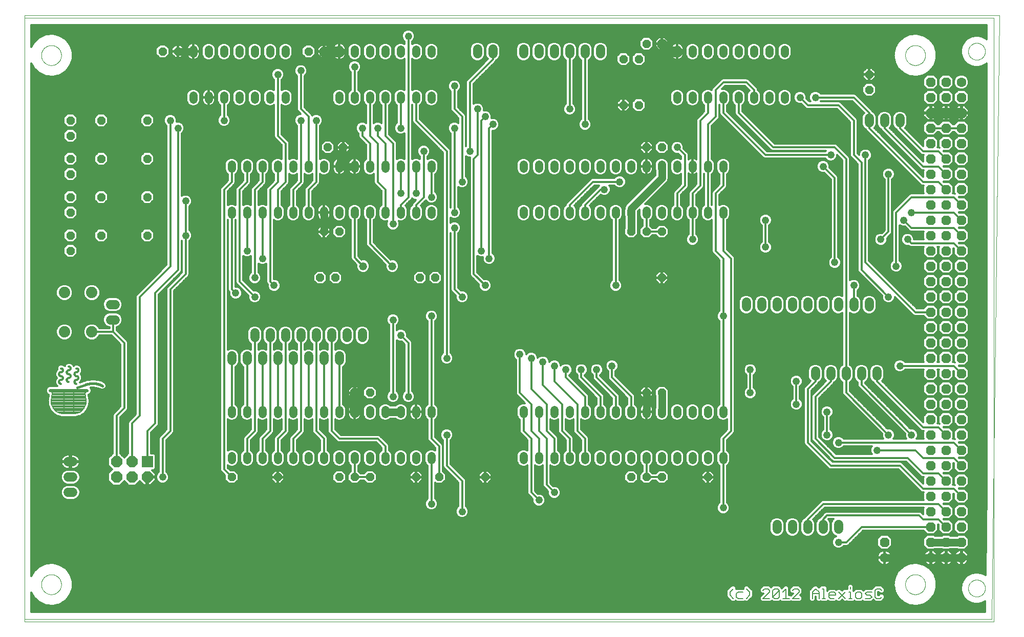
<source format=gtl>
G75*
%MOIN*%
%OFA0B0*%
%FSLAX25Y25*%
%IPPOS*%
%LPD*%
%AMOC8*
5,1,8,0,0,1.08239X$1,22.5*
%
%ADD10C,0.00000*%
%ADD11C,0.00600*%
%ADD12C,0.06300*%
%ADD13OC8,0.06300*%
%ADD14C,0.05200*%
%ADD15OC8,0.05200*%
%ADD16C,0.06000*%
%ADD17C,0.05200*%
%ADD18R,0.07400X0.07400*%
%ADD19OC8,0.07400*%
%ADD20OC8,0.05543*%
%ADD21C,0.07400*%
%ADD22C,0.01200*%
%ADD23C,0.01600*%
%ADD24C,0.00800*%
%ADD25C,0.05000*%
%ADD26C,0.07000*%
%ADD27C,0.04800*%
D10*
X0048333Y0074200D02*
X0048333Y0468000D01*
X0679333Y0468000D01*
X0679333Y0074200D01*
X0048333Y0074200D01*
X0048333Y0076100D02*
X0048333Y0469801D01*
X0683255Y0469801D01*
X0678255Y0076100D01*
X0048333Y0076100D01*
X0059333Y0098600D02*
X0059335Y0098761D01*
X0059341Y0098921D01*
X0059351Y0099082D01*
X0059365Y0099242D01*
X0059383Y0099402D01*
X0059404Y0099561D01*
X0059430Y0099720D01*
X0059460Y0099878D01*
X0059493Y0100035D01*
X0059531Y0100192D01*
X0059572Y0100347D01*
X0059617Y0100501D01*
X0059666Y0100654D01*
X0059719Y0100806D01*
X0059775Y0100957D01*
X0059836Y0101106D01*
X0059899Y0101254D01*
X0059967Y0101400D01*
X0060038Y0101544D01*
X0060112Y0101686D01*
X0060190Y0101827D01*
X0060272Y0101965D01*
X0060357Y0102102D01*
X0060445Y0102236D01*
X0060537Y0102368D01*
X0060632Y0102498D01*
X0060730Y0102626D01*
X0060831Y0102751D01*
X0060935Y0102873D01*
X0061042Y0102993D01*
X0061152Y0103110D01*
X0061265Y0103225D01*
X0061381Y0103336D01*
X0061500Y0103445D01*
X0061621Y0103550D01*
X0061745Y0103653D01*
X0061871Y0103753D01*
X0061999Y0103849D01*
X0062130Y0103942D01*
X0062264Y0104032D01*
X0062399Y0104119D01*
X0062537Y0104202D01*
X0062676Y0104282D01*
X0062818Y0104358D01*
X0062961Y0104431D01*
X0063106Y0104500D01*
X0063253Y0104566D01*
X0063401Y0104628D01*
X0063551Y0104686D01*
X0063702Y0104741D01*
X0063855Y0104792D01*
X0064009Y0104839D01*
X0064164Y0104882D01*
X0064320Y0104921D01*
X0064476Y0104957D01*
X0064634Y0104988D01*
X0064792Y0105016D01*
X0064951Y0105040D01*
X0065111Y0105060D01*
X0065271Y0105076D01*
X0065431Y0105088D01*
X0065592Y0105096D01*
X0065753Y0105100D01*
X0065913Y0105100D01*
X0066074Y0105096D01*
X0066235Y0105088D01*
X0066395Y0105076D01*
X0066555Y0105060D01*
X0066715Y0105040D01*
X0066874Y0105016D01*
X0067032Y0104988D01*
X0067190Y0104957D01*
X0067346Y0104921D01*
X0067502Y0104882D01*
X0067657Y0104839D01*
X0067811Y0104792D01*
X0067964Y0104741D01*
X0068115Y0104686D01*
X0068265Y0104628D01*
X0068413Y0104566D01*
X0068560Y0104500D01*
X0068705Y0104431D01*
X0068848Y0104358D01*
X0068990Y0104282D01*
X0069129Y0104202D01*
X0069267Y0104119D01*
X0069402Y0104032D01*
X0069536Y0103942D01*
X0069667Y0103849D01*
X0069795Y0103753D01*
X0069921Y0103653D01*
X0070045Y0103550D01*
X0070166Y0103445D01*
X0070285Y0103336D01*
X0070401Y0103225D01*
X0070514Y0103110D01*
X0070624Y0102993D01*
X0070731Y0102873D01*
X0070835Y0102751D01*
X0070936Y0102626D01*
X0071034Y0102498D01*
X0071129Y0102368D01*
X0071221Y0102236D01*
X0071309Y0102102D01*
X0071394Y0101965D01*
X0071476Y0101827D01*
X0071554Y0101686D01*
X0071628Y0101544D01*
X0071699Y0101400D01*
X0071767Y0101254D01*
X0071830Y0101106D01*
X0071891Y0100957D01*
X0071947Y0100806D01*
X0072000Y0100654D01*
X0072049Y0100501D01*
X0072094Y0100347D01*
X0072135Y0100192D01*
X0072173Y0100035D01*
X0072206Y0099878D01*
X0072236Y0099720D01*
X0072262Y0099561D01*
X0072283Y0099402D01*
X0072301Y0099242D01*
X0072315Y0099082D01*
X0072325Y0098921D01*
X0072331Y0098761D01*
X0072333Y0098600D01*
X0072331Y0098439D01*
X0072325Y0098279D01*
X0072315Y0098118D01*
X0072301Y0097958D01*
X0072283Y0097798D01*
X0072262Y0097639D01*
X0072236Y0097480D01*
X0072206Y0097322D01*
X0072173Y0097165D01*
X0072135Y0097008D01*
X0072094Y0096853D01*
X0072049Y0096699D01*
X0072000Y0096546D01*
X0071947Y0096394D01*
X0071891Y0096243D01*
X0071830Y0096094D01*
X0071767Y0095946D01*
X0071699Y0095800D01*
X0071628Y0095656D01*
X0071554Y0095514D01*
X0071476Y0095373D01*
X0071394Y0095235D01*
X0071309Y0095098D01*
X0071221Y0094964D01*
X0071129Y0094832D01*
X0071034Y0094702D01*
X0070936Y0094574D01*
X0070835Y0094449D01*
X0070731Y0094327D01*
X0070624Y0094207D01*
X0070514Y0094090D01*
X0070401Y0093975D01*
X0070285Y0093864D01*
X0070166Y0093755D01*
X0070045Y0093650D01*
X0069921Y0093547D01*
X0069795Y0093447D01*
X0069667Y0093351D01*
X0069536Y0093258D01*
X0069402Y0093168D01*
X0069267Y0093081D01*
X0069129Y0092998D01*
X0068990Y0092918D01*
X0068848Y0092842D01*
X0068705Y0092769D01*
X0068560Y0092700D01*
X0068413Y0092634D01*
X0068265Y0092572D01*
X0068115Y0092514D01*
X0067964Y0092459D01*
X0067811Y0092408D01*
X0067657Y0092361D01*
X0067502Y0092318D01*
X0067346Y0092279D01*
X0067190Y0092243D01*
X0067032Y0092212D01*
X0066874Y0092184D01*
X0066715Y0092160D01*
X0066555Y0092140D01*
X0066395Y0092124D01*
X0066235Y0092112D01*
X0066074Y0092104D01*
X0065913Y0092100D01*
X0065753Y0092100D01*
X0065592Y0092104D01*
X0065431Y0092112D01*
X0065271Y0092124D01*
X0065111Y0092140D01*
X0064951Y0092160D01*
X0064792Y0092184D01*
X0064634Y0092212D01*
X0064476Y0092243D01*
X0064320Y0092279D01*
X0064164Y0092318D01*
X0064009Y0092361D01*
X0063855Y0092408D01*
X0063702Y0092459D01*
X0063551Y0092514D01*
X0063401Y0092572D01*
X0063253Y0092634D01*
X0063106Y0092700D01*
X0062961Y0092769D01*
X0062818Y0092842D01*
X0062676Y0092918D01*
X0062537Y0092998D01*
X0062399Y0093081D01*
X0062264Y0093168D01*
X0062130Y0093258D01*
X0061999Y0093351D01*
X0061871Y0093447D01*
X0061745Y0093547D01*
X0061621Y0093650D01*
X0061500Y0093755D01*
X0061381Y0093864D01*
X0061265Y0093975D01*
X0061152Y0094090D01*
X0061042Y0094207D01*
X0060935Y0094327D01*
X0060831Y0094449D01*
X0060730Y0094574D01*
X0060632Y0094702D01*
X0060537Y0094832D01*
X0060445Y0094964D01*
X0060357Y0095098D01*
X0060272Y0095235D01*
X0060190Y0095373D01*
X0060112Y0095514D01*
X0060038Y0095656D01*
X0059967Y0095800D01*
X0059899Y0095946D01*
X0059836Y0096094D01*
X0059775Y0096243D01*
X0059719Y0096394D01*
X0059666Y0096546D01*
X0059617Y0096699D01*
X0059572Y0096853D01*
X0059531Y0097008D01*
X0059493Y0097165D01*
X0059460Y0097322D01*
X0059430Y0097480D01*
X0059404Y0097639D01*
X0059383Y0097798D01*
X0059365Y0097958D01*
X0059351Y0098118D01*
X0059341Y0098279D01*
X0059335Y0098439D01*
X0059333Y0098600D01*
X0059333Y0443600D02*
X0059335Y0443761D01*
X0059341Y0443921D01*
X0059351Y0444082D01*
X0059365Y0444242D01*
X0059383Y0444402D01*
X0059404Y0444561D01*
X0059430Y0444720D01*
X0059460Y0444878D01*
X0059493Y0445035D01*
X0059531Y0445192D01*
X0059572Y0445347D01*
X0059617Y0445501D01*
X0059666Y0445654D01*
X0059719Y0445806D01*
X0059775Y0445957D01*
X0059836Y0446106D01*
X0059899Y0446254D01*
X0059967Y0446400D01*
X0060038Y0446544D01*
X0060112Y0446686D01*
X0060190Y0446827D01*
X0060272Y0446965D01*
X0060357Y0447102D01*
X0060445Y0447236D01*
X0060537Y0447368D01*
X0060632Y0447498D01*
X0060730Y0447626D01*
X0060831Y0447751D01*
X0060935Y0447873D01*
X0061042Y0447993D01*
X0061152Y0448110D01*
X0061265Y0448225D01*
X0061381Y0448336D01*
X0061500Y0448445D01*
X0061621Y0448550D01*
X0061745Y0448653D01*
X0061871Y0448753D01*
X0061999Y0448849D01*
X0062130Y0448942D01*
X0062264Y0449032D01*
X0062399Y0449119D01*
X0062537Y0449202D01*
X0062676Y0449282D01*
X0062818Y0449358D01*
X0062961Y0449431D01*
X0063106Y0449500D01*
X0063253Y0449566D01*
X0063401Y0449628D01*
X0063551Y0449686D01*
X0063702Y0449741D01*
X0063855Y0449792D01*
X0064009Y0449839D01*
X0064164Y0449882D01*
X0064320Y0449921D01*
X0064476Y0449957D01*
X0064634Y0449988D01*
X0064792Y0450016D01*
X0064951Y0450040D01*
X0065111Y0450060D01*
X0065271Y0450076D01*
X0065431Y0450088D01*
X0065592Y0450096D01*
X0065753Y0450100D01*
X0065913Y0450100D01*
X0066074Y0450096D01*
X0066235Y0450088D01*
X0066395Y0450076D01*
X0066555Y0450060D01*
X0066715Y0450040D01*
X0066874Y0450016D01*
X0067032Y0449988D01*
X0067190Y0449957D01*
X0067346Y0449921D01*
X0067502Y0449882D01*
X0067657Y0449839D01*
X0067811Y0449792D01*
X0067964Y0449741D01*
X0068115Y0449686D01*
X0068265Y0449628D01*
X0068413Y0449566D01*
X0068560Y0449500D01*
X0068705Y0449431D01*
X0068848Y0449358D01*
X0068990Y0449282D01*
X0069129Y0449202D01*
X0069267Y0449119D01*
X0069402Y0449032D01*
X0069536Y0448942D01*
X0069667Y0448849D01*
X0069795Y0448753D01*
X0069921Y0448653D01*
X0070045Y0448550D01*
X0070166Y0448445D01*
X0070285Y0448336D01*
X0070401Y0448225D01*
X0070514Y0448110D01*
X0070624Y0447993D01*
X0070731Y0447873D01*
X0070835Y0447751D01*
X0070936Y0447626D01*
X0071034Y0447498D01*
X0071129Y0447368D01*
X0071221Y0447236D01*
X0071309Y0447102D01*
X0071394Y0446965D01*
X0071476Y0446827D01*
X0071554Y0446686D01*
X0071628Y0446544D01*
X0071699Y0446400D01*
X0071767Y0446254D01*
X0071830Y0446106D01*
X0071891Y0445957D01*
X0071947Y0445806D01*
X0072000Y0445654D01*
X0072049Y0445501D01*
X0072094Y0445347D01*
X0072135Y0445192D01*
X0072173Y0445035D01*
X0072206Y0444878D01*
X0072236Y0444720D01*
X0072262Y0444561D01*
X0072283Y0444402D01*
X0072301Y0444242D01*
X0072315Y0444082D01*
X0072325Y0443921D01*
X0072331Y0443761D01*
X0072333Y0443600D01*
X0072331Y0443439D01*
X0072325Y0443279D01*
X0072315Y0443118D01*
X0072301Y0442958D01*
X0072283Y0442798D01*
X0072262Y0442639D01*
X0072236Y0442480D01*
X0072206Y0442322D01*
X0072173Y0442165D01*
X0072135Y0442008D01*
X0072094Y0441853D01*
X0072049Y0441699D01*
X0072000Y0441546D01*
X0071947Y0441394D01*
X0071891Y0441243D01*
X0071830Y0441094D01*
X0071767Y0440946D01*
X0071699Y0440800D01*
X0071628Y0440656D01*
X0071554Y0440514D01*
X0071476Y0440373D01*
X0071394Y0440235D01*
X0071309Y0440098D01*
X0071221Y0439964D01*
X0071129Y0439832D01*
X0071034Y0439702D01*
X0070936Y0439574D01*
X0070835Y0439449D01*
X0070731Y0439327D01*
X0070624Y0439207D01*
X0070514Y0439090D01*
X0070401Y0438975D01*
X0070285Y0438864D01*
X0070166Y0438755D01*
X0070045Y0438650D01*
X0069921Y0438547D01*
X0069795Y0438447D01*
X0069667Y0438351D01*
X0069536Y0438258D01*
X0069402Y0438168D01*
X0069267Y0438081D01*
X0069129Y0437998D01*
X0068990Y0437918D01*
X0068848Y0437842D01*
X0068705Y0437769D01*
X0068560Y0437700D01*
X0068413Y0437634D01*
X0068265Y0437572D01*
X0068115Y0437514D01*
X0067964Y0437459D01*
X0067811Y0437408D01*
X0067657Y0437361D01*
X0067502Y0437318D01*
X0067346Y0437279D01*
X0067190Y0437243D01*
X0067032Y0437212D01*
X0066874Y0437184D01*
X0066715Y0437160D01*
X0066555Y0437140D01*
X0066395Y0437124D01*
X0066235Y0437112D01*
X0066074Y0437104D01*
X0065913Y0437100D01*
X0065753Y0437100D01*
X0065592Y0437104D01*
X0065431Y0437112D01*
X0065271Y0437124D01*
X0065111Y0437140D01*
X0064951Y0437160D01*
X0064792Y0437184D01*
X0064634Y0437212D01*
X0064476Y0437243D01*
X0064320Y0437279D01*
X0064164Y0437318D01*
X0064009Y0437361D01*
X0063855Y0437408D01*
X0063702Y0437459D01*
X0063551Y0437514D01*
X0063401Y0437572D01*
X0063253Y0437634D01*
X0063106Y0437700D01*
X0062961Y0437769D01*
X0062818Y0437842D01*
X0062676Y0437918D01*
X0062537Y0437998D01*
X0062399Y0438081D01*
X0062264Y0438168D01*
X0062130Y0438258D01*
X0061999Y0438351D01*
X0061871Y0438447D01*
X0061745Y0438547D01*
X0061621Y0438650D01*
X0061500Y0438755D01*
X0061381Y0438864D01*
X0061265Y0438975D01*
X0061152Y0439090D01*
X0061042Y0439207D01*
X0060935Y0439327D01*
X0060831Y0439449D01*
X0060730Y0439574D01*
X0060632Y0439702D01*
X0060537Y0439832D01*
X0060445Y0439964D01*
X0060357Y0440098D01*
X0060272Y0440235D01*
X0060190Y0440373D01*
X0060112Y0440514D01*
X0060038Y0440656D01*
X0059967Y0440800D01*
X0059899Y0440946D01*
X0059836Y0441094D01*
X0059775Y0441243D01*
X0059719Y0441394D01*
X0059666Y0441546D01*
X0059617Y0441699D01*
X0059572Y0441853D01*
X0059531Y0442008D01*
X0059493Y0442165D01*
X0059460Y0442322D01*
X0059430Y0442480D01*
X0059404Y0442639D01*
X0059383Y0442798D01*
X0059365Y0442958D01*
X0059351Y0443118D01*
X0059341Y0443279D01*
X0059335Y0443439D01*
X0059333Y0443600D01*
X0621833Y0443600D02*
X0621835Y0443761D01*
X0621841Y0443921D01*
X0621851Y0444082D01*
X0621865Y0444242D01*
X0621883Y0444402D01*
X0621904Y0444561D01*
X0621930Y0444720D01*
X0621960Y0444878D01*
X0621993Y0445035D01*
X0622031Y0445192D01*
X0622072Y0445347D01*
X0622117Y0445501D01*
X0622166Y0445654D01*
X0622219Y0445806D01*
X0622275Y0445957D01*
X0622336Y0446106D01*
X0622399Y0446254D01*
X0622467Y0446400D01*
X0622538Y0446544D01*
X0622612Y0446686D01*
X0622690Y0446827D01*
X0622772Y0446965D01*
X0622857Y0447102D01*
X0622945Y0447236D01*
X0623037Y0447368D01*
X0623132Y0447498D01*
X0623230Y0447626D01*
X0623331Y0447751D01*
X0623435Y0447873D01*
X0623542Y0447993D01*
X0623652Y0448110D01*
X0623765Y0448225D01*
X0623881Y0448336D01*
X0624000Y0448445D01*
X0624121Y0448550D01*
X0624245Y0448653D01*
X0624371Y0448753D01*
X0624499Y0448849D01*
X0624630Y0448942D01*
X0624764Y0449032D01*
X0624899Y0449119D01*
X0625037Y0449202D01*
X0625176Y0449282D01*
X0625318Y0449358D01*
X0625461Y0449431D01*
X0625606Y0449500D01*
X0625753Y0449566D01*
X0625901Y0449628D01*
X0626051Y0449686D01*
X0626202Y0449741D01*
X0626355Y0449792D01*
X0626509Y0449839D01*
X0626664Y0449882D01*
X0626820Y0449921D01*
X0626976Y0449957D01*
X0627134Y0449988D01*
X0627292Y0450016D01*
X0627451Y0450040D01*
X0627611Y0450060D01*
X0627771Y0450076D01*
X0627931Y0450088D01*
X0628092Y0450096D01*
X0628253Y0450100D01*
X0628413Y0450100D01*
X0628574Y0450096D01*
X0628735Y0450088D01*
X0628895Y0450076D01*
X0629055Y0450060D01*
X0629215Y0450040D01*
X0629374Y0450016D01*
X0629532Y0449988D01*
X0629690Y0449957D01*
X0629846Y0449921D01*
X0630002Y0449882D01*
X0630157Y0449839D01*
X0630311Y0449792D01*
X0630464Y0449741D01*
X0630615Y0449686D01*
X0630765Y0449628D01*
X0630913Y0449566D01*
X0631060Y0449500D01*
X0631205Y0449431D01*
X0631348Y0449358D01*
X0631490Y0449282D01*
X0631629Y0449202D01*
X0631767Y0449119D01*
X0631902Y0449032D01*
X0632036Y0448942D01*
X0632167Y0448849D01*
X0632295Y0448753D01*
X0632421Y0448653D01*
X0632545Y0448550D01*
X0632666Y0448445D01*
X0632785Y0448336D01*
X0632901Y0448225D01*
X0633014Y0448110D01*
X0633124Y0447993D01*
X0633231Y0447873D01*
X0633335Y0447751D01*
X0633436Y0447626D01*
X0633534Y0447498D01*
X0633629Y0447368D01*
X0633721Y0447236D01*
X0633809Y0447102D01*
X0633894Y0446965D01*
X0633976Y0446827D01*
X0634054Y0446686D01*
X0634128Y0446544D01*
X0634199Y0446400D01*
X0634267Y0446254D01*
X0634330Y0446106D01*
X0634391Y0445957D01*
X0634447Y0445806D01*
X0634500Y0445654D01*
X0634549Y0445501D01*
X0634594Y0445347D01*
X0634635Y0445192D01*
X0634673Y0445035D01*
X0634706Y0444878D01*
X0634736Y0444720D01*
X0634762Y0444561D01*
X0634783Y0444402D01*
X0634801Y0444242D01*
X0634815Y0444082D01*
X0634825Y0443921D01*
X0634831Y0443761D01*
X0634833Y0443600D01*
X0634831Y0443439D01*
X0634825Y0443279D01*
X0634815Y0443118D01*
X0634801Y0442958D01*
X0634783Y0442798D01*
X0634762Y0442639D01*
X0634736Y0442480D01*
X0634706Y0442322D01*
X0634673Y0442165D01*
X0634635Y0442008D01*
X0634594Y0441853D01*
X0634549Y0441699D01*
X0634500Y0441546D01*
X0634447Y0441394D01*
X0634391Y0441243D01*
X0634330Y0441094D01*
X0634267Y0440946D01*
X0634199Y0440800D01*
X0634128Y0440656D01*
X0634054Y0440514D01*
X0633976Y0440373D01*
X0633894Y0440235D01*
X0633809Y0440098D01*
X0633721Y0439964D01*
X0633629Y0439832D01*
X0633534Y0439702D01*
X0633436Y0439574D01*
X0633335Y0439449D01*
X0633231Y0439327D01*
X0633124Y0439207D01*
X0633014Y0439090D01*
X0632901Y0438975D01*
X0632785Y0438864D01*
X0632666Y0438755D01*
X0632545Y0438650D01*
X0632421Y0438547D01*
X0632295Y0438447D01*
X0632167Y0438351D01*
X0632036Y0438258D01*
X0631902Y0438168D01*
X0631767Y0438081D01*
X0631629Y0437998D01*
X0631490Y0437918D01*
X0631348Y0437842D01*
X0631205Y0437769D01*
X0631060Y0437700D01*
X0630913Y0437634D01*
X0630765Y0437572D01*
X0630615Y0437514D01*
X0630464Y0437459D01*
X0630311Y0437408D01*
X0630157Y0437361D01*
X0630002Y0437318D01*
X0629846Y0437279D01*
X0629690Y0437243D01*
X0629532Y0437212D01*
X0629374Y0437184D01*
X0629215Y0437160D01*
X0629055Y0437140D01*
X0628895Y0437124D01*
X0628735Y0437112D01*
X0628574Y0437104D01*
X0628413Y0437100D01*
X0628253Y0437100D01*
X0628092Y0437104D01*
X0627931Y0437112D01*
X0627771Y0437124D01*
X0627611Y0437140D01*
X0627451Y0437160D01*
X0627292Y0437184D01*
X0627134Y0437212D01*
X0626976Y0437243D01*
X0626820Y0437279D01*
X0626664Y0437318D01*
X0626509Y0437361D01*
X0626355Y0437408D01*
X0626202Y0437459D01*
X0626051Y0437514D01*
X0625901Y0437572D01*
X0625753Y0437634D01*
X0625606Y0437700D01*
X0625461Y0437769D01*
X0625318Y0437842D01*
X0625176Y0437918D01*
X0625037Y0437998D01*
X0624899Y0438081D01*
X0624764Y0438168D01*
X0624630Y0438258D01*
X0624499Y0438351D01*
X0624371Y0438447D01*
X0624245Y0438547D01*
X0624121Y0438650D01*
X0624000Y0438755D01*
X0623881Y0438864D01*
X0623765Y0438975D01*
X0623652Y0439090D01*
X0623542Y0439207D01*
X0623435Y0439327D01*
X0623331Y0439449D01*
X0623230Y0439574D01*
X0623132Y0439702D01*
X0623037Y0439832D01*
X0622945Y0439964D01*
X0622857Y0440098D01*
X0622772Y0440235D01*
X0622690Y0440373D01*
X0622612Y0440514D01*
X0622538Y0440656D01*
X0622467Y0440800D01*
X0622399Y0440946D01*
X0622336Y0441094D01*
X0622275Y0441243D01*
X0622219Y0441394D01*
X0622166Y0441546D01*
X0622117Y0441699D01*
X0622072Y0441853D01*
X0622031Y0442008D01*
X0621993Y0442165D01*
X0621960Y0442322D01*
X0621930Y0442480D01*
X0621904Y0442639D01*
X0621883Y0442798D01*
X0621865Y0442958D01*
X0621851Y0443118D01*
X0621841Y0443279D01*
X0621835Y0443439D01*
X0621833Y0443600D01*
X0662833Y0446100D02*
X0662835Y0446248D01*
X0662841Y0446396D01*
X0662851Y0446544D01*
X0662865Y0446692D01*
X0662883Y0446839D01*
X0662905Y0446986D01*
X0662931Y0447132D01*
X0662960Y0447277D01*
X0662994Y0447422D01*
X0663032Y0447565D01*
X0663073Y0447708D01*
X0663118Y0447849D01*
X0663168Y0447989D01*
X0663220Y0448127D01*
X0663277Y0448265D01*
X0663337Y0448400D01*
X0663401Y0448534D01*
X0663468Y0448666D01*
X0663539Y0448796D01*
X0663614Y0448925D01*
X0663692Y0449051D01*
X0663773Y0449175D01*
X0663857Y0449297D01*
X0663945Y0449416D01*
X0664036Y0449533D01*
X0664130Y0449648D01*
X0664228Y0449760D01*
X0664328Y0449869D01*
X0664431Y0449976D01*
X0664537Y0450080D01*
X0664645Y0450181D01*
X0664757Y0450279D01*
X0664871Y0450374D01*
X0664987Y0450465D01*
X0665106Y0450554D01*
X0665227Y0450639D01*
X0665351Y0450721D01*
X0665477Y0450800D01*
X0665604Y0450875D01*
X0665734Y0450947D01*
X0665866Y0451016D01*
X0665999Y0451080D01*
X0666134Y0451141D01*
X0666271Y0451199D01*
X0666409Y0451253D01*
X0666549Y0451303D01*
X0666690Y0451349D01*
X0666832Y0451391D01*
X0666975Y0451430D01*
X0667119Y0451464D01*
X0667265Y0451495D01*
X0667410Y0451522D01*
X0667557Y0451545D01*
X0667704Y0451564D01*
X0667852Y0451579D01*
X0667999Y0451590D01*
X0668148Y0451597D01*
X0668296Y0451600D01*
X0668444Y0451599D01*
X0668592Y0451594D01*
X0668740Y0451585D01*
X0668888Y0451572D01*
X0669036Y0451555D01*
X0669182Y0451534D01*
X0669329Y0451509D01*
X0669474Y0451480D01*
X0669619Y0451448D01*
X0669762Y0451411D01*
X0669905Y0451371D01*
X0670047Y0451326D01*
X0670187Y0451278D01*
X0670326Y0451226D01*
X0670463Y0451171D01*
X0670599Y0451111D01*
X0670734Y0451048D01*
X0670866Y0450982D01*
X0670997Y0450912D01*
X0671126Y0450838D01*
X0671252Y0450761D01*
X0671377Y0450681D01*
X0671499Y0450597D01*
X0671620Y0450510D01*
X0671737Y0450420D01*
X0671853Y0450326D01*
X0671965Y0450230D01*
X0672075Y0450131D01*
X0672183Y0450028D01*
X0672287Y0449923D01*
X0672389Y0449815D01*
X0672487Y0449704D01*
X0672583Y0449591D01*
X0672676Y0449475D01*
X0672765Y0449357D01*
X0672851Y0449236D01*
X0672934Y0449113D01*
X0673014Y0448988D01*
X0673090Y0448861D01*
X0673163Y0448731D01*
X0673232Y0448600D01*
X0673297Y0448467D01*
X0673360Y0448333D01*
X0673418Y0448196D01*
X0673473Y0448058D01*
X0673523Y0447919D01*
X0673571Y0447778D01*
X0673614Y0447637D01*
X0673654Y0447494D01*
X0673689Y0447350D01*
X0673721Y0447205D01*
X0673749Y0447059D01*
X0673773Y0446913D01*
X0673793Y0446766D01*
X0673809Y0446618D01*
X0673821Y0446471D01*
X0673829Y0446322D01*
X0673833Y0446174D01*
X0673833Y0446026D01*
X0673829Y0445878D01*
X0673821Y0445729D01*
X0673809Y0445582D01*
X0673793Y0445434D01*
X0673773Y0445287D01*
X0673749Y0445141D01*
X0673721Y0444995D01*
X0673689Y0444850D01*
X0673654Y0444706D01*
X0673614Y0444563D01*
X0673571Y0444422D01*
X0673523Y0444281D01*
X0673473Y0444142D01*
X0673418Y0444004D01*
X0673360Y0443867D01*
X0673297Y0443733D01*
X0673232Y0443600D01*
X0673163Y0443469D01*
X0673090Y0443339D01*
X0673014Y0443212D01*
X0672934Y0443087D01*
X0672851Y0442964D01*
X0672765Y0442843D01*
X0672676Y0442725D01*
X0672583Y0442609D01*
X0672487Y0442496D01*
X0672389Y0442385D01*
X0672287Y0442277D01*
X0672183Y0442172D01*
X0672075Y0442069D01*
X0671965Y0441970D01*
X0671853Y0441874D01*
X0671737Y0441780D01*
X0671620Y0441690D01*
X0671499Y0441603D01*
X0671377Y0441519D01*
X0671252Y0441439D01*
X0671126Y0441362D01*
X0670997Y0441288D01*
X0670866Y0441218D01*
X0670734Y0441152D01*
X0670599Y0441089D01*
X0670463Y0441029D01*
X0670326Y0440974D01*
X0670187Y0440922D01*
X0670047Y0440874D01*
X0669905Y0440829D01*
X0669762Y0440789D01*
X0669619Y0440752D01*
X0669474Y0440720D01*
X0669329Y0440691D01*
X0669182Y0440666D01*
X0669036Y0440645D01*
X0668888Y0440628D01*
X0668740Y0440615D01*
X0668592Y0440606D01*
X0668444Y0440601D01*
X0668296Y0440600D01*
X0668148Y0440603D01*
X0667999Y0440610D01*
X0667852Y0440621D01*
X0667704Y0440636D01*
X0667557Y0440655D01*
X0667410Y0440678D01*
X0667265Y0440705D01*
X0667119Y0440736D01*
X0666975Y0440770D01*
X0666832Y0440809D01*
X0666690Y0440851D01*
X0666549Y0440897D01*
X0666409Y0440947D01*
X0666271Y0441001D01*
X0666134Y0441059D01*
X0665999Y0441120D01*
X0665866Y0441184D01*
X0665734Y0441253D01*
X0665604Y0441325D01*
X0665477Y0441400D01*
X0665351Y0441479D01*
X0665227Y0441561D01*
X0665106Y0441646D01*
X0664987Y0441735D01*
X0664871Y0441826D01*
X0664757Y0441921D01*
X0664645Y0442019D01*
X0664537Y0442120D01*
X0664431Y0442224D01*
X0664328Y0442331D01*
X0664228Y0442440D01*
X0664130Y0442552D01*
X0664036Y0442667D01*
X0663945Y0442784D01*
X0663857Y0442903D01*
X0663773Y0443025D01*
X0663692Y0443149D01*
X0663614Y0443275D01*
X0663539Y0443404D01*
X0663468Y0443534D01*
X0663401Y0443666D01*
X0663337Y0443800D01*
X0663277Y0443935D01*
X0663220Y0444073D01*
X0663168Y0444211D01*
X0663118Y0444351D01*
X0663073Y0444492D01*
X0663032Y0444635D01*
X0662994Y0444778D01*
X0662960Y0444923D01*
X0662931Y0445068D01*
X0662905Y0445214D01*
X0662883Y0445361D01*
X0662865Y0445508D01*
X0662851Y0445656D01*
X0662841Y0445804D01*
X0662835Y0445952D01*
X0662833Y0446100D01*
X0621833Y0098600D02*
X0621835Y0098761D01*
X0621841Y0098921D01*
X0621851Y0099082D01*
X0621865Y0099242D01*
X0621883Y0099402D01*
X0621904Y0099561D01*
X0621930Y0099720D01*
X0621960Y0099878D01*
X0621993Y0100035D01*
X0622031Y0100192D01*
X0622072Y0100347D01*
X0622117Y0100501D01*
X0622166Y0100654D01*
X0622219Y0100806D01*
X0622275Y0100957D01*
X0622336Y0101106D01*
X0622399Y0101254D01*
X0622467Y0101400D01*
X0622538Y0101544D01*
X0622612Y0101686D01*
X0622690Y0101827D01*
X0622772Y0101965D01*
X0622857Y0102102D01*
X0622945Y0102236D01*
X0623037Y0102368D01*
X0623132Y0102498D01*
X0623230Y0102626D01*
X0623331Y0102751D01*
X0623435Y0102873D01*
X0623542Y0102993D01*
X0623652Y0103110D01*
X0623765Y0103225D01*
X0623881Y0103336D01*
X0624000Y0103445D01*
X0624121Y0103550D01*
X0624245Y0103653D01*
X0624371Y0103753D01*
X0624499Y0103849D01*
X0624630Y0103942D01*
X0624764Y0104032D01*
X0624899Y0104119D01*
X0625037Y0104202D01*
X0625176Y0104282D01*
X0625318Y0104358D01*
X0625461Y0104431D01*
X0625606Y0104500D01*
X0625753Y0104566D01*
X0625901Y0104628D01*
X0626051Y0104686D01*
X0626202Y0104741D01*
X0626355Y0104792D01*
X0626509Y0104839D01*
X0626664Y0104882D01*
X0626820Y0104921D01*
X0626976Y0104957D01*
X0627134Y0104988D01*
X0627292Y0105016D01*
X0627451Y0105040D01*
X0627611Y0105060D01*
X0627771Y0105076D01*
X0627931Y0105088D01*
X0628092Y0105096D01*
X0628253Y0105100D01*
X0628413Y0105100D01*
X0628574Y0105096D01*
X0628735Y0105088D01*
X0628895Y0105076D01*
X0629055Y0105060D01*
X0629215Y0105040D01*
X0629374Y0105016D01*
X0629532Y0104988D01*
X0629690Y0104957D01*
X0629846Y0104921D01*
X0630002Y0104882D01*
X0630157Y0104839D01*
X0630311Y0104792D01*
X0630464Y0104741D01*
X0630615Y0104686D01*
X0630765Y0104628D01*
X0630913Y0104566D01*
X0631060Y0104500D01*
X0631205Y0104431D01*
X0631348Y0104358D01*
X0631490Y0104282D01*
X0631629Y0104202D01*
X0631767Y0104119D01*
X0631902Y0104032D01*
X0632036Y0103942D01*
X0632167Y0103849D01*
X0632295Y0103753D01*
X0632421Y0103653D01*
X0632545Y0103550D01*
X0632666Y0103445D01*
X0632785Y0103336D01*
X0632901Y0103225D01*
X0633014Y0103110D01*
X0633124Y0102993D01*
X0633231Y0102873D01*
X0633335Y0102751D01*
X0633436Y0102626D01*
X0633534Y0102498D01*
X0633629Y0102368D01*
X0633721Y0102236D01*
X0633809Y0102102D01*
X0633894Y0101965D01*
X0633976Y0101827D01*
X0634054Y0101686D01*
X0634128Y0101544D01*
X0634199Y0101400D01*
X0634267Y0101254D01*
X0634330Y0101106D01*
X0634391Y0100957D01*
X0634447Y0100806D01*
X0634500Y0100654D01*
X0634549Y0100501D01*
X0634594Y0100347D01*
X0634635Y0100192D01*
X0634673Y0100035D01*
X0634706Y0099878D01*
X0634736Y0099720D01*
X0634762Y0099561D01*
X0634783Y0099402D01*
X0634801Y0099242D01*
X0634815Y0099082D01*
X0634825Y0098921D01*
X0634831Y0098761D01*
X0634833Y0098600D01*
X0634831Y0098439D01*
X0634825Y0098279D01*
X0634815Y0098118D01*
X0634801Y0097958D01*
X0634783Y0097798D01*
X0634762Y0097639D01*
X0634736Y0097480D01*
X0634706Y0097322D01*
X0634673Y0097165D01*
X0634635Y0097008D01*
X0634594Y0096853D01*
X0634549Y0096699D01*
X0634500Y0096546D01*
X0634447Y0096394D01*
X0634391Y0096243D01*
X0634330Y0096094D01*
X0634267Y0095946D01*
X0634199Y0095800D01*
X0634128Y0095656D01*
X0634054Y0095514D01*
X0633976Y0095373D01*
X0633894Y0095235D01*
X0633809Y0095098D01*
X0633721Y0094964D01*
X0633629Y0094832D01*
X0633534Y0094702D01*
X0633436Y0094574D01*
X0633335Y0094449D01*
X0633231Y0094327D01*
X0633124Y0094207D01*
X0633014Y0094090D01*
X0632901Y0093975D01*
X0632785Y0093864D01*
X0632666Y0093755D01*
X0632545Y0093650D01*
X0632421Y0093547D01*
X0632295Y0093447D01*
X0632167Y0093351D01*
X0632036Y0093258D01*
X0631902Y0093168D01*
X0631767Y0093081D01*
X0631629Y0092998D01*
X0631490Y0092918D01*
X0631348Y0092842D01*
X0631205Y0092769D01*
X0631060Y0092700D01*
X0630913Y0092634D01*
X0630765Y0092572D01*
X0630615Y0092514D01*
X0630464Y0092459D01*
X0630311Y0092408D01*
X0630157Y0092361D01*
X0630002Y0092318D01*
X0629846Y0092279D01*
X0629690Y0092243D01*
X0629532Y0092212D01*
X0629374Y0092184D01*
X0629215Y0092160D01*
X0629055Y0092140D01*
X0628895Y0092124D01*
X0628735Y0092112D01*
X0628574Y0092104D01*
X0628413Y0092100D01*
X0628253Y0092100D01*
X0628092Y0092104D01*
X0627931Y0092112D01*
X0627771Y0092124D01*
X0627611Y0092140D01*
X0627451Y0092160D01*
X0627292Y0092184D01*
X0627134Y0092212D01*
X0626976Y0092243D01*
X0626820Y0092279D01*
X0626664Y0092318D01*
X0626509Y0092361D01*
X0626355Y0092408D01*
X0626202Y0092459D01*
X0626051Y0092514D01*
X0625901Y0092572D01*
X0625753Y0092634D01*
X0625606Y0092700D01*
X0625461Y0092769D01*
X0625318Y0092842D01*
X0625176Y0092918D01*
X0625037Y0092998D01*
X0624899Y0093081D01*
X0624764Y0093168D01*
X0624630Y0093258D01*
X0624499Y0093351D01*
X0624371Y0093447D01*
X0624245Y0093547D01*
X0624121Y0093650D01*
X0624000Y0093755D01*
X0623881Y0093864D01*
X0623765Y0093975D01*
X0623652Y0094090D01*
X0623542Y0094207D01*
X0623435Y0094327D01*
X0623331Y0094449D01*
X0623230Y0094574D01*
X0623132Y0094702D01*
X0623037Y0094832D01*
X0622945Y0094964D01*
X0622857Y0095098D01*
X0622772Y0095235D01*
X0622690Y0095373D01*
X0622612Y0095514D01*
X0622538Y0095656D01*
X0622467Y0095800D01*
X0622399Y0095946D01*
X0622336Y0096094D01*
X0622275Y0096243D01*
X0622219Y0096394D01*
X0622166Y0096546D01*
X0622117Y0096699D01*
X0622072Y0096853D01*
X0622031Y0097008D01*
X0621993Y0097165D01*
X0621960Y0097322D01*
X0621930Y0097480D01*
X0621904Y0097639D01*
X0621883Y0097798D01*
X0621865Y0097958D01*
X0621851Y0098118D01*
X0621841Y0098279D01*
X0621835Y0098439D01*
X0621833Y0098600D01*
X0662833Y0096100D02*
X0662835Y0096248D01*
X0662841Y0096396D01*
X0662851Y0096544D01*
X0662865Y0096692D01*
X0662883Y0096839D01*
X0662905Y0096986D01*
X0662931Y0097132D01*
X0662960Y0097277D01*
X0662994Y0097422D01*
X0663032Y0097565D01*
X0663073Y0097708D01*
X0663118Y0097849D01*
X0663168Y0097989D01*
X0663220Y0098127D01*
X0663277Y0098265D01*
X0663337Y0098400D01*
X0663401Y0098534D01*
X0663468Y0098666D01*
X0663539Y0098796D01*
X0663614Y0098925D01*
X0663692Y0099051D01*
X0663773Y0099175D01*
X0663857Y0099297D01*
X0663945Y0099416D01*
X0664036Y0099533D01*
X0664130Y0099648D01*
X0664228Y0099760D01*
X0664328Y0099869D01*
X0664431Y0099976D01*
X0664537Y0100080D01*
X0664645Y0100181D01*
X0664757Y0100279D01*
X0664871Y0100374D01*
X0664987Y0100465D01*
X0665106Y0100554D01*
X0665227Y0100639D01*
X0665351Y0100721D01*
X0665477Y0100800D01*
X0665604Y0100875D01*
X0665734Y0100947D01*
X0665866Y0101016D01*
X0665999Y0101080D01*
X0666134Y0101141D01*
X0666271Y0101199D01*
X0666409Y0101253D01*
X0666549Y0101303D01*
X0666690Y0101349D01*
X0666832Y0101391D01*
X0666975Y0101430D01*
X0667119Y0101464D01*
X0667265Y0101495D01*
X0667410Y0101522D01*
X0667557Y0101545D01*
X0667704Y0101564D01*
X0667852Y0101579D01*
X0667999Y0101590D01*
X0668148Y0101597D01*
X0668296Y0101600D01*
X0668444Y0101599D01*
X0668592Y0101594D01*
X0668740Y0101585D01*
X0668888Y0101572D01*
X0669036Y0101555D01*
X0669182Y0101534D01*
X0669329Y0101509D01*
X0669474Y0101480D01*
X0669619Y0101448D01*
X0669762Y0101411D01*
X0669905Y0101371D01*
X0670047Y0101326D01*
X0670187Y0101278D01*
X0670326Y0101226D01*
X0670463Y0101171D01*
X0670599Y0101111D01*
X0670734Y0101048D01*
X0670866Y0100982D01*
X0670997Y0100912D01*
X0671126Y0100838D01*
X0671252Y0100761D01*
X0671377Y0100681D01*
X0671499Y0100597D01*
X0671620Y0100510D01*
X0671737Y0100420D01*
X0671853Y0100326D01*
X0671965Y0100230D01*
X0672075Y0100131D01*
X0672183Y0100028D01*
X0672287Y0099923D01*
X0672389Y0099815D01*
X0672487Y0099704D01*
X0672583Y0099591D01*
X0672676Y0099475D01*
X0672765Y0099357D01*
X0672851Y0099236D01*
X0672934Y0099113D01*
X0673014Y0098988D01*
X0673090Y0098861D01*
X0673163Y0098731D01*
X0673232Y0098600D01*
X0673297Y0098467D01*
X0673360Y0098333D01*
X0673418Y0098196D01*
X0673473Y0098058D01*
X0673523Y0097919D01*
X0673571Y0097778D01*
X0673614Y0097637D01*
X0673654Y0097494D01*
X0673689Y0097350D01*
X0673721Y0097205D01*
X0673749Y0097059D01*
X0673773Y0096913D01*
X0673793Y0096766D01*
X0673809Y0096618D01*
X0673821Y0096471D01*
X0673829Y0096322D01*
X0673833Y0096174D01*
X0673833Y0096026D01*
X0673829Y0095878D01*
X0673821Y0095729D01*
X0673809Y0095582D01*
X0673793Y0095434D01*
X0673773Y0095287D01*
X0673749Y0095141D01*
X0673721Y0094995D01*
X0673689Y0094850D01*
X0673654Y0094706D01*
X0673614Y0094563D01*
X0673571Y0094422D01*
X0673523Y0094281D01*
X0673473Y0094142D01*
X0673418Y0094004D01*
X0673360Y0093867D01*
X0673297Y0093733D01*
X0673232Y0093600D01*
X0673163Y0093469D01*
X0673090Y0093339D01*
X0673014Y0093212D01*
X0672934Y0093087D01*
X0672851Y0092964D01*
X0672765Y0092843D01*
X0672676Y0092725D01*
X0672583Y0092609D01*
X0672487Y0092496D01*
X0672389Y0092385D01*
X0672287Y0092277D01*
X0672183Y0092172D01*
X0672075Y0092069D01*
X0671965Y0091970D01*
X0671853Y0091874D01*
X0671737Y0091780D01*
X0671620Y0091690D01*
X0671499Y0091603D01*
X0671377Y0091519D01*
X0671252Y0091439D01*
X0671126Y0091362D01*
X0670997Y0091288D01*
X0670866Y0091218D01*
X0670734Y0091152D01*
X0670599Y0091089D01*
X0670463Y0091029D01*
X0670326Y0090974D01*
X0670187Y0090922D01*
X0670047Y0090874D01*
X0669905Y0090829D01*
X0669762Y0090789D01*
X0669619Y0090752D01*
X0669474Y0090720D01*
X0669329Y0090691D01*
X0669182Y0090666D01*
X0669036Y0090645D01*
X0668888Y0090628D01*
X0668740Y0090615D01*
X0668592Y0090606D01*
X0668444Y0090601D01*
X0668296Y0090600D01*
X0668148Y0090603D01*
X0667999Y0090610D01*
X0667852Y0090621D01*
X0667704Y0090636D01*
X0667557Y0090655D01*
X0667410Y0090678D01*
X0667265Y0090705D01*
X0667119Y0090736D01*
X0666975Y0090770D01*
X0666832Y0090809D01*
X0666690Y0090851D01*
X0666549Y0090897D01*
X0666409Y0090947D01*
X0666271Y0091001D01*
X0666134Y0091059D01*
X0665999Y0091120D01*
X0665866Y0091184D01*
X0665734Y0091253D01*
X0665604Y0091325D01*
X0665477Y0091400D01*
X0665351Y0091479D01*
X0665227Y0091561D01*
X0665106Y0091646D01*
X0664987Y0091735D01*
X0664871Y0091826D01*
X0664757Y0091921D01*
X0664645Y0092019D01*
X0664537Y0092120D01*
X0664431Y0092224D01*
X0664328Y0092331D01*
X0664228Y0092440D01*
X0664130Y0092552D01*
X0664036Y0092667D01*
X0663945Y0092784D01*
X0663857Y0092903D01*
X0663773Y0093025D01*
X0663692Y0093149D01*
X0663614Y0093275D01*
X0663539Y0093404D01*
X0663468Y0093534D01*
X0663401Y0093666D01*
X0663337Y0093800D01*
X0663277Y0093935D01*
X0663220Y0094073D01*
X0663168Y0094211D01*
X0663118Y0094351D01*
X0663073Y0094492D01*
X0663032Y0094635D01*
X0662994Y0094778D01*
X0662960Y0094923D01*
X0662931Y0095068D01*
X0662905Y0095214D01*
X0662883Y0095361D01*
X0662865Y0095508D01*
X0662851Y0095656D01*
X0662841Y0095804D01*
X0662835Y0095952D01*
X0662833Y0096100D01*
D11*
X0606458Y0094738D02*
X0605390Y0095805D01*
X0603255Y0095805D01*
X0602188Y0094738D01*
X0602188Y0090468D01*
X0603255Y0089400D01*
X0605390Y0089400D01*
X0606458Y0090468D01*
X0600012Y0090468D02*
X0598945Y0091535D01*
X0596810Y0091535D01*
X0595742Y0092603D01*
X0596810Y0093670D01*
X0600012Y0093670D01*
X0600012Y0090468D02*
X0598945Y0089400D01*
X0595742Y0089400D01*
X0593567Y0090468D02*
X0593567Y0092603D01*
X0592499Y0093670D01*
X0590364Y0093670D01*
X0589297Y0092603D01*
X0589297Y0090468D01*
X0590364Y0089400D01*
X0592499Y0089400D01*
X0593567Y0090468D01*
X0587135Y0089400D02*
X0585000Y0089400D01*
X0586067Y0089400D02*
X0586067Y0093670D01*
X0585000Y0093670D01*
X0582824Y0093670D02*
X0578554Y0089400D01*
X0576379Y0091535D02*
X0572109Y0091535D01*
X0572109Y0090468D02*
X0572109Y0092603D01*
X0573176Y0093670D01*
X0575311Y0093670D01*
X0576379Y0092603D01*
X0576379Y0091535D01*
X0575311Y0089400D02*
X0573176Y0089400D01*
X0572109Y0090468D01*
X0569947Y0089400D02*
X0567812Y0089400D01*
X0568879Y0089400D02*
X0568879Y0095805D01*
X0567812Y0095805D01*
X0565636Y0093670D02*
X0565636Y0089400D01*
X0565636Y0092603D02*
X0561366Y0092603D01*
X0561366Y0093670D02*
X0563501Y0095805D01*
X0565636Y0093670D01*
X0561366Y0093670D02*
X0561366Y0089400D01*
X0552745Y0089400D02*
X0548475Y0089400D01*
X0552745Y0093670D01*
X0552745Y0094738D01*
X0551678Y0095805D01*
X0549543Y0095805D01*
X0548475Y0094738D01*
X0544165Y0095805D02*
X0544165Y0089400D01*
X0542030Y0089400D02*
X0546300Y0089400D01*
X0542030Y0093670D02*
X0544165Y0095805D01*
X0539854Y0094738D02*
X0535584Y0090468D01*
X0536652Y0089400D01*
X0538787Y0089400D01*
X0539854Y0090468D01*
X0539854Y0094738D01*
X0538787Y0095805D01*
X0536652Y0095805D01*
X0535584Y0094738D01*
X0535584Y0090468D01*
X0533409Y0089400D02*
X0529139Y0089400D01*
X0533409Y0093670D01*
X0533409Y0094738D01*
X0532341Y0095805D01*
X0530206Y0095805D01*
X0529139Y0094738D01*
X0520531Y0093670D02*
X0520531Y0091535D01*
X0518396Y0089400D01*
X0516221Y0089400D02*
X0513018Y0089400D01*
X0511951Y0090468D01*
X0511951Y0092603D01*
X0513018Y0093670D01*
X0516221Y0093670D01*
X0518396Y0095805D02*
X0520531Y0093670D01*
X0509789Y0095805D02*
X0507654Y0093670D01*
X0507654Y0091535D01*
X0509789Y0089400D01*
X0578554Y0093670D02*
X0582824Y0089400D01*
X0586067Y0095805D02*
X0586067Y0096873D01*
D12*
X0608333Y0116100D03*
X0658333Y0426100D03*
D13*
X0648333Y0426100D03*
X0638333Y0426100D03*
X0638333Y0416100D03*
X0638333Y0406100D03*
X0638333Y0396100D03*
X0638333Y0386100D03*
X0638333Y0376100D03*
X0638333Y0366100D03*
X0638333Y0356100D03*
X0638333Y0346100D03*
X0638333Y0336100D03*
X0638333Y0326100D03*
X0638333Y0316100D03*
X0638333Y0306100D03*
X0638333Y0296100D03*
X0638333Y0286100D03*
X0638333Y0276100D03*
X0638333Y0266100D03*
X0638333Y0256100D03*
X0638333Y0246100D03*
X0638333Y0236100D03*
X0638333Y0226100D03*
X0638333Y0216100D03*
X0638333Y0206100D03*
X0638333Y0196100D03*
X0638333Y0186100D03*
X0638333Y0176100D03*
X0638333Y0166100D03*
X0638333Y0156100D03*
X0638333Y0146100D03*
X0638333Y0136100D03*
X0638333Y0126100D03*
X0638333Y0116100D03*
X0648333Y0116100D03*
X0658333Y0116100D03*
X0658333Y0126100D03*
X0648333Y0126100D03*
X0648333Y0136100D03*
X0648333Y0146100D03*
X0658333Y0146100D03*
X0658333Y0136100D03*
X0658333Y0156100D03*
X0648333Y0156100D03*
X0648333Y0166100D03*
X0658333Y0166100D03*
X0658333Y0176100D03*
X0648333Y0176100D03*
X0648333Y0186100D03*
X0658333Y0186100D03*
X0658333Y0196100D03*
X0648333Y0196100D03*
X0648333Y0206100D03*
X0648333Y0216100D03*
X0658333Y0216100D03*
X0658333Y0206100D03*
X0658333Y0226100D03*
X0648333Y0226100D03*
X0648333Y0236100D03*
X0658333Y0236100D03*
X0658333Y0246100D03*
X0648333Y0246100D03*
X0648333Y0256100D03*
X0658333Y0256100D03*
X0658333Y0266100D03*
X0648333Y0266100D03*
X0648333Y0276100D03*
X0658333Y0276100D03*
X0658333Y0286100D03*
X0648333Y0286100D03*
X0648333Y0296100D03*
X0658333Y0296100D03*
X0658333Y0306100D03*
X0648333Y0306100D03*
X0648333Y0316100D03*
X0658333Y0316100D03*
X0658333Y0326100D03*
X0648333Y0326100D03*
X0648333Y0336100D03*
X0658333Y0336100D03*
X0658333Y0346100D03*
X0648333Y0346100D03*
X0648333Y0356100D03*
X0658333Y0356100D03*
X0658333Y0366100D03*
X0648333Y0366100D03*
X0648333Y0376100D03*
X0658333Y0376100D03*
X0658333Y0386100D03*
X0648333Y0386100D03*
X0648333Y0396100D03*
X0648333Y0406100D03*
X0658333Y0406100D03*
X0658333Y0396100D03*
X0658333Y0416100D03*
X0648333Y0416100D03*
X0608333Y0126100D03*
D14*
X0287833Y0306100D03*
X0268833Y0306100D03*
D15*
X0250833Y0298600D03*
X0240833Y0298600D03*
X0243333Y0328600D03*
X0253333Y0328600D03*
X0305833Y0298600D03*
X0315833Y0298600D03*
X0273333Y0223600D03*
X0263333Y0223600D03*
X0263333Y0168600D03*
X0273333Y0168600D03*
X0253333Y0168600D03*
X0213333Y0168600D03*
X0183333Y0168600D03*
X0303333Y0168600D03*
X0318333Y0168600D03*
X0348333Y0168600D03*
X0443333Y0168600D03*
X0453333Y0168600D03*
X0463333Y0168600D03*
X0493333Y0168600D03*
X0463333Y0223600D03*
X0453333Y0223600D03*
X0463333Y0298600D03*
X0463333Y0328600D03*
X0453333Y0328600D03*
X0443333Y0328600D03*
X0453333Y0383600D03*
X0463333Y0383600D03*
X0448333Y0411100D03*
X0438333Y0411100D03*
X0438333Y0441100D03*
X0448333Y0441100D03*
X0453333Y0451100D03*
X0463333Y0451100D03*
X0598333Y0431100D03*
X0598333Y0421100D03*
X0255833Y0383600D03*
X0245833Y0383600D03*
X0243333Y0446100D03*
X0233333Y0446100D03*
X0148333Y0446100D03*
X0138333Y0446100D03*
X0128333Y0401100D03*
X0128333Y0376100D03*
X0128333Y0351100D03*
X0128333Y0326100D03*
X0098333Y0326100D03*
X0098333Y0351100D03*
X0098333Y0376100D03*
X0098333Y0401100D03*
D16*
X0104333Y0281100D02*
X0107333Y0281100D01*
X0107333Y0271100D02*
X0104333Y0271100D01*
X0183333Y0247600D02*
X0183333Y0244600D01*
X0193333Y0244600D02*
X0193333Y0247600D01*
X0203333Y0247600D02*
X0203333Y0244600D01*
X0213333Y0244600D02*
X0213333Y0247600D01*
X0223333Y0247600D02*
X0223333Y0244600D01*
X0233333Y0244600D02*
X0233333Y0247600D01*
X0243333Y0247600D02*
X0243333Y0244600D01*
X0253333Y0244600D02*
X0253333Y0247600D01*
X0248333Y0259600D02*
X0248333Y0262600D01*
X0238333Y0262600D02*
X0238333Y0259600D01*
X0228333Y0259600D02*
X0228333Y0262600D01*
X0218333Y0262600D02*
X0218333Y0259600D01*
X0208333Y0259600D02*
X0208333Y0262600D01*
X0198333Y0262600D02*
X0198333Y0259600D01*
X0258333Y0259600D02*
X0258333Y0262600D01*
X0268333Y0262600D02*
X0268333Y0259600D01*
X0079833Y0178600D02*
X0076833Y0178600D01*
X0076833Y0168600D02*
X0079833Y0168600D01*
X0079833Y0158600D02*
X0076833Y0158600D01*
X0343333Y0444600D02*
X0343333Y0447600D01*
X0353333Y0447600D02*
X0353333Y0444600D01*
X0373333Y0444600D02*
X0373333Y0447600D01*
X0383333Y0447600D02*
X0383333Y0444600D01*
X0393333Y0444600D02*
X0393333Y0447600D01*
X0403333Y0447600D02*
X0403333Y0444600D01*
X0413333Y0444600D02*
X0413333Y0447600D01*
X0423333Y0447600D02*
X0423333Y0444600D01*
X0598333Y0402600D02*
X0598333Y0399600D01*
X0608333Y0399600D02*
X0608333Y0402600D01*
X0618333Y0402600D02*
X0618333Y0399600D01*
X0598333Y0282600D02*
X0598333Y0279600D01*
X0588333Y0279600D02*
X0588333Y0282600D01*
X0578333Y0282600D02*
X0578333Y0279600D01*
X0568333Y0279600D02*
X0568333Y0282600D01*
X0558333Y0282600D02*
X0558333Y0279600D01*
X0548333Y0279600D02*
X0548333Y0282600D01*
X0538333Y0282600D02*
X0538333Y0279600D01*
X0528333Y0279600D02*
X0528333Y0282600D01*
X0518333Y0282600D02*
X0518333Y0279600D01*
X0563333Y0237600D02*
X0563333Y0234600D01*
X0573333Y0234600D02*
X0573333Y0237600D01*
X0583333Y0237600D02*
X0583333Y0234600D01*
X0593333Y0234600D02*
X0593333Y0237600D01*
X0603333Y0237600D02*
X0603333Y0234600D01*
X0578333Y0137600D02*
X0578333Y0134600D01*
X0568333Y0134600D02*
X0568333Y0137600D01*
X0558333Y0137600D02*
X0558333Y0134600D01*
X0548333Y0134600D02*
X0548333Y0137600D01*
X0538333Y0137600D02*
X0538333Y0134600D01*
D17*
X0503333Y0179800D02*
X0503333Y0182400D01*
X0493333Y0182400D02*
X0493333Y0179800D01*
X0483333Y0179800D02*
X0483333Y0182400D01*
X0473333Y0182400D02*
X0473333Y0179800D01*
X0463333Y0179800D02*
X0463333Y0182400D01*
X0453333Y0182400D02*
X0453333Y0179800D01*
X0443333Y0179800D02*
X0443333Y0182400D01*
X0433333Y0182400D02*
X0433333Y0179800D01*
X0423333Y0179800D02*
X0423333Y0182400D01*
X0413333Y0182400D02*
X0413333Y0179800D01*
X0403333Y0179800D02*
X0403333Y0182400D01*
X0393333Y0182400D02*
X0393333Y0179800D01*
X0383333Y0179800D02*
X0383333Y0182400D01*
X0373333Y0182400D02*
X0373333Y0179800D01*
X0373333Y0209800D02*
X0373333Y0212400D01*
X0383333Y0212400D02*
X0383333Y0209800D01*
X0393333Y0209800D02*
X0393333Y0212400D01*
X0403333Y0212400D02*
X0403333Y0209800D01*
X0413333Y0209800D02*
X0413333Y0212400D01*
X0423333Y0212400D02*
X0423333Y0209800D01*
X0433333Y0209800D02*
X0433333Y0212400D01*
X0443333Y0212400D02*
X0443333Y0209800D01*
X0453333Y0209800D02*
X0453333Y0212400D01*
X0463333Y0212400D02*
X0463333Y0209800D01*
X0473333Y0209800D02*
X0473333Y0212400D01*
X0483333Y0212400D02*
X0483333Y0209800D01*
X0493333Y0209800D02*
X0493333Y0212400D01*
X0503333Y0212400D02*
X0503333Y0209800D01*
X0503333Y0339800D02*
X0503333Y0342400D01*
X0493333Y0342400D02*
X0493333Y0339800D01*
X0483333Y0339800D02*
X0483333Y0342400D01*
X0473333Y0342400D02*
X0473333Y0339800D01*
X0463333Y0339800D02*
X0463333Y0342400D01*
X0453333Y0342400D02*
X0453333Y0339800D01*
X0443333Y0339800D02*
X0443333Y0342400D01*
X0433333Y0342400D02*
X0433333Y0339800D01*
X0423333Y0339800D02*
X0423333Y0342400D01*
X0413333Y0342400D02*
X0413333Y0339800D01*
X0403333Y0339800D02*
X0403333Y0342400D01*
X0393333Y0342400D02*
X0393333Y0339800D01*
X0383333Y0339800D02*
X0383333Y0342400D01*
X0373333Y0342400D02*
X0373333Y0339800D01*
X0373333Y0369800D02*
X0373333Y0372400D01*
X0383333Y0372400D02*
X0383333Y0369800D01*
X0393333Y0369800D02*
X0393333Y0372400D01*
X0403333Y0372400D02*
X0403333Y0369800D01*
X0413333Y0369800D02*
X0413333Y0372400D01*
X0423333Y0372400D02*
X0423333Y0369800D01*
X0433333Y0369800D02*
X0433333Y0372400D01*
X0443333Y0372400D02*
X0443333Y0369800D01*
X0453333Y0369800D02*
X0453333Y0372400D01*
X0463333Y0372400D02*
X0463333Y0369800D01*
X0473333Y0369800D02*
X0473333Y0372400D01*
X0483333Y0372400D02*
X0483333Y0369800D01*
X0493333Y0369800D02*
X0493333Y0372400D01*
X0503333Y0372400D02*
X0503333Y0369800D01*
X0503333Y0414800D02*
X0503333Y0417400D01*
X0493333Y0417400D02*
X0493333Y0414800D01*
X0483333Y0414800D02*
X0483333Y0417400D01*
X0473333Y0417400D02*
X0473333Y0414800D01*
X0473333Y0444800D02*
X0473333Y0447400D01*
X0483333Y0447400D02*
X0483333Y0444800D01*
X0493333Y0444800D02*
X0493333Y0447400D01*
X0503333Y0447400D02*
X0503333Y0444800D01*
X0513333Y0444800D02*
X0513333Y0447400D01*
X0523333Y0447400D02*
X0523333Y0444800D01*
X0533333Y0444800D02*
X0533333Y0447400D01*
X0543333Y0447400D02*
X0543333Y0444800D01*
X0543333Y0417400D02*
X0543333Y0414800D01*
X0533333Y0414800D02*
X0533333Y0417400D01*
X0523333Y0417400D02*
X0523333Y0414800D01*
X0513333Y0414800D02*
X0513333Y0417400D01*
X0313333Y0417400D02*
X0313333Y0414800D01*
X0303333Y0414800D02*
X0303333Y0417400D01*
X0293333Y0417400D02*
X0293333Y0414800D01*
X0283333Y0414800D02*
X0283333Y0417400D01*
X0273333Y0417400D02*
X0273333Y0414800D01*
X0263333Y0414800D02*
X0263333Y0417400D01*
X0253333Y0417400D02*
X0253333Y0414800D01*
X0218333Y0414800D02*
X0218333Y0417400D01*
X0208333Y0417400D02*
X0208333Y0414800D01*
X0198333Y0414800D02*
X0198333Y0417400D01*
X0188333Y0417400D02*
X0188333Y0414800D01*
X0178333Y0414800D02*
X0178333Y0417400D01*
X0168333Y0417400D02*
X0168333Y0414800D01*
X0158333Y0414800D02*
X0158333Y0417400D01*
X0158333Y0444800D02*
X0158333Y0447400D01*
X0168333Y0447400D02*
X0168333Y0444800D01*
X0178333Y0444800D02*
X0178333Y0447400D01*
X0188333Y0447400D02*
X0188333Y0444800D01*
X0198333Y0444800D02*
X0198333Y0447400D01*
X0208333Y0447400D02*
X0208333Y0444800D01*
X0218333Y0444800D02*
X0218333Y0447400D01*
X0253333Y0447400D02*
X0253333Y0444800D01*
X0263333Y0444800D02*
X0263333Y0447400D01*
X0273333Y0447400D02*
X0273333Y0444800D01*
X0283333Y0444800D02*
X0283333Y0447400D01*
X0293333Y0447400D02*
X0293333Y0444800D01*
X0303333Y0444800D02*
X0303333Y0447400D01*
X0313333Y0447400D02*
X0313333Y0444800D01*
X0313333Y0372400D02*
X0313333Y0369800D01*
X0303333Y0369800D02*
X0303333Y0372400D01*
X0293333Y0372400D02*
X0293333Y0369800D01*
X0283333Y0369800D02*
X0283333Y0372400D01*
X0273333Y0372400D02*
X0273333Y0369800D01*
X0263333Y0369800D02*
X0263333Y0372400D01*
X0253333Y0372400D02*
X0253333Y0369800D01*
X0243333Y0369800D02*
X0243333Y0372400D01*
X0233333Y0372400D02*
X0233333Y0369800D01*
X0223333Y0369800D02*
X0223333Y0372400D01*
X0213333Y0372400D02*
X0213333Y0369800D01*
X0203333Y0369800D02*
X0203333Y0372400D01*
X0193333Y0372400D02*
X0193333Y0369800D01*
X0183333Y0369800D02*
X0183333Y0372400D01*
X0183333Y0342400D02*
X0183333Y0339800D01*
X0193333Y0339800D02*
X0193333Y0342400D01*
X0203333Y0342400D02*
X0203333Y0339800D01*
X0213333Y0339800D02*
X0213333Y0342400D01*
X0223333Y0342400D02*
X0223333Y0339800D01*
X0233333Y0339800D02*
X0233333Y0342400D01*
X0243333Y0342400D02*
X0243333Y0339800D01*
X0253333Y0339800D02*
X0253333Y0342400D01*
X0263333Y0342400D02*
X0263333Y0339800D01*
X0273333Y0339800D02*
X0273333Y0342400D01*
X0283333Y0342400D02*
X0283333Y0339800D01*
X0293333Y0339800D02*
X0293333Y0342400D01*
X0303333Y0342400D02*
X0303333Y0339800D01*
X0313333Y0339800D02*
X0313333Y0342400D01*
X0313333Y0212400D02*
X0313333Y0209800D01*
X0303333Y0209800D02*
X0303333Y0212400D01*
X0293333Y0212400D02*
X0293333Y0209800D01*
X0283333Y0209800D02*
X0283333Y0212400D01*
X0273333Y0212400D02*
X0273333Y0209800D01*
X0263333Y0209800D02*
X0263333Y0212400D01*
X0253333Y0212400D02*
X0253333Y0209800D01*
X0243333Y0209800D02*
X0243333Y0212400D01*
X0233333Y0212400D02*
X0233333Y0209800D01*
X0223333Y0209800D02*
X0223333Y0212400D01*
X0213333Y0212400D02*
X0213333Y0209800D01*
X0203333Y0209800D02*
X0203333Y0212400D01*
X0193333Y0212400D02*
X0193333Y0209800D01*
X0183333Y0209800D02*
X0183333Y0212400D01*
X0183333Y0182400D02*
X0183333Y0179800D01*
X0193333Y0179800D02*
X0193333Y0182400D01*
X0203333Y0182400D02*
X0203333Y0179800D01*
X0213333Y0179800D02*
X0213333Y0182400D01*
X0223333Y0182400D02*
X0223333Y0179800D01*
X0233333Y0179800D02*
X0233333Y0182400D01*
X0243333Y0182400D02*
X0243333Y0179800D01*
X0253333Y0179800D02*
X0253333Y0182400D01*
X0263333Y0182400D02*
X0263333Y0179800D01*
X0273333Y0179800D02*
X0273333Y0182400D01*
X0283333Y0182400D02*
X0283333Y0179800D01*
X0293333Y0179800D02*
X0293333Y0182400D01*
X0303333Y0182400D02*
X0303333Y0179800D01*
X0313333Y0179800D02*
X0313333Y0182400D01*
D18*
X0128333Y0178600D03*
D19*
X0128333Y0168600D03*
X0118333Y0168600D03*
X0108333Y0168600D03*
X0108333Y0178600D03*
X0118333Y0178600D03*
D20*
X0078333Y0316100D03*
X0078333Y0326100D03*
X0078333Y0341100D03*
X0078333Y0351100D03*
X0078333Y0366100D03*
X0078333Y0376100D03*
X0078333Y0391100D03*
X0078333Y0401100D03*
D21*
X0074433Y0288900D03*
X0092233Y0288900D03*
X0092233Y0263300D03*
X0074433Y0263300D03*
D22*
X0069377Y0265465D02*
X0052933Y0265465D01*
X0052933Y0266663D02*
X0070018Y0266663D01*
X0069771Y0266415D02*
X0068933Y0264394D01*
X0068933Y0262206D01*
X0069771Y0260184D01*
X0071318Y0258637D01*
X0073339Y0257800D01*
X0075527Y0257800D01*
X0077549Y0258637D01*
X0079096Y0260184D01*
X0079933Y0262206D01*
X0079933Y0264394D01*
X0079096Y0266415D01*
X0077549Y0267963D01*
X0075527Y0268800D01*
X0073339Y0268800D01*
X0071318Y0267963D01*
X0069771Y0266415D01*
X0071217Y0267862D02*
X0052933Y0267862D01*
X0052933Y0269060D02*
X0099983Y0269060D01*
X0100264Y0268381D02*
X0101614Y0267031D01*
X0103379Y0266300D01*
X0103733Y0266300D01*
X0103733Y0265700D01*
X0097192Y0265700D01*
X0096896Y0266415D01*
X0095349Y0267963D01*
X0093327Y0268800D01*
X0091139Y0268800D01*
X0089118Y0267963D01*
X0087571Y0266415D01*
X0086733Y0264394D01*
X0086733Y0262206D01*
X0087571Y0260184D01*
X0089118Y0258637D01*
X0091139Y0257800D01*
X0093327Y0257800D01*
X0095349Y0258637D01*
X0096896Y0260184D01*
X0097192Y0260900D01*
X0105139Y0260900D01*
X0110933Y0255106D01*
X0110933Y0214594D01*
X0106299Y0209959D01*
X0105933Y0209077D01*
X0105933Y0183978D01*
X0102833Y0180878D01*
X0102833Y0176322D01*
X0105555Y0173600D01*
X0102833Y0170878D01*
X0102833Y0166322D01*
X0106055Y0163100D01*
X0110611Y0163100D01*
X0113333Y0165822D01*
X0116055Y0163100D01*
X0120611Y0163100D01*
X0123475Y0165963D01*
X0126138Y0163300D01*
X0127933Y0163300D01*
X0127933Y0168200D01*
X0128733Y0168200D01*
X0128733Y0163300D01*
X0130529Y0163300D01*
X0133633Y0166405D01*
X0133633Y0168200D01*
X0128733Y0168200D01*
X0128733Y0169000D01*
X0133633Y0169000D01*
X0133633Y0170795D01*
X0131329Y0173100D01*
X0132779Y0173100D01*
X0133833Y0174154D01*
X0133833Y0183046D01*
X0132779Y0184100D01*
X0130733Y0184100D01*
X0130733Y0197606D01*
X0134693Y0201565D01*
X0135368Y0202241D01*
X0135733Y0203123D01*
X0135733Y0287606D01*
X0150368Y0302241D01*
X0150733Y0303123D01*
X0150733Y0322760D01*
X0150933Y0322560D01*
X0150933Y0302094D01*
X0141299Y0292459D01*
X0140933Y0291577D01*
X0140933Y0199594D01*
X0136299Y0194959D01*
X0135933Y0194077D01*
X0135933Y0172140D01*
X0134773Y0170979D01*
X0134133Y0169435D01*
X0134133Y0167765D01*
X0134773Y0166221D01*
X0135954Y0165039D01*
X0137498Y0164400D01*
X0139169Y0164400D01*
X0140712Y0165039D01*
X0141894Y0166221D01*
X0142533Y0167765D01*
X0142533Y0169435D01*
X0141894Y0170979D01*
X0140733Y0172140D01*
X0140733Y0192606D01*
X0144693Y0196565D01*
X0145368Y0197241D01*
X0145733Y0198123D01*
X0145733Y0290106D01*
X0154693Y0299065D01*
X0155368Y0299741D01*
X0155733Y0300623D01*
X0155733Y0322560D01*
X0156894Y0323721D01*
X0157533Y0325265D01*
X0157533Y0326935D01*
X0156894Y0328479D01*
X0155733Y0329640D01*
X0155733Y0345060D01*
X0156894Y0346221D01*
X0157533Y0347765D01*
X0157533Y0349435D01*
X0156894Y0350979D01*
X0155712Y0352161D01*
X0154169Y0352800D01*
X0152498Y0352800D01*
X0150954Y0352161D01*
X0150733Y0351940D01*
X0150733Y0392560D01*
X0151894Y0393721D01*
X0152533Y0395265D01*
X0152533Y0396935D01*
X0151894Y0398479D01*
X0150712Y0399661D01*
X0149169Y0400300D01*
X0147533Y0400300D01*
X0147533Y0401935D01*
X0146894Y0403479D01*
X0145712Y0404661D01*
X0144169Y0405300D01*
X0142498Y0405300D01*
X0140954Y0404661D01*
X0139773Y0403479D01*
X0139133Y0401935D01*
X0139133Y0400265D01*
X0139773Y0398721D01*
X0140933Y0397560D01*
X0140933Y0307094D01*
X0121299Y0287459D01*
X0120933Y0286577D01*
X0120933Y0209594D01*
X0116299Y0204959D01*
X0115933Y0204077D01*
X0115933Y0183978D01*
X0113333Y0181378D01*
X0110733Y0183978D01*
X0110733Y0207606D01*
X0114693Y0211565D01*
X0115368Y0212241D01*
X0115733Y0213123D01*
X0115733Y0256577D01*
X0115368Y0257459D01*
X0108533Y0264294D01*
X0108533Y0266402D01*
X0110052Y0267031D01*
X0111403Y0268381D01*
X0112133Y0270145D01*
X0112133Y0272055D01*
X0111403Y0273819D01*
X0110052Y0275169D01*
X0108288Y0275900D01*
X0103379Y0275900D01*
X0101614Y0275169D01*
X0100264Y0273819D01*
X0099533Y0272055D01*
X0099533Y0270145D01*
X0100264Y0268381D01*
X0100783Y0267862D02*
X0095450Y0267862D01*
X0096648Y0266663D02*
X0102501Y0266663D01*
X0099533Y0270259D02*
X0052933Y0270259D01*
X0052933Y0271457D02*
X0099533Y0271457D01*
X0099782Y0272656D02*
X0052933Y0272656D01*
X0052933Y0273854D02*
X0100299Y0273854D01*
X0101498Y0275053D02*
X0052933Y0275053D01*
X0052933Y0276251D02*
X0120933Y0276251D01*
X0120933Y0275053D02*
X0110169Y0275053D01*
X0111367Y0273854D02*
X0120933Y0273854D01*
X0120933Y0272656D02*
X0111884Y0272656D01*
X0112133Y0271457D02*
X0120933Y0271457D01*
X0120933Y0270259D02*
X0112133Y0270259D01*
X0111684Y0269060D02*
X0120933Y0269060D01*
X0120933Y0267862D02*
X0110883Y0267862D01*
X0109165Y0266663D02*
X0120933Y0266663D01*
X0120933Y0265465D02*
X0108533Y0265465D01*
X0108561Y0264266D02*
X0120933Y0264266D01*
X0120933Y0263068D02*
X0109760Y0263068D01*
X0110958Y0261869D02*
X0120933Y0261869D01*
X0120933Y0260671D02*
X0112157Y0260671D01*
X0113355Y0259472D02*
X0120933Y0259472D01*
X0120933Y0258274D02*
X0114554Y0258274D01*
X0115527Y0257075D02*
X0120933Y0257075D01*
X0120933Y0255877D02*
X0115733Y0255877D01*
X0115733Y0254678D02*
X0120933Y0254678D01*
X0120933Y0253480D02*
X0115733Y0253480D01*
X0115733Y0252281D02*
X0120933Y0252281D01*
X0120933Y0251083D02*
X0115733Y0251083D01*
X0115733Y0249884D02*
X0120933Y0249884D01*
X0120933Y0248686D02*
X0115733Y0248686D01*
X0115733Y0247487D02*
X0120933Y0247487D01*
X0120933Y0246289D02*
X0115733Y0246289D01*
X0115733Y0245090D02*
X0120933Y0245090D01*
X0120933Y0243892D02*
X0115733Y0243892D01*
X0115733Y0242693D02*
X0120933Y0242693D01*
X0120933Y0241495D02*
X0115733Y0241495D01*
X0115733Y0240296D02*
X0120933Y0240296D01*
X0120933Y0239098D02*
X0115733Y0239098D01*
X0115733Y0237899D02*
X0120933Y0237899D01*
X0120933Y0236701D02*
X0115733Y0236701D01*
X0115733Y0235502D02*
X0120933Y0235502D01*
X0120933Y0234303D02*
X0115733Y0234303D01*
X0115733Y0233105D02*
X0120933Y0233105D01*
X0120933Y0231906D02*
X0115733Y0231906D01*
X0115733Y0230708D02*
X0120933Y0230708D01*
X0120933Y0229509D02*
X0115733Y0229509D01*
X0115733Y0228311D02*
X0120933Y0228311D01*
X0120933Y0227112D02*
X0115733Y0227112D01*
X0115733Y0225914D02*
X0120933Y0225914D01*
X0120933Y0224715D02*
X0115733Y0224715D01*
X0115733Y0223517D02*
X0120933Y0223517D01*
X0120933Y0222318D02*
X0115733Y0222318D01*
X0115733Y0221120D02*
X0120933Y0221120D01*
X0120933Y0219921D02*
X0115733Y0219921D01*
X0115733Y0218723D02*
X0120933Y0218723D01*
X0120933Y0217524D02*
X0115733Y0217524D01*
X0115733Y0216326D02*
X0120933Y0216326D01*
X0120933Y0215127D02*
X0115733Y0215127D01*
X0115733Y0213929D02*
X0120933Y0213929D01*
X0120933Y0212730D02*
X0115571Y0212730D01*
X0114659Y0211532D02*
X0120933Y0211532D01*
X0120933Y0210333D02*
X0113461Y0210333D01*
X0112262Y0209135D02*
X0120474Y0209135D01*
X0119275Y0207936D02*
X0111064Y0207936D01*
X0110733Y0206738D02*
X0118077Y0206738D01*
X0116878Y0205539D02*
X0110733Y0205539D01*
X0110733Y0204341D02*
X0116042Y0204341D01*
X0115933Y0203142D02*
X0110733Y0203142D01*
X0110733Y0201944D02*
X0115933Y0201944D01*
X0115933Y0200745D02*
X0110733Y0200745D01*
X0110733Y0199547D02*
X0115933Y0199547D01*
X0115933Y0198348D02*
X0110733Y0198348D01*
X0110733Y0197150D02*
X0115933Y0197150D01*
X0115933Y0195951D02*
X0110733Y0195951D01*
X0110733Y0194753D02*
X0115933Y0194753D01*
X0115933Y0193554D02*
X0110733Y0193554D01*
X0110733Y0192356D02*
X0115933Y0192356D01*
X0115933Y0191157D02*
X0110733Y0191157D01*
X0110733Y0189959D02*
X0115933Y0189959D01*
X0115933Y0188760D02*
X0110733Y0188760D01*
X0110733Y0187562D02*
X0115933Y0187562D01*
X0115933Y0186363D02*
X0110733Y0186363D01*
X0110733Y0185165D02*
X0115933Y0185165D01*
X0115921Y0183966D02*
X0110745Y0183966D01*
X0111944Y0182768D02*
X0114723Y0182768D01*
X0113524Y0181569D02*
X0113142Y0181569D01*
X0108333Y0178600D02*
X0108333Y0208600D01*
X0113333Y0213600D01*
X0113333Y0256100D01*
X0106133Y0263300D01*
X0106133Y0270800D01*
X0105833Y0271100D01*
X0103379Y0276300D02*
X0101614Y0277031D01*
X0100264Y0278381D01*
X0099533Y0280145D01*
X0099533Y0282055D01*
X0100264Y0283819D01*
X0101614Y0285169D01*
X0103379Y0285900D01*
X0108288Y0285900D01*
X0110052Y0285169D01*
X0111403Y0283819D01*
X0112133Y0282055D01*
X0112133Y0280145D01*
X0111403Y0278381D01*
X0110052Y0277031D01*
X0108288Y0276300D01*
X0103379Y0276300D01*
X0101195Y0277450D02*
X0052933Y0277450D01*
X0052933Y0278648D02*
X0100153Y0278648D01*
X0099657Y0279847D02*
X0052933Y0279847D01*
X0052933Y0281045D02*
X0099533Y0281045D01*
X0099612Y0282244D02*
X0052933Y0282244D01*
X0052933Y0283442D02*
X0073237Y0283442D01*
X0073339Y0283400D02*
X0075527Y0283400D01*
X0077549Y0284237D01*
X0079096Y0285784D01*
X0079933Y0287806D01*
X0079933Y0289994D01*
X0079096Y0292015D01*
X0077549Y0293563D01*
X0075527Y0294400D01*
X0073339Y0294400D01*
X0071318Y0293563D01*
X0069771Y0292015D01*
X0068933Y0289994D01*
X0068933Y0287806D01*
X0069771Y0285784D01*
X0071318Y0284237D01*
X0073339Y0283400D01*
X0075630Y0283442D02*
X0091037Y0283442D01*
X0091139Y0283400D02*
X0093327Y0283400D01*
X0095349Y0284237D01*
X0096896Y0285784D01*
X0097733Y0287806D01*
X0097733Y0289994D01*
X0096896Y0292015D01*
X0095349Y0293563D01*
X0093327Y0294400D01*
X0091139Y0294400D01*
X0089118Y0293563D01*
X0087571Y0292015D01*
X0086733Y0289994D01*
X0086733Y0287806D01*
X0087571Y0285784D01*
X0089118Y0284237D01*
X0091139Y0283400D01*
X0093430Y0283442D02*
X0100108Y0283442D01*
X0101086Y0284641D02*
X0095752Y0284641D01*
X0096919Y0285839D02*
X0103232Y0285839D01*
X0108434Y0285839D02*
X0120933Y0285839D01*
X0120933Y0284641D02*
X0110581Y0284641D01*
X0111559Y0283442D02*
X0120933Y0283442D01*
X0120933Y0282244D02*
X0112055Y0282244D01*
X0112133Y0281045D02*
X0120933Y0281045D01*
X0120933Y0279847D02*
X0112010Y0279847D01*
X0111513Y0278648D02*
X0120933Y0278648D01*
X0120933Y0277450D02*
X0110471Y0277450D01*
X0121124Y0287038D02*
X0097415Y0287038D01*
X0097733Y0288237D02*
X0122076Y0288237D01*
X0123274Y0289435D02*
X0097733Y0289435D01*
X0097468Y0290634D02*
X0124473Y0290634D01*
X0125671Y0291832D02*
X0096972Y0291832D01*
X0095881Y0293031D02*
X0126870Y0293031D01*
X0128068Y0294229D02*
X0093740Y0294229D01*
X0090727Y0294229D02*
X0075940Y0294229D01*
X0078081Y0293031D02*
X0088586Y0293031D01*
X0087495Y0291832D02*
X0079172Y0291832D01*
X0079668Y0290634D02*
X0086998Y0290634D01*
X0086733Y0289435D02*
X0079933Y0289435D01*
X0079933Y0288237D02*
X0086733Y0288237D01*
X0087051Y0287038D02*
X0079615Y0287038D01*
X0079119Y0285839D02*
X0087548Y0285839D01*
X0088714Y0284641D02*
X0077952Y0284641D01*
X0070914Y0284641D02*
X0052933Y0284641D01*
X0052933Y0285839D02*
X0069748Y0285839D01*
X0069251Y0287038D02*
X0052933Y0287038D01*
X0052933Y0288237D02*
X0068933Y0288237D01*
X0068933Y0289435D02*
X0052933Y0289435D01*
X0052933Y0290634D02*
X0069198Y0290634D01*
X0069695Y0291832D02*
X0052933Y0291832D01*
X0052933Y0293031D02*
X0070786Y0293031D01*
X0072927Y0294229D02*
X0052933Y0294229D01*
X0052933Y0295428D02*
X0129267Y0295428D01*
X0130465Y0296626D02*
X0052933Y0296626D01*
X0052933Y0297825D02*
X0131664Y0297825D01*
X0132862Y0299023D02*
X0052933Y0299023D01*
X0052933Y0300222D02*
X0134061Y0300222D01*
X0135259Y0301420D02*
X0052933Y0301420D01*
X0052933Y0302619D02*
X0136458Y0302619D01*
X0137656Y0303817D02*
X0052933Y0303817D01*
X0052933Y0305016D02*
X0138855Y0305016D01*
X0140053Y0306214D02*
X0052933Y0306214D01*
X0052933Y0307413D02*
X0140933Y0307413D01*
X0140933Y0308611D02*
X0052933Y0308611D01*
X0052933Y0309810D02*
X0140933Y0309810D01*
X0140933Y0311008D02*
X0052933Y0311008D01*
X0052933Y0312207D02*
X0075761Y0312207D01*
X0076440Y0311528D02*
X0080227Y0311528D01*
X0082905Y0314206D01*
X0082905Y0317994D01*
X0080227Y0320672D01*
X0076440Y0320672D01*
X0073762Y0317994D01*
X0073762Y0314206D01*
X0076440Y0311528D01*
X0074563Y0313405D02*
X0052933Y0313405D01*
X0052933Y0314604D02*
X0073762Y0314604D01*
X0073762Y0315802D02*
X0052933Y0315802D01*
X0052933Y0317001D02*
X0073762Y0317001D01*
X0073967Y0318199D02*
X0052933Y0318199D01*
X0052933Y0319398D02*
X0075166Y0319398D01*
X0076364Y0320596D02*
X0052933Y0320596D01*
X0052933Y0321795D02*
X0076173Y0321795D01*
X0076440Y0321528D02*
X0080227Y0321528D01*
X0082905Y0324206D01*
X0082905Y0327994D01*
X0080227Y0330672D01*
X0076440Y0330672D01*
X0073762Y0327994D01*
X0073762Y0324206D01*
X0076440Y0321528D01*
X0074975Y0322993D02*
X0052933Y0322993D01*
X0052933Y0324192D02*
X0073776Y0324192D01*
X0073762Y0325390D02*
X0052933Y0325390D01*
X0052933Y0326589D02*
X0073762Y0326589D01*
X0073762Y0327787D02*
X0052933Y0327787D01*
X0052933Y0328986D02*
X0074754Y0328986D01*
X0075952Y0330184D02*
X0052933Y0330184D01*
X0052933Y0331383D02*
X0140933Y0331383D01*
X0140933Y0332581D02*
X0052933Y0332581D01*
X0052933Y0333780D02*
X0140933Y0333780D01*
X0140933Y0334978D02*
X0052933Y0334978D01*
X0052933Y0336177D02*
X0140933Y0336177D01*
X0140933Y0337375D02*
X0081074Y0337375D01*
X0080227Y0336528D02*
X0082905Y0339206D01*
X0082905Y0342994D01*
X0080227Y0345672D01*
X0076440Y0345672D01*
X0073762Y0342994D01*
X0073762Y0339206D01*
X0076440Y0336528D01*
X0080227Y0336528D01*
X0082273Y0338574D02*
X0140933Y0338574D01*
X0140933Y0339772D02*
X0082905Y0339772D01*
X0082905Y0340971D02*
X0140933Y0340971D01*
X0140933Y0342170D02*
X0082905Y0342170D01*
X0082531Y0343368D02*
X0140933Y0343368D01*
X0140933Y0344567D02*
X0081332Y0344567D01*
X0080227Y0346528D02*
X0082905Y0349206D01*
X0082905Y0352994D01*
X0080227Y0355672D01*
X0076440Y0355672D01*
X0073762Y0352994D01*
X0073762Y0349206D01*
X0076440Y0346528D01*
X0080227Y0346528D01*
X0080662Y0346964D02*
X0096247Y0346964D01*
X0096511Y0346700D02*
X0100156Y0346700D01*
X0102733Y0349277D01*
X0102733Y0352923D01*
X0100156Y0355500D01*
X0096511Y0355500D01*
X0093933Y0352923D01*
X0093933Y0349277D01*
X0096511Y0346700D01*
X0095049Y0348162D02*
X0081861Y0348162D01*
X0082905Y0349361D02*
X0093933Y0349361D01*
X0093933Y0350559D02*
X0082905Y0350559D01*
X0082905Y0351758D02*
X0093933Y0351758D01*
X0093967Y0352956D02*
X0082905Y0352956D01*
X0081744Y0354155D02*
X0095165Y0354155D01*
X0096364Y0355353D02*
X0080545Y0355353D01*
X0076121Y0355353D02*
X0052933Y0355353D01*
X0052933Y0354155D02*
X0074923Y0354155D01*
X0073762Y0352956D02*
X0052933Y0352956D01*
X0052933Y0351758D02*
X0073762Y0351758D01*
X0073762Y0350559D02*
X0052933Y0350559D01*
X0052933Y0349361D02*
X0073762Y0349361D01*
X0074806Y0348162D02*
X0052933Y0348162D01*
X0052933Y0346964D02*
X0076004Y0346964D01*
X0075335Y0344567D02*
X0052933Y0344567D01*
X0052933Y0345765D02*
X0140933Y0345765D01*
X0140933Y0346964D02*
X0130419Y0346964D01*
X0130156Y0346700D02*
X0132733Y0349277D01*
X0132733Y0352923D01*
X0130156Y0355500D01*
X0126511Y0355500D01*
X0123933Y0352923D01*
X0123933Y0349277D01*
X0126511Y0346700D01*
X0130156Y0346700D01*
X0131618Y0348162D02*
X0140933Y0348162D01*
X0140933Y0349361D02*
X0132733Y0349361D01*
X0132733Y0350559D02*
X0140933Y0350559D01*
X0140933Y0351758D02*
X0132733Y0351758D01*
X0132700Y0352956D02*
X0140933Y0352956D01*
X0140933Y0354155D02*
X0131501Y0354155D01*
X0130303Y0355353D02*
X0140933Y0355353D01*
X0140933Y0356552D02*
X0052933Y0356552D01*
X0052933Y0357750D02*
X0140933Y0357750D01*
X0140933Y0358949D02*
X0052933Y0358949D01*
X0052933Y0360147D02*
X0140933Y0360147D01*
X0140933Y0361346D02*
X0052933Y0361346D01*
X0052933Y0362544D02*
X0075424Y0362544D01*
X0076440Y0361528D02*
X0080227Y0361528D01*
X0082905Y0364206D01*
X0082905Y0367994D01*
X0080227Y0370672D01*
X0076440Y0370672D01*
X0073762Y0367994D01*
X0073762Y0364206D01*
X0076440Y0361528D01*
X0074225Y0363743D02*
X0052933Y0363743D01*
X0052933Y0364941D02*
X0073762Y0364941D01*
X0073762Y0366140D02*
X0052933Y0366140D01*
X0052933Y0367338D02*
X0073762Y0367338D01*
X0074305Y0368537D02*
X0052933Y0368537D01*
X0052933Y0369735D02*
X0075503Y0369735D01*
X0076440Y0371528D02*
X0080227Y0371528D01*
X0082905Y0374206D01*
X0082905Y0377994D01*
X0080227Y0380672D01*
X0076440Y0380672D01*
X0073762Y0377994D01*
X0073762Y0374206D01*
X0076440Y0371528D01*
X0075836Y0372132D02*
X0052933Y0372132D01*
X0052933Y0370934D02*
X0140933Y0370934D01*
X0140933Y0372132D02*
X0130588Y0372132D01*
X0130156Y0371700D02*
X0132733Y0374277D01*
X0132733Y0377923D01*
X0130156Y0380500D01*
X0126511Y0380500D01*
X0123933Y0377923D01*
X0123933Y0374277D01*
X0126511Y0371700D01*
X0130156Y0371700D01*
X0131787Y0373331D02*
X0140933Y0373331D01*
X0140933Y0374529D02*
X0132733Y0374529D01*
X0132733Y0375728D02*
X0140933Y0375728D01*
X0140933Y0376926D02*
X0132733Y0376926D01*
X0132531Y0378125D02*
X0140933Y0378125D01*
X0140933Y0379323D02*
X0131332Y0379323D01*
X0125334Y0379323D02*
X0101332Y0379323D01*
X0100156Y0380500D02*
X0102733Y0377923D01*
X0102733Y0374277D01*
X0100156Y0371700D01*
X0096511Y0371700D01*
X0093933Y0374277D01*
X0093933Y0377923D01*
X0096511Y0380500D01*
X0100156Y0380500D01*
X0102531Y0378125D02*
X0124136Y0378125D01*
X0123933Y0376926D02*
X0102733Y0376926D01*
X0102733Y0375728D02*
X0123933Y0375728D01*
X0123933Y0374529D02*
X0102733Y0374529D01*
X0101787Y0373331D02*
X0124880Y0373331D01*
X0126078Y0372132D02*
X0100588Y0372132D01*
X0096078Y0372132D02*
X0080831Y0372132D01*
X0082029Y0373331D02*
X0094880Y0373331D01*
X0093933Y0374529D02*
X0082905Y0374529D01*
X0082905Y0375728D02*
X0093933Y0375728D01*
X0093933Y0376926D02*
X0082905Y0376926D01*
X0082774Y0378125D02*
X0094136Y0378125D01*
X0095334Y0379323D02*
X0081575Y0379323D01*
X0080377Y0380522D02*
X0140933Y0380522D01*
X0140933Y0381720D02*
X0052933Y0381720D01*
X0052933Y0380522D02*
X0076290Y0380522D01*
X0075091Y0379323D02*
X0052933Y0379323D01*
X0052933Y0378125D02*
X0073893Y0378125D01*
X0073762Y0376926D02*
X0052933Y0376926D01*
X0052933Y0375728D02*
X0073762Y0375728D01*
X0073762Y0374529D02*
X0052933Y0374529D01*
X0052933Y0373331D02*
X0074637Y0373331D01*
X0081163Y0369735D02*
X0140933Y0369735D01*
X0140933Y0368537D02*
X0082362Y0368537D01*
X0082905Y0367338D02*
X0140933Y0367338D01*
X0140933Y0366140D02*
X0082905Y0366140D01*
X0082905Y0364941D02*
X0140933Y0364941D01*
X0140933Y0363743D02*
X0082441Y0363743D01*
X0081243Y0362544D02*
X0140933Y0362544D01*
X0150733Y0362544D02*
X0180933Y0362544D01*
X0180933Y0362094D02*
X0176974Y0358135D01*
X0176299Y0357459D01*
X0175933Y0356577D01*
X0175933Y0173123D01*
X0176299Y0172241D01*
X0176974Y0171565D01*
X0178933Y0169606D01*
X0178933Y0166777D01*
X0181511Y0164200D01*
X0185156Y0164200D01*
X0187733Y0166777D01*
X0187733Y0170423D01*
X0185156Y0173000D01*
X0182327Y0173000D01*
X0180733Y0174594D01*
X0180733Y0176177D01*
X0180841Y0176070D01*
X0182458Y0175400D01*
X0184209Y0175400D01*
X0185826Y0176070D01*
X0187063Y0177308D01*
X0187733Y0178925D01*
X0187733Y0183275D01*
X0187063Y0184892D01*
X0185826Y0186130D01*
X0184209Y0186800D01*
X0182458Y0186800D01*
X0180841Y0186130D01*
X0180733Y0186023D01*
X0180733Y0206177D01*
X0180841Y0206070D01*
X0182458Y0205400D01*
X0184209Y0205400D01*
X0185826Y0206070D01*
X0187063Y0207308D01*
X0187733Y0208925D01*
X0187733Y0213275D01*
X0187063Y0214892D01*
X0185826Y0216130D01*
X0185733Y0216168D01*
X0185733Y0240399D01*
X0186052Y0240531D01*
X0187403Y0241881D01*
X0188133Y0243645D01*
X0188133Y0248555D01*
X0187403Y0250319D01*
X0186052Y0251669D01*
X0184288Y0252400D01*
X0182379Y0252400D01*
X0180733Y0251719D01*
X0180733Y0336177D01*
X0180734Y0336177D01*
X0180733Y0336177D02*
X0180841Y0336070D01*
X0180933Y0336032D01*
X0180933Y0290623D01*
X0181299Y0289741D01*
X0181633Y0289406D01*
X0181633Y0287765D01*
X0182273Y0286221D01*
X0183454Y0285039D01*
X0184998Y0284400D01*
X0186669Y0284400D01*
X0188212Y0285039D01*
X0189394Y0286221D01*
X0190033Y0287765D01*
X0190033Y0289435D01*
X0191604Y0289435D01*
X0190033Y0289435D02*
X0189394Y0290979D01*
X0188212Y0292161D01*
X0186669Y0292800D01*
X0185733Y0292800D01*
X0185733Y0336032D01*
X0185826Y0336070D01*
X0185933Y0336177D01*
X0185933Y0336177D01*
X0185933Y0295623D01*
X0186299Y0294741D01*
X0194133Y0286906D01*
X0194133Y0285265D01*
X0194773Y0283721D01*
X0195954Y0282539D01*
X0197498Y0281900D01*
X0199169Y0281900D01*
X0200712Y0282539D01*
X0201894Y0283721D01*
X0202533Y0285265D01*
X0202533Y0286935D01*
X0201894Y0288479D01*
X0200712Y0289661D01*
X0199169Y0290300D01*
X0197527Y0290300D01*
X0190733Y0297094D01*
X0190733Y0312760D01*
X0190954Y0312539D01*
X0192498Y0311900D01*
X0194169Y0311900D01*
X0195712Y0312539D01*
X0195933Y0312760D01*
X0195933Y0302140D01*
X0194773Y0300979D01*
X0194133Y0299435D01*
X0194133Y0297765D01*
X0194773Y0296221D01*
X0195954Y0295039D01*
X0197498Y0294400D01*
X0199169Y0294400D01*
X0200712Y0295039D01*
X0201894Y0296221D01*
X0202533Y0297765D01*
X0202533Y0299435D01*
X0201894Y0300979D01*
X0200733Y0302140D01*
X0200733Y0307760D01*
X0200954Y0307539D01*
X0202498Y0306900D01*
X0204169Y0306900D01*
X0205712Y0307539D01*
X0205933Y0307760D01*
X0205933Y0295623D01*
X0206299Y0294741D01*
X0206633Y0294406D01*
X0206633Y0292765D01*
X0207273Y0291221D01*
X0208454Y0290039D01*
X0209998Y0289400D01*
X0211669Y0289400D01*
X0213212Y0290039D01*
X0214394Y0291221D01*
X0215033Y0292765D01*
X0215033Y0294435D01*
X0214394Y0295979D01*
X0213212Y0297161D01*
X0211669Y0297800D01*
X0210733Y0297800D01*
X0210733Y0336177D01*
X0210734Y0336177D01*
X0210733Y0336177D02*
X0210841Y0336070D01*
X0212458Y0335400D01*
X0214209Y0335400D01*
X0215826Y0336070D01*
X0217063Y0337308D01*
X0217733Y0338925D01*
X0217733Y0343275D01*
X0217063Y0344892D01*
X0215826Y0346130D01*
X0215733Y0346168D01*
X0215733Y0355106D01*
X0220368Y0359741D01*
X0220733Y0360623D01*
X0220733Y0366177D01*
X0220841Y0366070D01*
X0222458Y0365400D01*
X0224209Y0365400D01*
X0225826Y0366070D01*
X0225933Y0366177D01*
X0225933Y0362094D01*
X0221974Y0358135D01*
X0221299Y0357459D01*
X0220933Y0356577D01*
X0220933Y0346168D01*
X0220841Y0346130D01*
X0219603Y0344892D01*
X0218933Y0343275D01*
X0218933Y0338925D01*
X0219603Y0337308D01*
X0220841Y0336070D01*
X0222458Y0335400D01*
X0224209Y0335400D01*
X0225826Y0336070D01*
X0227063Y0337308D01*
X0227733Y0338925D01*
X0227733Y0343275D01*
X0227063Y0344892D01*
X0225826Y0346130D01*
X0225733Y0346168D01*
X0225733Y0355106D01*
X0230368Y0359741D01*
X0230733Y0360623D01*
X0230733Y0366177D01*
X0230841Y0366070D01*
X0232458Y0365400D01*
X0234209Y0365400D01*
X0235826Y0366070D01*
X0235933Y0366177D01*
X0235933Y0362094D01*
X0231299Y0357459D01*
X0230933Y0356577D01*
X0230933Y0346168D01*
X0230841Y0346130D01*
X0229603Y0344892D01*
X0228933Y0343275D01*
X0228933Y0338925D01*
X0229603Y0337308D01*
X0230841Y0336070D01*
X0232458Y0335400D01*
X0234209Y0335400D01*
X0235826Y0336070D01*
X0237063Y0337308D01*
X0237733Y0338925D01*
X0237733Y0343275D01*
X0237063Y0344892D01*
X0235826Y0346130D01*
X0235733Y0346168D01*
X0235733Y0355106D01*
X0239693Y0359065D01*
X0240368Y0359741D01*
X0240733Y0360623D01*
X0240733Y0366177D01*
X0240841Y0366070D01*
X0242458Y0365400D01*
X0244209Y0365400D01*
X0245826Y0366070D01*
X0247063Y0367308D01*
X0247733Y0368925D01*
X0247733Y0373275D01*
X0247063Y0374892D01*
X0245826Y0376130D01*
X0244209Y0376800D01*
X0242458Y0376800D01*
X0240841Y0376130D01*
X0240733Y0376023D01*
X0240733Y0397560D01*
X0241894Y0398721D01*
X0242533Y0400265D01*
X0242533Y0401935D01*
X0241894Y0403479D01*
X0240712Y0404661D01*
X0239169Y0405300D01*
X0237498Y0405300D01*
X0235954Y0404661D01*
X0235627Y0404334D01*
X0235368Y0404959D01*
X0230733Y0409594D01*
X0230733Y0430060D01*
X0231894Y0431221D01*
X0232533Y0432765D01*
X0232533Y0434435D01*
X0231894Y0435979D01*
X0230712Y0437161D01*
X0229169Y0437800D01*
X0227498Y0437800D01*
X0225954Y0437161D01*
X0224773Y0435979D01*
X0224133Y0434435D01*
X0224133Y0432765D01*
X0224773Y0431221D01*
X0225933Y0430060D01*
X0225933Y0408123D01*
X0226299Y0407241D01*
X0226974Y0406565D01*
X0228239Y0405300D01*
X0227498Y0405300D01*
X0225954Y0404661D01*
X0224773Y0403479D01*
X0224133Y0401935D01*
X0224133Y0400265D01*
X0224773Y0398721D01*
X0225933Y0397560D01*
X0225933Y0376023D01*
X0225826Y0376130D01*
X0224209Y0376800D01*
X0222458Y0376800D01*
X0220841Y0376130D01*
X0220733Y0376023D01*
X0220733Y0386577D01*
X0220368Y0387459D01*
X0219693Y0388135D01*
X0215733Y0392094D01*
X0215733Y0411177D01*
X0215841Y0411070D01*
X0217458Y0410400D01*
X0219209Y0410400D01*
X0220826Y0411070D01*
X0222063Y0412308D01*
X0222733Y0413925D01*
X0222733Y0418275D01*
X0222063Y0419892D01*
X0220826Y0421130D01*
X0219209Y0421800D01*
X0217458Y0421800D01*
X0215841Y0421130D01*
X0215733Y0421023D01*
X0215733Y0427560D01*
X0216894Y0428721D01*
X0217533Y0430265D01*
X0217533Y0431935D01*
X0216894Y0433479D01*
X0215712Y0434661D01*
X0214169Y0435300D01*
X0212498Y0435300D01*
X0210954Y0434661D01*
X0209773Y0433479D01*
X0209133Y0431935D01*
X0209133Y0430265D01*
X0209773Y0428721D01*
X0210933Y0427560D01*
X0210933Y0421023D01*
X0210826Y0421130D01*
X0209209Y0421800D01*
X0207458Y0421800D01*
X0205841Y0421130D01*
X0204603Y0419892D01*
X0203933Y0418275D01*
X0203933Y0413925D01*
X0204603Y0412308D01*
X0205841Y0411070D01*
X0207458Y0410400D01*
X0209209Y0410400D01*
X0210826Y0411070D01*
X0210933Y0411177D01*
X0210933Y0390623D01*
X0211299Y0389741D01*
X0215933Y0385106D01*
X0215933Y0376023D01*
X0215826Y0376130D01*
X0214209Y0376800D01*
X0212458Y0376800D01*
X0210841Y0376130D01*
X0209603Y0374892D01*
X0208933Y0373275D01*
X0208933Y0368925D01*
X0209603Y0367308D01*
X0210841Y0366070D01*
X0210933Y0366032D01*
X0210933Y0362094D01*
X0206974Y0358135D01*
X0206299Y0357459D01*
X0205933Y0356577D01*
X0205933Y0346023D01*
X0205826Y0346130D01*
X0204209Y0346800D01*
X0202458Y0346800D01*
X0200841Y0346130D01*
X0200733Y0346023D01*
X0200733Y0355106D01*
X0204693Y0359065D01*
X0205368Y0359741D01*
X0205733Y0360623D01*
X0205733Y0366032D01*
X0205826Y0366070D01*
X0207063Y0367308D01*
X0207733Y0368925D01*
X0207733Y0373275D01*
X0207063Y0374892D01*
X0205826Y0376130D01*
X0204209Y0376800D01*
X0202458Y0376800D01*
X0200841Y0376130D01*
X0199603Y0374892D01*
X0198933Y0373275D01*
X0198933Y0368925D01*
X0199603Y0367308D01*
X0200841Y0366070D01*
X0200933Y0366032D01*
X0200933Y0362094D01*
X0196299Y0357459D01*
X0195933Y0356577D01*
X0195933Y0346023D01*
X0195826Y0346130D01*
X0194209Y0346800D01*
X0192458Y0346800D01*
X0190841Y0346130D01*
X0190733Y0346023D01*
X0190733Y0355106D01*
X0195368Y0359741D01*
X0195733Y0360623D01*
X0195733Y0366032D01*
X0195826Y0366070D01*
X0197063Y0367308D01*
X0197733Y0368925D01*
X0197733Y0373275D01*
X0197063Y0374892D01*
X0195826Y0376130D01*
X0194209Y0376800D01*
X0192458Y0376800D01*
X0190841Y0376130D01*
X0189603Y0374892D01*
X0188933Y0373275D01*
X0188933Y0368925D01*
X0189603Y0367308D01*
X0190841Y0366070D01*
X0190933Y0366032D01*
X0190933Y0362094D01*
X0186974Y0358135D01*
X0186299Y0357459D01*
X0185933Y0356577D01*
X0185933Y0346023D01*
X0185826Y0346130D01*
X0184209Y0346800D01*
X0182458Y0346800D01*
X0180841Y0346130D01*
X0180733Y0346023D01*
X0180733Y0355106D01*
X0185368Y0359741D01*
X0185733Y0360623D01*
X0185733Y0366032D01*
X0185826Y0366070D01*
X0187063Y0367308D01*
X0187733Y0368925D01*
X0187733Y0373275D01*
X0187063Y0374892D01*
X0185826Y0376130D01*
X0184209Y0376800D01*
X0182458Y0376800D01*
X0180841Y0376130D01*
X0179603Y0374892D01*
X0178933Y0373275D01*
X0178933Y0368925D01*
X0179603Y0367308D01*
X0180841Y0366070D01*
X0180933Y0366032D01*
X0180933Y0362094D01*
X0180185Y0361346D02*
X0150733Y0361346D01*
X0150733Y0360147D02*
X0178986Y0360147D01*
X0177788Y0358949D02*
X0150733Y0358949D01*
X0150733Y0357750D02*
X0176589Y0357750D01*
X0175933Y0356552D02*
X0150733Y0356552D01*
X0150733Y0355353D02*
X0175933Y0355353D01*
X0175933Y0354155D02*
X0150733Y0354155D01*
X0150733Y0352956D02*
X0175933Y0352956D01*
X0175933Y0351758D02*
X0156115Y0351758D01*
X0157068Y0350559D02*
X0175933Y0350559D01*
X0175933Y0349361D02*
X0157533Y0349361D01*
X0157533Y0348162D02*
X0175933Y0348162D01*
X0175933Y0346964D02*
X0157202Y0346964D01*
X0156438Y0345765D02*
X0175933Y0345765D01*
X0175933Y0344567D02*
X0155733Y0344567D01*
X0155733Y0343368D02*
X0175933Y0343368D01*
X0175933Y0342170D02*
X0155733Y0342170D01*
X0155733Y0340971D02*
X0175933Y0340971D01*
X0175933Y0339772D02*
X0155733Y0339772D01*
X0155733Y0338574D02*
X0175933Y0338574D01*
X0175933Y0337375D02*
X0155733Y0337375D01*
X0155733Y0336177D02*
X0175933Y0336177D01*
X0175933Y0334978D02*
X0155733Y0334978D01*
X0155733Y0333780D02*
X0175933Y0333780D01*
X0175933Y0332581D02*
X0155733Y0332581D01*
X0155733Y0331383D02*
X0175933Y0331383D01*
X0175933Y0330184D02*
X0155733Y0330184D01*
X0156387Y0328986D02*
X0175933Y0328986D01*
X0175933Y0327787D02*
X0157180Y0327787D01*
X0157533Y0326589D02*
X0175933Y0326589D01*
X0175933Y0325390D02*
X0157533Y0325390D01*
X0157089Y0324192D02*
X0175933Y0324192D01*
X0175933Y0322993D02*
X0156166Y0322993D01*
X0155733Y0321795D02*
X0175933Y0321795D01*
X0175933Y0320596D02*
X0155733Y0320596D01*
X0155733Y0319398D02*
X0175933Y0319398D01*
X0175933Y0318199D02*
X0155733Y0318199D01*
X0155733Y0317001D02*
X0175933Y0317001D01*
X0175933Y0315802D02*
X0155733Y0315802D01*
X0155733Y0314604D02*
X0175933Y0314604D01*
X0175933Y0313405D02*
X0155733Y0313405D01*
X0155733Y0312207D02*
X0175933Y0312207D01*
X0175933Y0311008D02*
X0155733Y0311008D01*
X0155733Y0309810D02*
X0175933Y0309810D01*
X0175933Y0308611D02*
X0155733Y0308611D01*
X0155733Y0307413D02*
X0175933Y0307413D01*
X0175933Y0306214D02*
X0155733Y0306214D01*
X0155733Y0305016D02*
X0175933Y0305016D01*
X0175933Y0303817D02*
X0155733Y0303817D01*
X0155733Y0302619D02*
X0175933Y0302619D01*
X0175933Y0301420D02*
X0155733Y0301420D01*
X0155567Y0300222D02*
X0175933Y0300222D01*
X0175933Y0299023D02*
X0154651Y0299023D01*
X0153452Y0297825D02*
X0175933Y0297825D01*
X0175933Y0296626D02*
X0152254Y0296626D01*
X0151055Y0295428D02*
X0175933Y0295428D01*
X0175933Y0294229D02*
X0149856Y0294229D01*
X0148658Y0293031D02*
X0175933Y0293031D01*
X0175933Y0291832D02*
X0147459Y0291832D01*
X0146261Y0290634D02*
X0175933Y0290634D01*
X0175933Y0289435D02*
X0145733Y0289435D01*
X0145733Y0288237D02*
X0175933Y0288237D01*
X0175933Y0287038D02*
X0145733Y0287038D01*
X0145733Y0285839D02*
X0175933Y0285839D01*
X0175933Y0284641D02*
X0145733Y0284641D01*
X0145733Y0283442D02*
X0175933Y0283442D01*
X0175933Y0282244D02*
X0145733Y0282244D01*
X0145733Y0281045D02*
X0175933Y0281045D01*
X0175933Y0279847D02*
X0145733Y0279847D01*
X0145733Y0278648D02*
X0175933Y0278648D01*
X0175933Y0277450D02*
X0145733Y0277450D01*
X0145733Y0276251D02*
X0175933Y0276251D01*
X0175933Y0275053D02*
X0145733Y0275053D01*
X0145733Y0273854D02*
X0175933Y0273854D01*
X0175933Y0272656D02*
X0145733Y0272656D01*
X0145733Y0271457D02*
X0175933Y0271457D01*
X0175933Y0270259D02*
X0145733Y0270259D01*
X0145733Y0269060D02*
X0175933Y0269060D01*
X0175933Y0267862D02*
X0145733Y0267862D01*
X0145733Y0266663D02*
X0175933Y0266663D01*
X0175933Y0265465D02*
X0145733Y0265465D01*
X0145733Y0264266D02*
X0175933Y0264266D01*
X0175933Y0263068D02*
X0145733Y0263068D01*
X0145733Y0261869D02*
X0175933Y0261869D01*
X0175933Y0260671D02*
X0145733Y0260671D01*
X0145733Y0259472D02*
X0175933Y0259472D01*
X0175933Y0258274D02*
X0145733Y0258274D01*
X0145733Y0257075D02*
X0175933Y0257075D01*
X0175933Y0255877D02*
X0145733Y0255877D01*
X0145733Y0254678D02*
X0175933Y0254678D01*
X0175933Y0253480D02*
X0145733Y0253480D01*
X0145733Y0252281D02*
X0175933Y0252281D01*
X0175933Y0251083D02*
X0145733Y0251083D01*
X0145733Y0249884D02*
X0175933Y0249884D01*
X0175933Y0248686D02*
X0145733Y0248686D01*
X0145733Y0247487D02*
X0175933Y0247487D01*
X0175933Y0246289D02*
X0145733Y0246289D01*
X0145733Y0245090D02*
X0175933Y0245090D01*
X0175933Y0243892D02*
X0145733Y0243892D01*
X0145733Y0242693D02*
X0175933Y0242693D01*
X0175933Y0241495D02*
X0145733Y0241495D01*
X0145733Y0240296D02*
X0175933Y0240296D01*
X0175933Y0239098D02*
X0145733Y0239098D01*
X0145733Y0237899D02*
X0175933Y0237899D01*
X0175933Y0236701D02*
X0145733Y0236701D01*
X0145733Y0235502D02*
X0175933Y0235502D01*
X0175933Y0234303D02*
X0145733Y0234303D01*
X0145733Y0233105D02*
X0175933Y0233105D01*
X0175933Y0231906D02*
X0145733Y0231906D01*
X0145733Y0230708D02*
X0175933Y0230708D01*
X0175933Y0229509D02*
X0145733Y0229509D01*
X0145733Y0228311D02*
X0175933Y0228311D01*
X0175933Y0227112D02*
X0145733Y0227112D01*
X0145733Y0225914D02*
X0175933Y0225914D01*
X0175933Y0224715D02*
X0145733Y0224715D01*
X0145733Y0223517D02*
X0175933Y0223517D01*
X0175933Y0222318D02*
X0145733Y0222318D01*
X0145733Y0221120D02*
X0175933Y0221120D01*
X0175933Y0219921D02*
X0145733Y0219921D01*
X0145733Y0218723D02*
X0175933Y0218723D01*
X0175933Y0217524D02*
X0145733Y0217524D01*
X0145733Y0216326D02*
X0175933Y0216326D01*
X0175933Y0215127D02*
X0145733Y0215127D01*
X0145733Y0213929D02*
X0175933Y0213929D01*
X0175933Y0212730D02*
X0145733Y0212730D01*
X0145733Y0211532D02*
X0175933Y0211532D01*
X0175933Y0210333D02*
X0145733Y0210333D01*
X0145733Y0209135D02*
X0175933Y0209135D01*
X0175933Y0207936D02*
X0145733Y0207936D01*
X0145733Y0206738D02*
X0175933Y0206738D01*
X0175933Y0205539D02*
X0145733Y0205539D01*
X0145733Y0204341D02*
X0175933Y0204341D01*
X0175933Y0203142D02*
X0145733Y0203142D01*
X0145733Y0201944D02*
X0175933Y0201944D01*
X0175933Y0200745D02*
X0145733Y0200745D01*
X0145733Y0199547D02*
X0175933Y0199547D01*
X0175933Y0198348D02*
X0145733Y0198348D01*
X0145277Y0197150D02*
X0175933Y0197150D01*
X0175933Y0195951D02*
X0144079Y0195951D01*
X0144693Y0196565D02*
X0144693Y0196565D01*
X0143333Y0198600D02*
X0143333Y0291100D01*
X0153333Y0301100D01*
X0153333Y0326100D01*
X0153333Y0348600D01*
X0150733Y0363743D02*
X0180933Y0363743D01*
X0180933Y0364941D02*
X0150733Y0364941D01*
X0150733Y0366140D02*
X0180771Y0366140D01*
X0179590Y0367338D02*
X0150733Y0367338D01*
X0150733Y0368537D02*
X0179094Y0368537D01*
X0178933Y0369735D02*
X0150733Y0369735D01*
X0150733Y0370934D02*
X0178933Y0370934D01*
X0178933Y0372132D02*
X0150733Y0372132D01*
X0150733Y0373331D02*
X0178956Y0373331D01*
X0179453Y0374529D02*
X0150733Y0374529D01*
X0150733Y0375728D02*
X0180439Y0375728D01*
X0183333Y0371100D02*
X0183333Y0361100D01*
X0178333Y0356100D01*
X0178333Y0173600D01*
X0183333Y0168600D01*
X0178933Y0168385D02*
X0142533Y0168385D01*
X0142472Y0169584D02*
X0178933Y0169584D01*
X0177757Y0170782D02*
X0141975Y0170782D01*
X0140892Y0171981D02*
X0176558Y0171981D01*
X0175933Y0173179D02*
X0140733Y0173179D01*
X0140733Y0174378D02*
X0175933Y0174378D01*
X0175933Y0175576D02*
X0140733Y0175576D01*
X0140733Y0176775D02*
X0175933Y0176775D01*
X0175933Y0177973D02*
X0140733Y0177973D01*
X0140733Y0179172D02*
X0175933Y0179172D01*
X0175933Y0180370D02*
X0140733Y0180370D01*
X0140733Y0181569D02*
X0175933Y0181569D01*
X0175933Y0182768D02*
X0140733Y0182768D01*
X0140733Y0183966D02*
X0175933Y0183966D01*
X0175933Y0185165D02*
X0140733Y0185165D01*
X0140733Y0186363D02*
X0175933Y0186363D01*
X0175933Y0187562D02*
X0140733Y0187562D01*
X0140733Y0188760D02*
X0175933Y0188760D01*
X0175933Y0189959D02*
X0140733Y0189959D01*
X0140733Y0191157D02*
X0175933Y0191157D01*
X0175933Y0192356D02*
X0140733Y0192356D01*
X0141682Y0193554D02*
X0175933Y0193554D01*
X0175933Y0194753D02*
X0142880Y0194753D01*
X0143333Y0198600D02*
X0138333Y0193600D01*
X0138333Y0168600D01*
X0136557Y0164790D02*
X0132018Y0164790D01*
X0130820Y0163591D02*
X0310933Y0163591D01*
X0310933Y0162393D02*
X0082829Y0162393D01*
X0082552Y0162669D02*
X0083903Y0161319D01*
X0084633Y0159555D01*
X0084633Y0157645D01*
X0083903Y0155881D01*
X0082552Y0154531D01*
X0080788Y0153800D01*
X0075879Y0153800D01*
X0074114Y0154531D01*
X0072764Y0155881D01*
X0072033Y0157645D01*
X0072033Y0159555D01*
X0072764Y0161319D01*
X0074114Y0162669D01*
X0075879Y0163400D01*
X0080788Y0163400D01*
X0082552Y0162669D01*
X0082552Y0164531D02*
X0083903Y0165881D01*
X0084633Y0167645D01*
X0084633Y0169555D01*
X0083903Y0171319D01*
X0082552Y0172669D01*
X0080788Y0173400D01*
X0075879Y0173400D01*
X0074114Y0172669D01*
X0072764Y0171319D01*
X0072033Y0169555D01*
X0072033Y0167645D01*
X0072764Y0165881D01*
X0074114Y0164531D01*
X0075879Y0163800D01*
X0080788Y0163800D01*
X0082552Y0164531D01*
X0082811Y0164790D02*
X0104365Y0164790D01*
X0103167Y0165988D02*
X0083947Y0165988D01*
X0084443Y0167187D02*
X0102833Y0167187D01*
X0102833Y0168385D02*
X0084633Y0168385D01*
X0084621Y0169584D02*
X0102833Y0169584D01*
X0102833Y0170782D02*
X0084125Y0170782D01*
X0083241Y0171981D02*
X0103936Y0171981D01*
X0105135Y0173179D02*
X0081321Y0173179D01*
X0080910Y0174113D02*
X0081599Y0174337D01*
X0082244Y0174666D01*
X0082830Y0175091D01*
X0083342Y0175603D01*
X0083768Y0176189D01*
X0084096Y0176834D01*
X0084320Y0177523D01*
X0084427Y0178200D01*
X0078733Y0178200D01*
X0078733Y0174000D01*
X0080195Y0174000D01*
X0080910Y0174113D01*
X0081679Y0174378D02*
X0104777Y0174378D01*
X0103579Y0175576D02*
X0083315Y0175576D01*
X0084066Y0176775D02*
X0102833Y0176775D01*
X0102833Y0177973D02*
X0084391Y0177973D01*
X0084427Y0179000D02*
X0084320Y0179677D01*
X0084096Y0180366D01*
X0083768Y0181011D01*
X0083342Y0181597D01*
X0082830Y0182109D01*
X0082244Y0182534D01*
X0081599Y0182863D01*
X0080910Y0183087D01*
X0080195Y0183200D01*
X0078733Y0183200D01*
X0078733Y0179000D01*
X0077933Y0179000D01*
X0077933Y0178200D01*
X0072239Y0178200D01*
X0072347Y0177523D01*
X0072570Y0176834D01*
X0072899Y0176189D01*
X0073325Y0175603D01*
X0073837Y0175091D01*
X0074422Y0174666D01*
X0075068Y0174337D01*
X0075756Y0174113D01*
X0076471Y0174000D01*
X0077933Y0174000D01*
X0077933Y0178200D01*
X0078733Y0178200D01*
X0078733Y0179000D01*
X0084427Y0179000D01*
X0084400Y0179172D02*
X0102833Y0179172D01*
X0102833Y0180370D02*
X0084094Y0180370D01*
X0083362Y0181569D02*
X0103524Y0181569D01*
X0104723Y0182768D02*
X0081786Y0182768D01*
X0078733Y0182768D02*
X0077933Y0182768D01*
X0077933Y0183200D02*
X0076471Y0183200D01*
X0075756Y0183087D01*
X0075068Y0182863D01*
X0074422Y0182534D01*
X0073837Y0182109D01*
X0073325Y0181597D01*
X0072899Y0181011D01*
X0072570Y0180366D01*
X0072347Y0179677D01*
X0072239Y0179000D01*
X0077933Y0179000D01*
X0077933Y0183200D01*
X0077933Y0181569D02*
X0078733Y0181569D01*
X0078733Y0180370D02*
X0077933Y0180370D01*
X0077933Y0179172D02*
X0078733Y0179172D01*
X0078733Y0177973D02*
X0077933Y0177973D01*
X0077933Y0176775D02*
X0078733Y0176775D01*
X0078733Y0175576D02*
X0077933Y0175576D01*
X0077933Y0174378D02*
X0078733Y0174378D01*
X0075346Y0173179D02*
X0052933Y0173179D01*
X0052933Y0171981D02*
X0073426Y0171981D01*
X0072542Y0170782D02*
X0052933Y0170782D01*
X0052933Y0169584D02*
X0072045Y0169584D01*
X0072033Y0168385D02*
X0052933Y0168385D01*
X0052933Y0167187D02*
X0072223Y0167187D01*
X0072720Y0165988D02*
X0052933Y0165988D01*
X0052933Y0164790D02*
X0073855Y0164790D01*
X0073838Y0162393D02*
X0052933Y0162393D01*
X0052933Y0163591D02*
X0105564Y0163591D01*
X0111103Y0163591D02*
X0115564Y0163591D01*
X0114365Y0164790D02*
X0112301Y0164790D01*
X0121103Y0163591D02*
X0125847Y0163591D01*
X0124648Y0164790D02*
X0122301Y0164790D01*
X0127933Y0164790D02*
X0128733Y0164790D01*
X0128733Y0165988D02*
X0127933Y0165988D01*
X0127933Y0167187D02*
X0128733Y0167187D01*
X0128733Y0168385D02*
X0134133Y0168385D01*
X0134195Y0169584D02*
X0133633Y0169584D01*
X0133633Y0170782D02*
X0134691Y0170782D01*
X0135775Y0171981D02*
X0132448Y0171981D01*
X0132858Y0173179D02*
X0135933Y0173179D01*
X0135933Y0174378D02*
X0133833Y0174378D01*
X0133833Y0175576D02*
X0135933Y0175576D01*
X0135933Y0176775D02*
X0133833Y0176775D01*
X0133833Y0177973D02*
X0135933Y0177973D01*
X0135933Y0179172D02*
X0133833Y0179172D01*
X0133833Y0180370D02*
X0135933Y0180370D01*
X0135933Y0181569D02*
X0133833Y0181569D01*
X0133833Y0182768D02*
X0135933Y0182768D01*
X0135933Y0183966D02*
X0132913Y0183966D01*
X0130733Y0185165D02*
X0135933Y0185165D01*
X0135933Y0186363D02*
X0130733Y0186363D01*
X0130733Y0187562D02*
X0135933Y0187562D01*
X0135933Y0188760D02*
X0130733Y0188760D01*
X0130733Y0189959D02*
X0135933Y0189959D01*
X0135933Y0191157D02*
X0130733Y0191157D01*
X0130733Y0192356D02*
X0135933Y0192356D01*
X0135933Y0193554D02*
X0130733Y0193554D01*
X0130733Y0194753D02*
X0136213Y0194753D01*
X0137290Y0195951D02*
X0130733Y0195951D01*
X0130733Y0197150D02*
X0138489Y0197150D01*
X0139687Y0198348D02*
X0131476Y0198348D01*
X0132674Y0199547D02*
X0140886Y0199547D01*
X0140933Y0200745D02*
X0133873Y0200745D01*
X0135071Y0201944D02*
X0140933Y0201944D01*
X0140933Y0203142D02*
X0135733Y0203142D01*
X0135733Y0204341D02*
X0140933Y0204341D01*
X0140933Y0205539D02*
X0135733Y0205539D01*
X0135733Y0206738D02*
X0140933Y0206738D01*
X0140933Y0207936D02*
X0135733Y0207936D01*
X0135733Y0209135D02*
X0140933Y0209135D01*
X0140933Y0210333D02*
X0135733Y0210333D01*
X0135733Y0211532D02*
X0140933Y0211532D01*
X0140933Y0212730D02*
X0135733Y0212730D01*
X0135733Y0213929D02*
X0140933Y0213929D01*
X0140933Y0215127D02*
X0135733Y0215127D01*
X0135733Y0216326D02*
X0140933Y0216326D01*
X0140933Y0217524D02*
X0135733Y0217524D01*
X0135733Y0218723D02*
X0140933Y0218723D01*
X0140933Y0219921D02*
X0135733Y0219921D01*
X0135733Y0221120D02*
X0140933Y0221120D01*
X0140933Y0222318D02*
X0135733Y0222318D01*
X0135733Y0223517D02*
X0140933Y0223517D01*
X0140933Y0224715D02*
X0135733Y0224715D01*
X0135733Y0225914D02*
X0140933Y0225914D01*
X0140933Y0227112D02*
X0135733Y0227112D01*
X0135733Y0228311D02*
X0140933Y0228311D01*
X0140933Y0229509D02*
X0135733Y0229509D01*
X0135733Y0230708D02*
X0140933Y0230708D01*
X0140933Y0231906D02*
X0135733Y0231906D01*
X0135733Y0233105D02*
X0140933Y0233105D01*
X0140933Y0234303D02*
X0135733Y0234303D01*
X0135733Y0235502D02*
X0140933Y0235502D01*
X0140933Y0236701D02*
X0135733Y0236701D01*
X0135733Y0237899D02*
X0140933Y0237899D01*
X0140933Y0239098D02*
X0135733Y0239098D01*
X0135733Y0240296D02*
X0140933Y0240296D01*
X0140933Y0241495D02*
X0135733Y0241495D01*
X0135733Y0242693D02*
X0140933Y0242693D01*
X0140933Y0243892D02*
X0135733Y0243892D01*
X0135733Y0245090D02*
X0140933Y0245090D01*
X0140933Y0246289D02*
X0135733Y0246289D01*
X0135733Y0247487D02*
X0140933Y0247487D01*
X0140933Y0248686D02*
X0135733Y0248686D01*
X0135733Y0249884D02*
X0140933Y0249884D01*
X0140933Y0251083D02*
X0135733Y0251083D01*
X0135733Y0252281D02*
X0140933Y0252281D01*
X0140933Y0253480D02*
X0135733Y0253480D01*
X0135733Y0254678D02*
X0140933Y0254678D01*
X0140933Y0255877D02*
X0135733Y0255877D01*
X0135733Y0257075D02*
X0140933Y0257075D01*
X0140933Y0258274D02*
X0135733Y0258274D01*
X0135733Y0259472D02*
X0140933Y0259472D01*
X0140933Y0260671D02*
X0135733Y0260671D01*
X0135733Y0261869D02*
X0140933Y0261869D01*
X0140933Y0263068D02*
X0135733Y0263068D01*
X0135733Y0264266D02*
X0140933Y0264266D01*
X0140933Y0265465D02*
X0135733Y0265465D01*
X0135733Y0266663D02*
X0140933Y0266663D01*
X0140933Y0267862D02*
X0135733Y0267862D01*
X0135733Y0269060D02*
X0140933Y0269060D01*
X0140933Y0270259D02*
X0135733Y0270259D01*
X0135733Y0271457D02*
X0140933Y0271457D01*
X0140933Y0272656D02*
X0135733Y0272656D01*
X0135733Y0273854D02*
X0140933Y0273854D01*
X0140933Y0275053D02*
X0135733Y0275053D01*
X0135733Y0276251D02*
X0140933Y0276251D01*
X0140933Y0277450D02*
X0135733Y0277450D01*
X0135733Y0278648D02*
X0140933Y0278648D01*
X0140933Y0279847D02*
X0135733Y0279847D01*
X0135733Y0281045D02*
X0140933Y0281045D01*
X0140933Y0282244D02*
X0135733Y0282244D01*
X0135733Y0283442D02*
X0140933Y0283442D01*
X0140933Y0284641D02*
X0135733Y0284641D01*
X0135733Y0285839D02*
X0140933Y0285839D01*
X0140933Y0287038D02*
X0135733Y0287038D01*
X0136364Y0288237D02*
X0140933Y0288237D01*
X0140933Y0289435D02*
X0137562Y0289435D01*
X0138761Y0290634D02*
X0140933Y0290634D01*
X0141039Y0291832D02*
X0139959Y0291832D01*
X0141158Y0293031D02*
X0141870Y0293031D01*
X0142356Y0294229D02*
X0143068Y0294229D01*
X0143555Y0295428D02*
X0144267Y0295428D01*
X0144754Y0296626D02*
X0145465Y0296626D01*
X0145952Y0297825D02*
X0146664Y0297825D01*
X0147151Y0299023D02*
X0147862Y0299023D01*
X0148349Y0300222D02*
X0149061Y0300222D01*
X0149548Y0301420D02*
X0150259Y0301420D01*
X0150525Y0302619D02*
X0150933Y0302619D01*
X0150933Y0303817D02*
X0150733Y0303817D01*
X0150733Y0305016D02*
X0150933Y0305016D01*
X0150933Y0306214D02*
X0150733Y0306214D01*
X0150733Y0307413D02*
X0150933Y0307413D01*
X0150933Y0308611D02*
X0150733Y0308611D01*
X0150733Y0309810D02*
X0150933Y0309810D01*
X0150933Y0311008D02*
X0150733Y0311008D01*
X0150733Y0312207D02*
X0150933Y0312207D01*
X0150933Y0313405D02*
X0150733Y0313405D01*
X0150733Y0314604D02*
X0150933Y0314604D01*
X0150933Y0315802D02*
X0150733Y0315802D01*
X0150733Y0317001D02*
X0150933Y0317001D01*
X0150933Y0318199D02*
X0150733Y0318199D01*
X0150733Y0319398D02*
X0150933Y0319398D01*
X0150933Y0320596D02*
X0150733Y0320596D01*
X0150733Y0321795D02*
X0150933Y0321795D01*
X0140933Y0321795D02*
X0130251Y0321795D01*
X0130156Y0321700D02*
X0132733Y0324277D01*
X0132733Y0327923D01*
X0130156Y0330500D01*
X0126511Y0330500D01*
X0123933Y0327923D01*
X0123933Y0324277D01*
X0126511Y0321700D01*
X0130156Y0321700D01*
X0131449Y0322993D02*
X0140933Y0322993D01*
X0140933Y0324192D02*
X0132648Y0324192D01*
X0132733Y0325390D02*
X0140933Y0325390D01*
X0140933Y0326589D02*
X0132733Y0326589D01*
X0132733Y0327787D02*
X0140933Y0327787D01*
X0140933Y0328986D02*
X0131670Y0328986D01*
X0130471Y0330184D02*
X0140933Y0330184D01*
X0140933Y0320596D02*
X0080302Y0320596D01*
X0080493Y0321795D02*
X0096416Y0321795D01*
X0096511Y0321700D02*
X0100156Y0321700D01*
X0102733Y0324277D01*
X0102733Y0327923D01*
X0100156Y0330500D01*
X0096511Y0330500D01*
X0093933Y0327923D01*
X0093933Y0324277D01*
X0096511Y0321700D01*
X0095217Y0322993D02*
X0081692Y0322993D01*
X0082890Y0324192D02*
X0094019Y0324192D01*
X0093933Y0325390D02*
X0082905Y0325390D01*
X0082905Y0326589D02*
X0093933Y0326589D01*
X0093933Y0327787D02*
X0082905Y0327787D01*
X0081913Y0328986D02*
X0094997Y0328986D01*
X0096195Y0330184D02*
X0080714Y0330184D01*
X0075593Y0337375D02*
X0052933Y0337375D01*
X0052933Y0338574D02*
X0074394Y0338574D01*
X0073762Y0339772D02*
X0052933Y0339772D01*
X0052933Y0340971D02*
X0073762Y0340971D01*
X0073762Y0342170D02*
X0052933Y0342170D01*
X0052933Y0343368D02*
X0074136Y0343368D01*
X0100419Y0346964D02*
X0126247Y0346964D01*
X0125049Y0348162D02*
X0101618Y0348162D01*
X0102733Y0349361D02*
X0123933Y0349361D01*
X0123933Y0350559D02*
X0102733Y0350559D01*
X0102733Y0351758D02*
X0123933Y0351758D01*
X0123967Y0352956D02*
X0102700Y0352956D01*
X0101501Y0354155D02*
X0125165Y0354155D01*
X0126364Y0355353D02*
X0100303Y0355353D01*
X0100471Y0330184D02*
X0126195Y0330184D01*
X0124997Y0328986D02*
X0101670Y0328986D01*
X0102733Y0327787D02*
X0123933Y0327787D01*
X0123933Y0326589D02*
X0102733Y0326589D01*
X0102733Y0325390D02*
X0123933Y0325390D01*
X0124019Y0324192D02*
X0102648Y0324192D01*
X0101449Y0322993D02*
X0125217Y0322993D01*
X0126416Y0321795D02*
X0100251Y0321795D01*
X0082699Y0318199D02*
X0140933Y0318199D01*
X0140933Y0317001D02*
X0082905Y0317001D01*
X0082905Y0315802D02*
X0140933Y0315802D01*
X0140933Y0314604D02*
X0082905Y0314604D01*
X0082104Y0313405D02*
X0140933Y0313405D01*
X0140933Y0312207D02*
X0080905Y0312207D01*
X0081501Y0319398D02*
X0140933Y0319398D01*
X0143333Y0306100D02*
X0123333Y0286100D01*
X0123333Y0208600D01*
X0118333Y0203600D01*
X0118333Y0178600D01*
X0128333Y0178600D02*
X0128333Y0198600D01*
X0133333Y0203600D01*
X0133333Y0288600D01*
X0148333Y0303600D01*
X0148333Y0396100D01*
X0152533Y0396103D02*
X0210933Y0396103D01*
X0210933Y0397301D02*
X0180137Y0397301D01*
X0180712Y0397539D02*
X0181894Y0398721D01*
X0182533Y0400265D01*
X0182533Y0401935D01*
X0181894Y0403479D01*
X0180733Y0404640D01*
X0180733Y0411032D01*
X0180826Y0411070D01*
X0182063Y0412308D01*
X0182733Y0413925D01*
X0182733Y0418275D01*
X0182063Y0419892D01*
X0180826Y0421130D01*
X0179209Y0421800D01*
X0177458Y0421800D01*
X0175841Y0421130D01*
X0174603Y0419892D01*
X0173933Y0418275D01*
X0173933Y0413925D01*
X0174603Y0412308D01*
X0175841Y0411070D01*
X0175933Y0411032D01*
X0175933Y0404640D01*
X0174773Y0403479D01*
X0174133Y0401935D01*
X0174133Y0400265D01*
X0174773Y0398721D01*
X0175954Y0397539D01*
X0177498Y0396900D01*
X0179169Y0396900D01*
X0180712Y0397539D01*
X0181673Y0398500D02*
X0210933Y0398500D01*
X0210933Y0399698D02*
X0182299Y0399698D01*
X0182533Y0400897D02*
X0210933Y0400897D01*
X0210933Y0402095D02*
X0182467Y0402095D01*
X0181971Y0403294D02*
X0210933Y0403294D01*
X0210933Y0404492D02*
X0180881Y0404492D01*
X0180733Y0405691D02*
X0210933Y0405691D01*
X0210933Y0406889D02*
X0180733Y0406889D01*
X0180733Y0408088D02*
X0210933Y0408088D01*
X0210933Y0409286D02*
X0180733Y0409286D01*
X0180733Y0410485D02*
X0187254Y0410485D01*
X0187458Y0410400D02*
X0189209Y0410400D01*
X0190826Y0411070D01*
X0192063Y0412308D01*
X0192733Y0413925D01*
X0192733Y0418275D01*
X0192063Y0419892D01*
X0190826Y0421130D01*
X0189209Y0421800D01*
X0187458Y0421800D01*
X0185841Y0421130D01*
X0184603Y0419892D01*
X0183933Y0418275D01*
X0183933Y0413925D01*
X0184603Y0412308D01*
X0185841Y0411070D01*
X0187458Y0410400D01*
X0189413Y0410485D02*
X0197254Y0410485D01*
X0197458Y0410400D02*
X0199209Y0410400D01*
X0200826Y0411070D01*
X0202063Y0412308D01*
X0202733Y0413925D01*
X0202733Y0418275D01*
X0202063Y0419892D01*
X0200826Y0421130D01*
X0199209Y0421800D01*
X0197458Y0421800D01*
X0195841Y0421130D01*
X0194603Y0419892D01*
X0193933Y0418275D01*
X0193933Y0413925D01*
X0194603Y0412308D01*
X0195841Y0411070D01*
X0197458Y0410400D01*
X0199413Y0410485D02*
X0207254Y0410485D01*
X0209413Y0410485D02*
X0210933Y0410485D01*
X0215733Y0410485D02*
X0217254Y0410485D01*
X0215733Y0409286D02*
X0225933Y0409286D01*
X0225948Y0408088D02*
X0215733Y0408088D01*
X0215733Y0406889D02*
X0226650Y0406889D01*
X0227849Y0405691D02*
X0215733Y0405691D01*
X0215733Y0404492D02*
X0225786Y0404492D01*
X0224696Y0403294D02*
X0215733Y0403294D01*
X0215733Y0402095D02*
X0224199Y0402095D01*
X0224133Y0400897D02*
X0215733Y0400897D01*
X0215733Y0399698D02*
X0224368Y0399698D01*
X0224994Y0398500D02*
X0215733Y0398500D01*
X0215733Y0397301D02*
X0225933Y0397301D01*
X0225933Y0396103D02*
X0215733Y0396103D01*
X0215733Y0394904D02*
X0225933Y0394904D01*
X0225933Y0393705D02*
X0215733Y0393705D01*
X0215733Y0392507D02*
X0225933Y0392507D01*
X0225933Y0391308D02*
X0216519Y0391308D01*
X0217717Y0390110D02*
X0225933Y0390110D01*
X0225933Y0388911D02*
X0218916Y0388911D01*
X0220114Y0387713D02*
X0225933Y0387713D01*
X0225933Y0386514D02*
X0220733Y0386514D01*
X0220733Y0385316D02*
X0225933Y0385316D01*
X0225933Y0384117D02*
X0220733Y0384117D01*
X0220733Y0382919D02*
X0225933Y0382919D01*
X0225933Y0381720D02*
X0220733Y0381720D01*
X0220733Y0380522D02*
X0225933Y0380522D01*
X0225933Y0379323D02*
X0220733Y0379323D01*
X0220733Y0378125D02*
X0225933Y0378125D01*
X0225933Y0376926D02*
X0220733Y0376926D01*
X0215933Y0376926D02*
X0150733Y0376926D01*
X0150733Y0378125D02*
X0215933Y0378125D01*
X0215933Y0379323D02*
X0150733Y0379323D01*
X0150733Y0380522D02*
X0215933Y0380522D01*
X0215933Y0381720D02*
X0150733Y0381720D01*
X0150733Y0382919D02*
X0215933Y0382919D01*
X0215933Y0384117D02*
X0150733Y0384117D01*
X0150733Y0385316D02*
X0215723Y0385316D01*
X0214525Y0386514D02*
X0150733Y0386514D01*
X0150733Y0387713D02*
X0213326Y0387713D01*
X0212128Y0388911D02*
X0150733Y0388911D01*
X0150733Y0390110D02*
X0211146Y0390110D01*
X0210933Y0391308D02*
X0150733Y0391308D01*
X0150733Y0392507D02*
X0210933Y0392507D01*
X0210933Y0393705D02*
X0151879Y0393705D01*
X0152384Y0394904D02*
X0210933Y0394904D01*
X0213333Y0391100D02*
X0218333Y0386100D01*
X0218333Y0361100D01*
X0213333Y0356100D01*
X0213333Y0341100D01*
X0217733Y0340971D02*
X0218933Y0340971D01*
X0218933Y0339772D02*
X0217733Y0339772D01*
X0217588Y0338574D02*
X0219079Y0338574D01*
X0219575Y0337375D02*
X0217092Y0337375D01*
X0215933Y0336177D02*
X0220734Y0336177D01*
X0225933Y0336177D02*
X0230734Y0336177D01*
X0229575Y0337375D02*
X0227092Y0337375D01*
X0227588Y0338574D02*
X0229079Y0338574D01*
X0228933Y0339772D02*
X0227733Y0339772D01*
X0227733Y0340971D02*
X0228933Y0340971D01*
X0228933Y0342170D02*
X0227733Y0342170D01*
X0227695Y0343368D02*
X0228972Y0343368D01*
X0229468Y0344567D02*
X0227198Y0344567D01*
X0226191Y0345765D02*
X0230476Y0345765D01*
X0230933Y0346964D02*
X0225733Y0346964D01*
X0225733Y0348162D02*
X0230933Y0348162D01*
X0230933Y0349361D02*
X0225733Y0349361D01*
X0225733Y0350559D02*
X0230933Y0350559D01*
X0230933Y0351758D02*
X0225733Y0351758D01*
X0225733Y0352956D02*
X0230933Y0352956D01*
X0230933Y0354155D02*
X0225733Y0354155D01*
X0225981Y0355353D02*
X0230933Y0355353D01*
X0230933Y0356552D02*
X0227179Y0356552D01*
X0228378Y0357750D02*
X0231589Y0357750D01*
X0232788Y0358949D02*
X0229576Y0358949D01*
X0230536Y0360147D02*
X0233986Y0360147D01*
X0235185Y0361346D02*
X0230733Y0361346D01*
X0230733Y0362544D02*
X0235933Y0362544D01*
X0235933Y0363743D02*
X0230733Y0363743D01*
X0230733Y0364941D02*
X0235933Y0364941D01*
X0235896Y0366140D02*
X0235933Y0366140D01*
X0240733Y0366140D02*
X0240771Y0366140D01*
X0240733Y0364941D02*
X0275933Y0364941D01*
X0275826Y0366070D02*
X0275933Y0366177D01*
X0275933Y0360623D01*
X0276299Y0359741D01*
X0280933Y0355106D01*
X0280933Y0346168D01*
X0280841Y0346130D01*
X0279603Y0344892D01*
X0278933Y0343275D01*
X0278933Y0338925D01*
X0279603Y0337308D01*
X0280841Y0336070D01*
X0282458Y0335400D01*
X0284209Y0335400D01*
X0284600Y0335562D01*
X0284133Y0334435D01*
X0284133Y0332765D01*
X0284773Y0331221D01*
X0285954Y0330039D01*
X0287498Y0329400D01*
X0289169Y0329400D01*
X0290712Y0330039D01*
X0291894Y0331221D01*
X0292533Y0332765D01*
X0292533Y0334435D01*
X0292067Y0335562D01*
X0292458Y0335400D01*
X0294209Y0335400D01*
X0295826Y0336070D01*
X0297063Y0337308D01*
X0297733Y0338925D01*
X0297733Y0343275D01*
X0297063Y0344892D01*
X0296292Y0345664D01*
X0299693Y0349065D01*
X0300368Y0349741D01*
X0300627Y0350366D01*
X0300954Y0350039D01*
X0302498Y0349400D01*
X0303239Y0349400D01*
X0301974Y0348135D01*
X0301299Y0347459D01*
X0300933Y0346577D01*
X0300933Y0346168D01*
X0300841Y0346130D01*
X0299603Y0344892D01*
X0298933Y0343275D01*
X0298933Y0338925D01*
X0299603Y0337308D01*
X0300841Y0336070D01*
X0302458Y0335400D01*
X0304209Y0335400D01*
X0305826Y0336070D01*
X0307063Y0337308D01*
X0307733Y0338925D01*
X0307733Y0343275D01*
X0307063Y0344892D01*
X0306292Y0345664D01*
X0309648Y0349021D01*
X0309773Y0348721D01*
X0310954Y0347539D01*
X0312498Y0346900D01*
X0314169Y0346900D01*
X0315712Y0347539D01*
X0316894Y0348721D01*
X0317533Y0350265D01*
X0317533Y0351935D01*
X0316894Y0353479D01*
X0315733Y0354640D01*
X0315733Y0366032D01*
X0315826Y0366070D01*
X0317063Y0367308D01*
X0317733Y0368925D01*
X0317733Y0373275D01*
X0317063Y0374892D01*
X0315826Y0376130D01*
X0314209Y0376800D01*
X0312458Y0376800D01*
X0310841Y0376130D01*
X0310733Y0376023D01*
X0310733Y0377560D01*
X0311894Y0378721D01*
X0312533Y0380265D01*
X0312533Y0381935D01*
X0311894Y0383479D01*
X0310712Y0384661D01*
X0309169Y0385300D01*
X0307498Y0385300D01*
X0305954Y0384661D01*
X0304773Y0383479D01*
X0304133Y0381935D01*
X0304133Y0380265D01*
X0304773Y0378721D01*
X0305933Y0377560D01*
X0305933Y0376023D01*
X0305826Y0376130D01*
X0304209Y0376800D01*
X0302458Y0376800D01*
X0300841Y0376130D01*
X0300733Y0376023D01*
X0300733Y0411177D01*
X0300841Y0411070D01*
X0300933Y0411032D01*
X0300933Y0400623D01*
X0301299Y0399741D01*
X0301974Y0399065D01*
X0320933Y0380106D01*
X0320933Y0249640D01*
X0319773Y0248479D01*
X0319133Y0246935D01*
X0319133Y0245265D01*
X0319773Y0243721D01*
X0320954Y0242539D01*
X0322498Y0241900D01*
X0324169Y0241900D01*
X0325712Y0242539D01*
X0326894Y0243721D01*
X0327533Y0245265D01*
X0327533Y0246935D01*
X0326894Y0248479D01*
X0325733Y0249640D01*
X0325733Y0327760D01*
X0325933Y0327560D01*
X0325933Y0290623D01*
X0326299Y0289741D01*
X0326974Y0289065D01*
X0329133Y0286906D01*
X0329133Y0285265D01*
X0329773Y0283721D01*
X0330954Y0282539D01*
X0332498Y0281900D01*
X0334169Y0281900D01*
X0335712Y0282539D01*
X0336894Y0283721D01*
X0337533Y0285265D01*
X0337533Y0286935D01*
X0336894Y0288479D01*
X0335712Y0289661D01*
X0334169Y0290300D01*
X0332527Y0290300D01*
X0330733Y0292094D01*
X0330733Y0327560D01*
X0331894Y0328721D01*
X0332533Y0330265D01*
X0332533Y0331935D01*
X0331894Y0333479D01*
X0330712Y0334661D01*
X0329169Y0335300D01*
X0327498Y0335300D01*
X0325954Y0334661D01*
X0325733Y0334440D01*
X0325733Y0337760D01*
X0325954Y0337539D01*
X0327498Y0336900D01*
X0329169Y0336900D01*
X0330712Y0337539D01*
X0331894Y0338721D01*
X0332533Y0340265D01*
X0332533Y0341935D01*
X0331894Y0343479D01*
X0330733Y0344640D01*
X0330733Y0357760D01*
X0330954Y0357539D01*
X0332498Y0356900D01*
X0334169Y0356900D01*
X0335712Y0357539D01*
X0336894Y0358721D01*
X0337533Y0360265D01*
X0337533Y0361935D01*
X0336894Y0363479D01*
X0335733Y0364640D01*
X0335733Y0377760D01*
X0335954Y0377539D01*
X0337498Y0376900D01*
X0338567Y0376900D01*
X0338433Y0376577D01*
X0338433Y0300623D01*
X0338799Y0299741D01*
X0344133Y0294406D01*
X0344133Y0292765D01*
X0344773Y0291221D01*
X0345954Y0290039D01*
X0347498Y0289400D01*
X0349169Y0289400D01*
X0350712Y0290039D01*
X0351894Y0291221D01*
X0352533Y0292765D01*
X0352533Y0294435D01*
X0351894Y0295979D01*
X0350712Y0297161D01*
X0349169Y0297800D01*
X0347527Y0297800D01*
X0343233Y0302094D01*
X0343233Y0312760D01*
X0343454Y0312539D01*
X0344998Y0311900D01*
X0346633Y0311900D01*
X0346633Y0310265D01*
X0347273Y0308721D01*
X0348454Y0307539D01*
X0349998Y0306900D01*
X0351669Y0306900D01*
X0353212Y0307539D01*
X0354394Y0308721D01*
X0355033Y0310265D01*
X0355033Y0311935D01*
X0354394Y0313479D01*
X0353233Y0314640D01*
X0353233Y0394400D01*
X0354169Y0394400D01*
X0355712Y0395039D01*
X0356894Y0396221D01*
X0357533Y0397765D01*
X0357533Y0399435D01*
X0356894Y0400979D01*
X0355712Y0402161D01*
X0354169Y0402800D01*
X0352533Y0402800D01*
X0352533Y0404435D01*
X0351894Y0405979D01*
X0350712Y0407161D01*
X0349169Y0407800D01*
X0347533Y0407800D01*
X0347533Y0409435D01*
X0346894Y0410979D01*
X0345712Y0412161D01*
X0344169Y0412800D01*
X0342498Y0412800D01*
X0340954Y0412161D01*
X0340733Y0411940D01*
X0340733Y0425106D01*
X0354693Y0439065D01*
X0355368Y0439741D01*
X0355621Y0440352D01*
X0356052Y0440531D01*
X0357403Y0441881D01*
X0358133Y0443645D01*
X0358133Y0448555D01*
X0357403Y0450319D01*
X0356052Y0451669D01*
X0354288Y0452400D01*
X0352379Y0452400D01*
X0350614Y0451669D01*
X0349264Y0450319D01*
X0348533Y0448555D01*
X0348533Y0443645D01*
X0349264Y0441881D01*
X0349992Y0441153D01*
X0336299Y0427459D01*
X0335933Y0426577D01*
X0335933Y0384640D01*
X0335733Y0384440D01*
X0335733Y0404077D01*
X0335368Y0404959D01*
X0330733Y0409594D01*
X0330733Y0420060D01*
X0331894Y0421221D01*
X0332533Y0422765D01*
X0332533Y0424435D01*
X0331894Y0425979D01*
X0330712Y0427161D01*
X0329169Y0427800D01*
X0327498Y0427800D01*
X0325954Y0427161D01*
X0324773Y0425979D01*
X0324133Y0424435D01*
X0324133Y0422765D01*
X0324773Y0421221D01*
X0325933Y0420060D01*
X0325933Y0408123D01*
X0326299Y0407241D01*
X0326974Y0406565D01*
X0330933Y0402606D01*
X0330933Y0399440D01*
X0330712Y0399661D01*
X0329169Y0400300D01*
X0327498Y0400300D01*
X0325954Y0399661D01*
X0324773Y0398479D01*
X0324133Y0396935D01*
X0324133Y0395265D01*
X0324773Y0393721D01*
X0325933Y0392560D01*
X0325933Y0344640D01*
X0325733Y0344440D01*
X0325733Y0381577D01*
X0325368Y0382459D01*
X0305733Y0402094D01*
X0305733Y0411032D01*
X0305826Y0411070D01*
X0307063Y0412308D01*
X0307733Y0413925D01*
X0307733Y0418275D01*
X0307063Y0419892D01*
X0305826Y0421130D01*
X0304209Y0421800D01*
X0302458Y0421800D01*
X0300841Y0421130D01*
X0300733Y0421023D01*
X0300733Y0441177D01*
X0300841Y0441070D01*
X0302458Y0440400D01*
X0304209Y0440400D01*
X0305826Y0441070D01*
X0307063Y0442308D01*
X0307733Y0443925D01*
X0307733Y0448275D01*
X0307063Y0449892D01*
X0305826Y0451130D01*
X0304209Y0451800D01*
X0302458Y0451800D01*
X0300841Y0451130D01*
X0300733Y0451023D01*
X0300733Y0452560D01*
X0301894Y0453721D01*
X0302533Y0455265D01*
X0302533Y0456935D01*
X0301894Y0458479D01*
X0300712Y0459661D01*
X0299169Y0460300D01*
X0297498Y0460300D01*
X0295954Y0459661D01*
X0294773Y0458479D01*
X0294133Y0456935D01*
X0294133Y0455265D01*
X0294773Y0453721D01*
X0295933Y0452560D01*
X0295933Y0451023D01*
X0295826Y0451130D01*
X0294209Y0451800D01*
X0292458Y0451800D01*
X0290841Y0451130D01*
X0289603Y0449892D01*
X0288933Y0448275D01*
X0288933Y0443925D01*
X0289603Y0442308D01*
X0290841Y0441070D01*
X0292458Y0440400D01*
X0294209Y0440400D01*
X0295826Y0441070D01*
X0295933Y0441177D01*
X0295933Y0421023D01*
X0295826Y0421130D01*
X0294209Y0421800D01*
X0292458Y0421800D01*
X0290841Y0421130D01*
X0289603Y0419892D01*
X0288933Y0418275D01*
X0288933Y0413925D01*
X0289603Y0412308D01*
X0290841Y0411070D01*
X0290933Y0411032D01*
X0290933Y0399640D01*
X0289773Y0398479D01*
X0289133Y0396935D01*
X0289133Y0395265D01*
X0289773Y0393721D01*
X0290954Y0392539D01*
X0292498Y0391900D01*
X0294169Y0391900D01*
X0295712Y0392539D01*
X0295933Y0392760D01*
X0295933Y0376023D01*
X0295826Y0376130D01*
X0294209Y0376800D01*
X0292458Y0376800D01*
X0290841Y0376130D01*
X0290733Y0376023D01*
X0290733Y0386577D01*
X0290368Y0387459D01*
X0289693Y0388135D01*
X0285733Y0392094D01*
X0285733Y0411032D01*
X0285826Y0411070D01*
X0287063Y0412308D01*
X0287733Y0413925D01*
X0287733Y0418275D01*
X0287063Y0419892D01*
X0285826Y0421130D01*
X0284209Y0421800D01*
X0282458Y0421800D01*
X0280841Y0421130D01*
X0279603Y0419892D01*
X0278933Y0418275D01*
X0278933Y0413925D01*
X0279603Y0412308D01*
X0280841Y0411070D01*
X0280933Y0411032D01*
X0280933Y0399440D01*
X0280712Y0399661D01*
X0279169Y0400300D01*
X0277498Y0400300D01*
X0275954Y0399661D01*
X0275733Y0399440D01*
X0275733Y0411032D01*
X0275826Y0411070D01*
X0277063Y0412308D01*
X0277733Y0413925D01*
X0277733Y0418275D01*
X0277063Y0419892D01*
X0275826Y0421130D01*
X0274209Y0421800D01*
X0272458Y0421800D01*
X0270841Y0421130D01*
X0269603Y0419892D01*
X0268933Y0418275D01*
X0268933Y0413925D01*
X0269603Y0412308D01*
X0270841Y0411070D01*
X0270933Y0411032D01*
X0270933Y0399440D01*
X0270712Y0399661D01*
X0269169Y0400300D01*
X0267498Y0400300D01*
X0265954Y0399661D01*
X0264773Y0398479D01*
X0264133Y0396935D01*
X0264133Y0395265D01*
X0264773Y0393721D01*
X0265933Y0392560D01*
X0265933Y0390623D01*
X0266299Y0389741D01*
X0270933Y0385106D01*
X0270933Y0376168D01*
X0270841Y0376130D01*
X0269603Y0374892D01*
X0268933Y0373275D01*
X0268933Y0368925D01*
X0269603Y0367308D01*
X0270841Y0366070D01*
X0272458Y0365400D01*
X0274209Y0365400D01*
X0275826Y0366070D01*
X0275896Y0366140D02*
X0275933Y0366140D01*
X0275933Y0363743D02*
X0240733Y0363743D01*
X0240733Y0362544D02*
X0275933Y0362544D01*
X0275933Y0361346D02*
X0240733Y0361346D01*
X0240536Y0360147D02*
X0276130Y0360147D01*
X0277091Y0358949D02*
X0239576Y0358949D01*
X0238378Y0357750D02*
X0278289Y0357750D01*
X0279488Y0356552D02*
X0237179Y0356552D01*
X0235981Y0355353D02*
X0280686Y0355353D01*
X0280933Y0354155D02*
X0235733Y0354155D01*
X0235733Y0352956D02*
X0280933Y0352956D01*
X0280933Y0351758D02*
X0235733Y0351758D01*
X0235733Y0350559D02*
X0280933Y0350559D01*
X0280933Y0349361D02*
X0235733Y0349361D01*
X0235733Y0348162D02*
X0280933Y0348162D01*
X0280933Y0346964D02*
X0235733Y0346964D01*
X0236191Y0345765D02*
X0240819Y0345765D01*
X0240597Y0345604D02*
X0240130Y0345136D01*
X0239741Y0344601D01*
X0239441Y0344012D01*
X0239237Y0343384D01*
X0239133Y0342731D01*
X0239133Y0341300D01*
X0243133Y0341300D01*
X0243133Y0340900D01*
X0239133Y0340900D01*
X0239133Y0339469D01*
X0239237Y0338816D01*
X0239441Y0338188D01*
X0239741Y0337599D01*
X0240130Y0337064D01*
X0240597Y0336596D01*
X0241132Y0336208D01*
X0241721Y0335908D01*
X0242350Y0335703D01*
X0243003Y0335600D01*
X0243133Y0335600D01*
X0243133Y0340900D01*
X0243533Y0340900D01*
X0243533Y0335600D01*
X0243664Y0335600D01*
X0244317Y0335703D01*
X0244946Y0335908D01*
X0245535Y0336208D01*
X0246069Y0336596D01*
X0246537Y0337064D01*
X0246925Y0337599D01*
X0247226Y0338188D01*
X0247430Y0338816D01*
X0247533Y0339469D01*
X0247533Y0340900D01*
X0243533Y0340900D01*
X0243533Y0341300D01*
X0243133Y0341300D01*
X0243133Y0346600D01*
X0243003Y0346600D01*
X0242350Y0346497D01*
X0241721Y0346292D01*
X0241132Y0345992D01*
X0240597Y0345604D01*
X0239723Y0344567D02*
X0237198Y0344567D01*
X0237695Y0343368D02*
X0239234Y0343368D01*
X0239133Y0342170D02*
X0237733Y0342170D01*
X0237733Y0340971D02*
X0243133Y0340971D01*
X0243533Y0340971D02*
X0248933Y0340971D01*
X0248933Y0339772D02*
X0247533Y0339772D01*
X0247351Y0338574D02*
X0249079Y0338574D01*
X0248933Y0338925D02*
X0249603Y0337308D01*
X0250841Y0336070D01*
X0252458Y0335400D01*
X0254209Y0335400D01*
X0255826Y0336070D01*
X0257063Y0337308D01*
X0257733Y0338925D01*
X0257733Y0343275D01*
X0257063Y0344892D01*
X0255826Y0346130D01*
X0254209Y0346800D01*
X0252458Y0346800D01*
X0250841Y0346130D01*
X0249603Y0344892D01*
X0248933Y0343275D01*
X0248933Y0338925D01*
X0249575Y0337375D02*
X0246763Y0337375D01*
X0245474Y0336177D02*
X0250734Y0336177D01*
X0251511Y0333000D02*
X0248933Y0330423D01*
X0248933Y0326777D01*
X0251511Y0324200D01*
X0255156Y0324200D01*
X0257733Y0326777D01*
X0257733Y0330423D01*
X0255156Y0333000D01*
X0251511Y0333000D01*
X0251092Y0332581D02*
X0245292Y0332581D01*
X0245073Y0332800D02*
X0243533Y0332800D01*
X0243533Y0328800D01*
X0243133Y0328800D01*
X0243133Y0328400D01*
X0239133Y0328400D01*
X0239133Y0326860D01*
X0241594Y0324400D01*
X0243133Y0324400D01*
X0243133Y0328400D01*
X0243533Y0328400D01*
X0243533Y0324400D01*
X0245073Y0324400D01*
X0247533Y0326860D01*
X0247533Y0328400D01*
X0243533Y0328400D01*
X0243533Y0328800D01*
X0247533Y0328800D01*
X0247533Y0330340D01*
X0245073Y0332800D01*
X0243533Y0332581D02*
X0243133Y0332581D01*
X0243133Y0332800D02*
X0241594Y0332800D01*
X0239133Y0330340D01*
X0239133Y0328800D01*
X0243133Y0328800D01*
X0243133Y0332800D01*
X0243133Y0331383D02*
X0243533Y0331383D01*
X0243533Y0330184D02*
X0243133Y0330184D01*
X0243133Y0328986D02*
X0243533Y0328986D01*
X0243533Y0327787D02*
X0243133Y0327787D01*
X0243133Y0326589D02*
X0243533Y0326589D01*
X0243533Y0325390D02*
X0243133Y0325390D01*
X0240603Y0325390D02*
X0210733Y0325390D01*
X0210733Y0324192D02*
X0260933Y0324192D01*
X0260933Y0325390D02*
X0256346Y0325390D01*
X0257545Y0326589D02*
X0260933Y0326589D01*
X0260933Y0327787D02*
X0257733Y0327787D01*
X0257733Y0328986D02*
X0260933Y0328986D01*
X0260933Y0330184D02*
X0257733Y0330184D01*
X0256773Y0331383D02*
X0260933Y0331383D01*
X0260933Y0332581D02*
X0255574Y0332581D01*
X0255933Y0336177D02*
X0260734Y0336177D01*
X0260841Y0336070D02*
X0259603Y0337308D01*
X0258933Y0338925D01*
X0258933Y0343275D01*
X0259603Y0344892D01*
X0260841Y0346130D01*
X0262458Y0346800D01*
X0264209Y0346800D01*
X0265826Y0346130D01*
X0267063Y0344892D01*
X0267733Y0343275D01*
X0267733Y0338925D01*
X0267063Y0337308D01*
X0265826Y0336070D01*
X0265733Y0336032D01*
X0265733Y0312594D01*
X0267866Y0310462D01*
X0267958Y0310500D01*
X0269709Y0310500D01*
X0271326Y0309830D01*
X0272563Y0308592D01*
X0273233Y0306975D01*
X0273233Y0305225D01*
X0272563Y0303608D01*
X0271326Y0302370D01*
X0269709Y0301700D01*
X0267958Y0301700D01*
X0266341Y0302370D01*
X0265103Y0303608D01*
X0264433Y0305225D01*
X0264433Y0306975D01*
X0264472Y0307068D01*
X0261299Y0310241D01*
X0260933Y0311123D01*
X0260933Y0336032D01*
X0260841Y0336070D01*
X0260933Y0334978D02*
X0210733Y0334978D01*
X0210733Y0333780D02*
X0260933Y0333780D01*
X0259575Y0337375D02*
X0257092Y0337375D01*
X0257588Y0338574D02*
X0259079Y0338574D01*
X0258933Y0339772D02*
X0257733Y0339772D01*
X0257733Y0340971D02*
X0258933Y0340971D01*
X0258933Y0342170D02*
X0257733Y0342170D01*
X0257695Y0343368D02*
X0258972Y0343368D01*
X0259468Y0344567D02*
X0257198Y0344567D01*
X0256191Y0345765D02*
X0260476Y0345765D01*
X0263333Y0341100D02*
X0263333Y0311600D01*
X0268833Y0306100D01*
X0264433Y0306214D02*
X0210733Y0306214D01*
X0210733Y0305016D02*
X0264520Y0305016D01*
X0265016Y0303817D02*
X0210733Y0303817D01*
X0210733Y0302619D02*
X0238629Y0302619D01*
X0239011Y0303000D02*
X0236433Y0300423D01*
X0236433Y0296777D01*
X0239011Y0294200D01*
X0242656Y0294200D01*
X0245233Y0296777D01*
X0245233Y0300423D01*
X0242656Y0303000D01*
X0239011Y0303000D01*
X0237431Y0301420D02*
X0210733Y0301420D01*
X0210733Y0300222D02*
X0236433Y0300222D01*
X0236433Y0299023D02*
X0210733Y0299023D01*
X0210733Y0297825D02*
X0236433Y0297825D01*
X0236585Y0296626D02*
X0213747Y0296626D01*
X0214622Y0295428D02*
X0237783Y0295428D01*
X0238982Y0294229D02*
X0215033Y0294229D01*
X0215033Y0293031D02*
X0320933Y0293031D01*
X0320933Y0294229D02*
X0317685Y0294229D01*
X0317656Y0294200D02*
X0320233Y0296777D01*
X0320233Y0300423D01*
X0317656Y0303000D01*
X0314011Y0303000D01*
X0311433Y0300423D01*
X0311433Y0296777D01*
X0314011Y0294200D01*
X0317656Y0294200D01*
X0318883Y0295428D02*
X0320933Y0295428D01*
X0320933Y0296626D02*
X0320082Y0296626D01*
X0320233Y0297825D02*
X0320933Y0297825D01*
X0320933Y0299023D02*
X0320233Y0299023D01*
X0320233Y0300222D02*
X0320933Y0300222D01*
X0320933Y0301420D02*
X0319236Y0301420D01*
X0318037Y0302619D02*
X0320933Y0302619D01*
X0320933Y0303817D02*
X0291650Y0303817D01*
X0291563Y0303608D02*
X0292233Y0305225D01*
X0292233Y0306975D01*
X0291563Y0308592D01*
X0290326Y0309830D01*
X0288709Y0310500D01*
X0286958Y0310500D01*
X0286866Y0310462D01*
X0275733Y0321594D01*
X0275733Y0336032D01*
X0275826Y0336070D01*
X0277063Y0337308D01*
X0277733Y0338925D01*
X0277733Y0343275D01*
X0277063Y0344892D01*
X0275826Y0346130D01*
X0274209Y0346800D01*
X0272458Y0346800D01*
X0270841Y0346130D01*
X0269603Y0344892D01*
X0268933Y0343275D01*
X0268933Y0338925D01*
X0269603Y0337308D01*
X0270841Y0336070D01*
X0270933Y0336032D01*
X0270933Y0320123D01*
X0271299Y0319241D01*
X0283472Y0307068D01*
X0283433Y0306975D01*
X0283433Y0305225D01*
X0284103Y0303608D01*
X0285341Y0302370D01*
X0286958Y0301700D01*
X0288709Y0301700D01*
X0290326Y0302370D01*
X0291563Y0303608D01*
X0290575Y0302619D02*
X0303629Y0302619D01*
X0304011Y0303000D02*
X0301433Y0300423D01*
X0301433Y0296777D01*
X0304011Y0294200D01*
X0307656Y0294200D01*
X0310233Y0296777D01*
X0310233Y0300423D01*
X0307656Y0303000D01*
X0304011Y0303000D01*
X0302431Y0301420D02*
X0254236Y0301420D01*
X0255233Y0300423D02*
X0252656Y0303000D01*
X0249011Y0303000D01*
X0246433Y0300423D01*
X0246433Y0296777D01*
X0249011Y0294200D01*
X0252656Y0294200D01*
X0255233Y0296777D01*
X0255233Y0300423D01*
X0255233Y0300222D02*
X0301433Y0300222D01*
X0301433Y0299023D02*
X0255233Y0299023D01*
X0255233Y0297825D02*
X0301433Y0297825D01*
X0301585Y0296626D02*
X0255082Y0296626D01*
X0253883Y0295428D02*
X0302783Y0295428D01*
X0303982Y0294229D02*
X0252685Y0294229D01*
X0248982Y0294229D02*
X0242685Y0294229D01*
X0243883Y0295428D02*
X0247783Y0295428D01*
X0246585Y0296626D02*
X0245082Y0296626D01*
X0245233Y0297825D02*
X0246433Y0297825D01*
X0246433Y0299023D02*
X0245233Y0299023D01*
X0245233Y0300222D02*
X0246433Y0300222D01*
X0247431Y0301420D02*
X0244236Y0301420D01*
X0243037Y0302619D02*
X0248629Y0302619D01*
X0253037Y0302619D02*
X0266092Y0302619D01*
X0264127Y0307413D02*
X0210733Y0307413D01*
X0210733Y0308611D02*
X0262928Y0308611D01*
X0261730Y0309810D02*
X0210733Y0309810D01*
X0210733Y0311008D02*
X0260981Y0311008D01*
X0260933Y0312207D02*
X0210733Y0312207D01*
X0210733Y0313405D02*
X0260933Y0313405D01*
X0260933Y0314604D02*
X0210733Y0314604D01*
X0210733Y0315802D02*
X0260933Y0315802D01*
X0260933Y0317001D02*
X0210733Y0317001D01*
X0210733Y0318199D02*
X0260933Y0318199D01*
X0260933Y0319398D02*
X0210733Y0319398D01*
X0210733Y0320596D02*
X0260933Y0320596D01*
X0260933Y0321795D02*
X0210733Y0321795D01*
X0210733Y0322993D02*
X0260933Y0322993D01*
X0265733Y0322993D02*
X0270933Y0322993D01*
X0270933Y0321795D02*
X0265733Y0321795D01*
X0265733Y0320596D02*
X0270933Y0320596D01*
X0271234Y0319398D02*
X0265733Y0319398D01*
X0265733Y0318199D02*
X0272340Y0318199D01*
X0273538Y0317001D02*
X0265733Y0317001D01*
X0265733Y0315802D02*
X0274737Y0315802D01*
X0275935Y0314604D02*
X0265733Y0314604D01*
X0265733Y0313405D02*
X0277134Y0313405D01*
X0278332Y0312207D02*
X0266121Y0312207D01*
X0267319Y0311008D02*
X0279531Y0311008D01*
X0280730Y0309810D02*
X0271346Y0309810D01*
X0272545Y0308611D02*
X0281928Y0308611D01*
X0283127Y0307413D02*
X0273052Y0307413D01*
X0273233Y0306214D02*
X0283433Y0306214D01*
X0283520Y0305016D02*
X0273147Y0305016D01*
X0272650Y0303817D02*
X0284016Y0303817D01*
X0285092Y0302619D02*
X0271575Y0302619D01*
X0283922Y0313405D02*
X0320933Y0313405D01*
X0320933Y0312207D02*
X0285121Y0312207D01*
X0286319Y0311008D02*
X0320933Y0311008D01*
X0320933Y0309810D02*
X0290346Y0309810D01*
X0291545Y0308611D02*
X0320933Y0308611D01*
X0320933Y0307413D02*
X0292052Y0307413D01*
X0292233Y0306214D02*
X0320933Y0306214D01*
X0320933Y0305016D02*
X0292147Y0305016D01*
X0287833Y0306100D02*
X0273333Y0320600D01*
X0273333Y0341100D01*
X0268933Y0340971D02*
X0267733Y0340971D01*
X0267733Y0339772D02*
X0268933Y0339772D01*
X0269079Y0338574D02*
X0267588Y0338574D01*
X0267092Y0337375D02*
X0269575Y0337375D01*
X0270734Y0336177D02*
X0265933Y0336177D01*
X0265733Y0334978D02*
X0270933Y0334978D01*
X0270933Y0333780D02*
X0265733Y0333780D01*
X0265733Y0332581D02*
X0270933Y0332581D01*
X0270933Y0331383D02*
X0265733Y0331383D01*
X0265733Y0330184D02*
X0270933Y0330184D01*
X0270933Y0328986D02*
X0265733Y0328986D01*
X0265733Y0327787D02*
X0270933Y0327787D01*
X0270933Y0326589D02*
X0265733Y0326589D01*
X0265733Y0325390D02*
X0270933Y0325390D01*
X0270933Y0324192D02*
X0265733Y0324192D01*
X0275733Y0324192D02*
X0320933Y0324192D01*
X0320933Y0325390D02*
X0275733Y0325390D01*
X0275733Y0326589D02*
X0320933Y0326589D01*
X0320933Y0327787D02*
X0275733Y0327787D01*
X0275733Y0328986D02*
X0320933Y0328986D01*
X0320933Y0330184D02*
X0290857Y0330184D01*
X0291961Y0331383D02*
X0320933Y0331383D01*
X0320933Y0332581D02*
X0292457Y0332581D01*
X0292533Y0333780D02*
X0320933Y0333780D01*
X0320933Y0334978D02*
X0292308Y0334978D01*
X0295933Y0336177D02*
X0300734Y0336177D01*
X0299575Y0337375D02*
X0297092Y0337375D01*
X0297588Y0338574D02*
X0299079Y0338574D01*
X0298933Y0339772D02*
X0297733Y0339772D01*
X0297733Y0340971D02*
X0298933Y0340971D01*
X0298933Y0342170D02*
X0297733Y0342170D01*
X0297695Y0343368D02*
X0298972Y0343368D01*
X0299468Y0344567D02*
X0297198Y0344567D01*
X0296392Y0345765D02*
X0300476Y0345765D01*
X0301093Y0346964D02*
X0297591Y0346964D01*
X0298789Y0348162D02*
X0302001Y0348162D01*
X0301974Y0348135D02*
X0301974Y0348135D01*
X0303200Y0349361D02*
X0299988Y0349361D01*
X0298333Y0351100D02*
X0298333Y0456100D01*
X0294133Y0456028D02*
X0072148Y0456028D01*
X0071477Y0456467D02*
X0066994Y0457602D01*
X0062384Y0457220D01*
X0058149Y0455362D01*
X0054746Y0452230D01*
X0052933Y0448880D01*
X0052933Y0463400D01*
X0674733Y0463400D01*
X0674733Y0453984D01*
X0674535Y0454182D01*
X0672232Y0455512D01*
X0669663Y0456200D01*
X0667004Y0456200D01*
X0664435Y0455512D01*
X0662132Y0454182D01*
X0660251Y0452302D01*
X0658922Y0449998D01*
X0658233Y0447430D01*
X0658233Y0444770D01*
X0658922Y0442202D01*
X0660251Y0439898D01*
X0662132Y0438018D01*
X0664435Y0436688D01*
X0667004Y0436000D01*
X0669663Y0436000D01*
X0672232Y0436688D01*
X0674535Y0438018D01*
X0674733Y0438216D01*
X0674733Y0161069D01*
X0674015Y0104482D01*
X0672232Y0105512D01*
X0669663Y0106200D01*
X0667004Y0106200D01*
X0664435Y0105512D01*
X0662132Y0104182D01*
X0660251Y0102302D01*
X0658922Y0099998D01*
X0658233Y0097430D01*
X0658233Y0094770D01*
X0658922Y0092202D01*
X0660251Y0089898D01*
X0662132Y0088018D01*
X0664435Y0086688D01*
X0667004Y0086000D01*
X0669663Y0086000D01*
X0672232Y0086688D01*
X0673800Y0087594D01*
X0673713Y0080700D01*
X0052933Y0080700D01*
X0052933Y0093320D01*
X0054746Y0089970D01*
X0058149Y0086838D01*
X0062384Y0084980D01*
X0066994Y0084598D01*
X0071477Y0085733D01*
X0075349Y0088263D01*
X0078190Y0091913D01*
X0079692Y0096287D01*
X0079692Y0100913D01*
X0078190Y0105287D01*
X0075349Y0108937D01*
X0071477Y0111467D01*
X0066994Y0112602D01*
X0062384Y0112220D01*
X0058149Y0110362D01*
X0054746Y0107230D01*
X0052933Y0103880D01*
X0052933Y0438320D01*
X0054746Y0434970D01*
X0058149Y0431838D01*
X0062384Y0429980D01*
X0066994Y0429598D01*
X0071477Y0430733D01*
X0075349Y0433263D01*
X0078190Y0436913D01*
X0079692Y0441287D01*
X0079692Y0445913D01*
X0078190Y0450287D01*
X0075349Y0453937D01*
X0071477Y0456467D01*
X0073983Y0454830D02*
X0294313Y0454830D01*
X0294863Y0453631D02*
X0075587Y0453631D01*
X0076520Y0452433D02*
X0295933Y0452433D01*
X0295933Y0451234D02*
X0295575Y0451234D01*
X0291092Y0451234D02*
X0285575Y0451234D01*
X0285826Y0451130D02*
X0284209Y0451800D01*
X0282458Y0451800D01*
X0280841Y0451130D01*
X0279603Y0449892D01*
X0278933Y0448275D01*
X0278933Y0443925D01*
X0279603Y0442308D01*
X0280841Y0441070D01*
X0282458Y0440400D01*
X0284209Y0440400D01*
X0285826Y0441070D01*
X0287063Y0442308D01*
X0287733Y0443925D01*
X0287733Y0448275D01*
X0287063Y0449892D01*
X0285826Y0451130D01*
X0286920Y0450036D02*
X0289746Y0450036D01*
X0289166Y0448837D02*
X0287501Y0448837D01*
X0287733Y0447639D02*
X0288933Y0447639D01*
X0288933Y0446440D02*
X0287733Y0446440D01*
X0287733Y0445241D02*
X0288933Y0445241D01*
X0288933Y0444043D02*
X0287733Y0444043D01*
X0287286Y0442844D02*
X0289381Y0442844D01*
X0290265Y0441646D02*
X0286402Y0441646D01*
X0284323Y0440447D02*
X0292344Y0440447D01*
X0294323Y0440447D02*
X0295933Y0440447D01*
X0295933Y0439249D02*
X0266124Y0439249D01*
X0265712Y0439661D02*
X0264169Y0440300D01*
X0262498Y0440300D01*
X0260954Y0439661D01*
X0259773Y0438479D01*
X0259133Y0436935D01*
X0259133Y0435265D01*
X0259773Y0433721D01*
X0260933Y0432560D01*
X0260933Y0421168D01*
X0260841Y0421130D01*
X0259603Y0419892D01*
X0258933Y0418275D01*
X0258933Y0413925D01*
X0259603Y0412308D01*
X0260841Y0411070D01*
X0262458Y0410400D01*
X0264209Y0410400D01*
X0265826Y0411070D01*
X0267063Y0412308D01*
X0267733Y0413925D01*
X0267733Y0418275D01*
X0267063Y0419892D01*
X0265826Y0421130D01*
X0265733Y0421168D01*
X0265733Y0432560D01*
X0266894Y0433721D01*
X0267533Y0435265D01*
X0267533Y0436935D01*
X0266894Y0438479D01*
X0265712Y0439661D01*
X0265826Y0441070D02*
X0267063Y0442308D01*
X0267733Y0443925D01*
X0267733Y0448275D01*
X0267063Y0449892D01*
X0265826Y0451130D01*
X0264209Y0451800D01*
X0262458Y0451800D01*
X0260841Y0451130D01*
X0259603Y0449892D01*
X0258933Y0448275D01*
X0258933Y0443925D01*
X0259603Y0442308D01*
X0260841Y0441070D01*
X0262458Y0440400D01*
X0264209Y0440400D01*
X0265826Y0441070D01*
X0266402Y0441646D02*
X0270265Y0441646D01*
X0270841Y0441070D02*
X0272458Y0440400D01*
X0274209Y0440400D01*
X0275826Y0441070D01*
X0277063Y0442308D01*
X0277733Y0443925D01*
X0277733Y0448275D01*
X0277063Y0449892D01*
X0275826Y0451130D01*
X0274209Y0451800D01*
X0272458Y0451800D01*
X0270841Y0451130D01*
X0269603Y0449892D01*
X0268933Y0448275D01*
X0268933Y0443925D01*
X0269603Y0442308D01*
X0270841Y0441070D01*
X0272344Y0440447D02*
X0264323Y0440447D01*
X0262344Y0440447D02*
X0219323Y0440447D01*
X0219209Y0440400D02*
X0220826Y0441070D01*
X0222063Y0442308D01*
X0222733Y0443925D01*
X0222733Y0448275D01*
X0222063Y0449892D01*
X0220826Y0451130D01*
X0219209Y0451800D01*
X0217458Y0451800D01*
X0215841Y0451130D01*
X0214603Y0449892D01*
X0213933Y0448275D01*
X0213933Y0443925D01*
X0214603Y0442308D01*
X0215841Y0441070D01*
X0217458Y0440400D01*
X0219209Y0440400D01*
X0217344Y0440447D02*
X0209323Y0440447D01*
X0209209Y0440400D02*
X0210826Y0441070D01*
X0212063Y0442308D01*
X0212733Y0443925D01*
X0212733Y0448275D01*
X0212063Y0449892D01*
X0210826Y0451130D01*
X0209209Y0451800D01*
X0207458Y0451800D01*
X0205841Y0451130D01*
X0204603Y0449892D01*
X0203933Y0448275D01*
X0203933Y0443925D01*
X0204603Y0442308D01*
X0205841Y0441070D01*
X0207458Y0440400D01*
X0209209Y0440400D01*
X0207344Y0440447D02*
X0199323Y0440447D01*
X0199209Y0440400D02*
X0200826Y0441070D01*
X0202063Y0442308D01*
X0202733Y0443925D01*
X0202733Y0448275D01*
X0202063Y0449892D01*
X0200826Y0451130D01*
X0199209Y0451800D01*
X0197458Y0451800D01*
X0195841Y0451130D01*
X0194603Y0449892D01*
X0193933Y0448275D01*
X0193933Y0443925D01*
X0194603Y0442308D01*
X0195841Y0441070D01*
X0197458Y0440400D01*
X0199209Y0440400D01*
X0197344Y0440447D02*
X0189323Y0440447D01*
X0189209Y0440400D02*
X0190826Y0441070D01*
X0192063Y0442308D01*
X0192733Y0443925D01*
X0192733Y0448275D01*
X0192063Y0449892D01*
X0190826Y0451130D01*
X0189209Y0451800D01*
X0187458Y0451800D01*
X0185841Y0451130D01*
X0184603Y0449892D01*
X0183933Y0448275D01*
X0183933Y0443925D01*
X0184603Y0442308D01*
X0185841Y0441070D01*
X0187458Y0440400D01*
X0189209Y0440400D01*
X0187344Y0440447D02*
X0179323Y0440447D01*
X0179209Y0440400D02*
X0180826Y0441070D01*
X0182063Y0442308D01*
X0182733Y0443925D01*
X0182733Y0448275D01*
X0182063Y0449892D01*
X0180826Y0451130D01*
X0179209Y0451800D01*
X0177458Y0451800D01*
X0175841Y0451130D01*
X0174603Y0449892D01*
X0173933Y0448275D01*
X0173933Y0443925D01*
X0174603Y0442308D01*
X0175841Y0441070D01*
X0177458Y0440400D01*
X0179209Y0440400D01*
X0177344Y0440447D02*
X0169323Y0440447D01*
X0169209Y0440400D02*
X0170826Y0441070D01*
X0172063Y0442308D01*
X0172733Y0443925D01*
X0172733Y0448275D01*
X0172063Y0449892D01*
X0170826Y0451130D01*
X0169209Y0451800D01*
X0167458Y0451800D01*
X0165841Y0451130D01*
X0164603Y0449892D01*
X0163933Y0448275D01*
X0163933Y0443925D01*
X0164603Y0442308D01*
X0165841Y0441070D01*
X0167458Y0440400D01*
X0169209Y0440400D01*
X0167344Y0440447D02*
X0079403Y0440447D01*
X0079692Y0441646D02*
X0155548Y0441646D01*
X0155597Y0441596D02*
X0156132Y0441208D01*
X0156721Y0440908D01*
X0157350Y0440703D01*
X0158003Y0440600D01*
X0158133Y0440600D01*
X0158133Y0445900D01*
X0154133Y0445900D01*
X0154133Y0444469D01*
X0154237Y0443816D01*
X0154441Y0443188D01*
X0154741Y0442599D01*
X0155130Y0442064D01*
X0155597Y0441596D01*
X0154616Y0442844D02*
X0151017Y0442844D01*
X0150073Y0441900D02*
X0152533Y0444360D01*
X0152533Y0445900D01*
X0148533Y0445900D01*
X0148533Y0441900D01*
X0150073Y0441900D01*
X0148533Y0442844D02*
X0148133Y0442844D01*
X0148133Y0441900D02*
X0148133Y0445900D01*
X0144133Y0445900D01*
X0144133Y0444360D01*
X0146594Y0441900D01*
X0148133Y0441900D01*
X0148133Y0444043D02*
X0148533Y0444043D01*
X0148533Y0445241D02*
X0148133Y0445241D01*
X0148133Y0445900D02*
X0148533Y0445900D01*
X0148533Y0446300D01*
X0148133Y0446300D01*
X0148133Y0445900D01*
X0148133Y0446300D02*
X0144133Y0446300D01*
X0144133Y0447840D01*
X0146594Y0450300D01*
X0148133Y0450300D01*
X0148133Y0446300D01*
X0148133Y0446440D02*
X0148533Y0446440D01*
X0148533Y0446300D02*
X0148533Y0450300D01*
X0150073Y0450300D01*
X0152533Y0447840D01*
X0152533Y0446300D01*
X0148533Y0446300D01*
X0148533Y0447639D02*
X0148133Y0447639D01*
X0148133Y0448837D02*
X0148533Y0448837D01*
X0148533Y0450036D02*
X0148133Y0450036D01*
X0146329Y0450036D02*
X0140620Y0450036D01*
X0140156Y0450500D02*
X0136511Y0450500D01*
X0133933Y0447923D01*
X0133933Y0444277D01*
X0136511Y0441700D01*
X0140156Y0441700D01*
X0142733Y0444277D01*
X0142733Y0447923D01*
X0140156Y0450500D01*
X0141819Y0448837D02*
X0145131Y0448837D01*
X0144133Y0447639D02*
X0142733Y0447639D01*
X0142733Y0446440D02*
X0144133Y0446440D01*
X0144133Y0445241D02*
X0142733Y0445241D01*
X0142499Y0444043D02*
X0144451Y0444043D01*
X0145649Y0442844D02*
X0141300Y0442844D01*
X0135366Y0442844D02*
X0079692Y0442844D01*
X0079692Y0444043D02*
X0134168Y0444043D01*
X0133933Y0445241D02*
X0079692Y0445241D01*
X0079511Y0446440D02*
X0133933Y0446440D01*
X0133933Y0447639D02*
X0079099Y0447639D01*
X0078688Y0448837D02*
X0134848Y0448837D01*
X0136046Y0450036D02*
X0078276Y0450036D01*
X0077453Y0451234D02*
X0156607Y0451234D01*
X0156721Y0451292D02*
X0156132Y0450992D01*
X0155597Y0450604D01*
X0155130Y0450136D01*
X0154741Y0449601D01*
X0154441Y0449012D01*
X0154237Y0448384D01*
X0154133Y0447731D01*
X0154133Y0446300D01*
X0158133Y0446300D01*
X0158133Y0445900D01*
X0158533Y0445900D01*
X0158533Y0440600D01*
X0158664Y0440600D01*
X0159317Y0440703D01*
X0159946Y0440908D01*
X0160535Y0441208D01*
X0161069Y0441596D01*
X0161537Y0442064D01*
X0161925Y0442599D01*
X0162226Y0443188D01*
X0162430Y0443816D01*
X0162533Y0444469D01*
X0162533Y0445900D01*
X0158533Y0445900D01*
X0158533Y0446300D01*
X0158133Y0446300D01*
X0158133Y0451600D01*
X0158003Y0451600D01*
X0157350Y0451497D01*
X0156721Y0451292D01*
X0158133Y0451234D02*
X0158533Y0451234D01*
X0158533Y0451600D02*
X0158533Y0446300D01*
X0162533Y0446300D01*
X0162533Y0447731D01*
X0162430Y0448384D01*
X0162226Y0449012D01*
X0161925Y0449601D01*
X0161537Y0450136D01*
X0161069Y0450604D01*
X0160535Y0450992D01*
X0159946Y0451292D01*
X0159317Y0451497D01*
X0158664Y0451600D01*
X0158533Y0451600D01*
X0158533Y0450036D02*
X0158133Y0450036D01*
X0158133Y0448837D02*
X0158533Y0448837D01*
X0158533Y0447639D02*
X0158133Y0447639D01*
X0158133Y0446440D02*
X0158533Y0446440D01*
X0158533Y0445241D02*
X0158133Y0445241D01*
X0158133Y0444043D02*
X0158533Y0444043D01*
X0158533Y0442844D02*
X0158133Y0442844D01*
X0158133Y0441646D02*
X0158533Y0441646D01*
X0161119Y0441646D02*
X0165265Y0441646D01*
X0164381Y0442844D02*
X0162051Y0442844D01*
X0162466Y0444043D02*
X0163933Y0444043D01*
X0163933Y0445241D02*
X0162533Y0445241D01*
X0162533Y0446440D02*
X0163933Y0446440D01*
X0163933Y0447639D02*
X0162533Y0447639D01*
X0162283Y0448837D02*
X0164166Y0448837D01*
X0164746Y0450036D02*
X0161610Y0450036D01*
X0160060Y0451234D02*
X0166092Y0451234D01*
X0170575Y0451234D02*
X0176092Y0451234D01*
X0174746Y0450036D02*
X0171920Y0450036D01*
X0172501Y0448837D02*
X0174166Y0448837D01*
X0173933Y0447639D02*
X0172733Y0447639D01*
X0172733Y0446440D02*
X0173933Y0446440D01*
X0173933Y0445241D02*
X0172733Y0445241D01*
X0172733Y0444043D02*
X0173933Y0444043D01*
X0174381Y0442844D02*
X0172286Y0442844D01*
X0171402Y0441646D02*
X0175265Y0441646D01*
X0181402Y0441646D02*
X0185265Y0441646D01*
X0184381Y0442844D02*
X0182286Y0442844D01*
X0182733Y0444043D02*
X0183933Y0444043D01*
X0183933Y0445241D02*
X0182733Y0445241D01*
X0182733Y0446440D02*
X0183933Y0446440D01*
X0183933Y0447639D02*
X0182733Y0447639D01*
X0182501Y0448837D02*
X0184166Y0448837D01*
X0184746Y0450036D02*
X0181920Y0450036D01*
X0180575Y0451234D02*
X0186092Y0451234D01*
X0190575Y0451234D02*
X0196092Y0451234D01*
X0194746Y0450036D02*
X0191920Y0450036D01*
X0192501Y0448837D02*
X0194166Y0448837D01*
X0193933Y0447639D02*
X0192733Y0447639D01*
X0192733Y0446440D02*
X0193933Y0446440D01*
X0193933Y0445241D02*
X0192733Y0445241D01*
X0192733Y0444043D02*
X0193933Y0444043D01*
X0194381Y0442844D02*
X0192286Y0442844D01*
X0191402Y0441646D02*
X0195265Y0441646D01*
X0201402Y0441646D02*
X0205265Y0441646D01*
X0204381Y0442844D02*
X0202286Y0442844D01*
X0202733Y0444043D02*
X0203933Y0444043D01*
X0203933Y0445241D02*
X0202733Y0445241D01*
X0202733Y0446440D02*
X0203933Y0446440D01*
X0203933Y0447639D02*
X0202733Y0447639D01*
X0202501Y0448837D02*
X0204166Y0448837D01*
X0204746Y0450036D02*
X0201920Y0450036D01*
X0200575Y0451234D02*
X0206092Y0451234D01*
X0210575Y0451234D02*
X0216092Y0451234D01*
X0214746Y0450036D02*
X0211920Y0450036D01*
X0212501Y0448837D02*
X0214166Y0448837D01*
X0213933Y0447639D02*
X0212733Y0447639D01*
X0212733Y0446440D02*
X0213933Y0446440D01*
X0213933Y0445241D02*
X0212733Y0445241D01*
X0212733Y0444043D02*
X0213933Y0444043D01*
X0214381Y0442844D02*
X0212286Y0442844D01*
X0211402Y0441646D02*
X0215265Y0441646D01*
X0221402Y0441646D02*
X0250548Y0441646D01*
X0250597Y0441596D02*
X0251132Y0441208D01*
X0251721Y0440908D01*
X0252350Y0440703D01*
X0253003Y0440600D01*
X0253133Y0440600D01*
X0253133Y0445900D01*
X0249133Y0445900D01*
X0249133Y0444469D01*
X0249237Y0443816D01*
X0249441Y0443188D01*
X0249741Y0442599D01*
X0250130Y0442064D01*
X0250597Y0441596D01*
X0249616Y0442844D02*
X0246017Y0442844D01*
X0245073Y0441900D02*
X0247533Y0444360D01*
X0247533Y0445900D01*
X0243533Y0445900D01*
X0243533Y0441900D01*
X0245073Y0441900D01*
X0243533Y0442844D02*
X0243133Y0442844D01*
X0243133Y0441900D02*
X0243133Y0445900D01*
X0239133Y0445900D01*
X0239133Y0444360D01*
X0241594Y0441900D01*
X0243133Y0441900D01*
X0243133Y0444043D02*
X0243533Y0444043D01*
X0243533Y0445241D02*
X0243133Y0445241D01*
X0243133Y0445900D02*
X0243533Y0445900D01*
X0243533Y0446300D01*
X0243133Y0446300D01*
X0243133Y0445900D01*
X0243133Y0446300D02*
X0239133Y0446300D01*
X0239133Y0447840D01*
X0241594Y0450300D01*
X0243133Y0450300D01*
X0243133Y0446300D01*
X0243133Y0446440D02*
X0243533Y0446440D01*
X0243533Y0446300D02*
X0243533Y0450300D01*
X0245073Y0450300D01*
X0247533Y0447840D01*
X0247533Y0446300D01*
X0243533Y0446300D01*
X0243533Y0447639D02*
X0243133Y0447639D01*
X0243133Y0448837D02*
X0243533Y0448837D01*
X0243533Y0450036D02*
X0243133Y0450036D01*
X0241329Y0450036D02*
X0235620Y0450036D01*
X0235156Y0450500D02*
X0231511Y0450500D01*
X0228933Y0447923D01*
X0228933Y0444277D01*
X0231511Y0441700D01*
X0235156Y0441700D01*
X0237733Y0444277D01*
X0237733Y0447923D01*
X0235156Y0450500D01*
X0236819Y0448837D02*
X0240131Y0448837D01*
X0239133Y0447639D02*
X0237733Y0447639D01*
X0237733Y0446440D02*
X0239133Y0446440D01*
X0239133Y0445241D02*
X0237733Y0445241D01*
X0237499Y0444043D02*
X0239451Y0444043D01*
X0240649Y0442844D02*
X0236300Y0442844D01*
X0230366Y0442844D02*
X0222286Y0442844D01*
X0222733Y0444043D02*
X0229168Y0444043D01*
X0228933Y0445241D02*
X0222733Y0445241D01*
X0222733Y0446440D02*
X0228933Y0446440D01*
X0228933Y0447639D02*
X0222733Y0447639D01*
X0222501Y0448837D02*
X0229848Y0448837D01*
X0231046Y0450036D02*
X0221920Y0450036D01*
X0220575Y0451234D02*
X0251607Y0451234D01*
X0251721Y0451292D02*
X0251132Y0450992D01*
X0250597Y0450604D01*
X0250130Y0450136D01*
X0249741Y0449601D01*
X0249441Y0449012D01*
X0249237Y0448384D01*
X0249133Y0447731D01*
X0249133Y0446300D01*
X0253133Y0446300D01*
X0253133Y0445900D01*
X0253533Y0445900D01*
X0253533Y0440600D01*
X0253664Y0440600D01*
X0254317Y0440703D01*
X0254946Y0440908D01*
X0255535Y0441208D01*
X0256069Y0441596D01*
X0256537Y0442064D01*
X0256925Y0442599D01*
X0257226Y0443188D01*
X0257430Y0443816D01*
X0257533Y0444469D01*
X0257533Y0445900D01*
X0253533Y0445900D01*
X0253533Y0446300D01*
X0253133Y0446300D01*
X0253133Y0451600D01*
X0253003Y0451600D01*
X0252350Y0451497D01*
X0251721Y0451292D01*
X0253133Y0451234D02*
X0253533Y0451234D01*
X0253533Y0451600D02*
X0253533Y0446300D01*
X0257533Y0446300D01*
X0257533Y0447731D01*
X0257430Y0448384D01*
X0257226Y0449012D01*
X0256925Y0449601D01*
X0256537Y0450136D01*
X0256069Y0450604D01*
X0255535Y0450992D01*
X0254946Y0451292D01*
X0254317Y0451497D01*
X0253664Y0451600D01*
X0253533Y0451600D01*
X0253533Y0450036D02*
X0253133Y0450036D01*
X0253133Y0448837D02*
X0253533Y0448837D01*
X0253533Y0447639D02*
X0253133Y0447639D01*
X0253133Y0446440D02*
X0253533Y0446440D01*
X0253533Y0445241D02*
X0253133Y0445241D01*
X0253133Y0444043D02*
X0253533Y0444043D01*
X0253533Y0442844D02*
X0253133Y0442844D01*
X0253133Y0441646D02*
X0253533Y0441646D01*
X0256119Y0441646D02*
X0260265Y0441646D01*
X0259381Y0442844D02*
X0257051Y0442844D01*
X0257466Y0444043D02*
X0258933Y0444043D01*
X0258933Y0445241D02*
X0257533Y0445241D01*
X0257533Y0446440D02*
X0258933Y0446440D01*
X0258933Y0447639D02*
X0257533Y0447639D01*
X0257283Y0448837D02*
X0259166Y0448837D01*
X0259746Y0450036D02*
X0256610Y0450036D01*
X0255060Y0451234D02*
X0261092Y0451234D01*
X0265575Y0451234D02*
X0271092Y0451234D01*
X0269746Y0450036D02*
X0266920Y0450036D01*
X0267501Y0448837D02*
X0269166Y0448837D01*
X0268933Y0447639D02*
X0267733Y0447639D01*
X0267733Y0446440D02*
X0268933Y0446440D01*
X0268933Y0445241D02*
X0267733Y0445241D01*
X0267733Y0444043D02*
X0268933Y0444043D01*
X0269381Y0442844D02*
X0267286Y0442844D01*
X0267071Y0438050D02*
X0295933Y0438050D01*
X0295933Y0436852D02*
X0267533Y0436852D01*
X0267533Y0435653D02*
X0295933Y0435653D01*
X0295933Y0434455D02*
X0267198Y0434455D01*
X0266429Y0433256D02*
X0295933Y0433256D01*
X0295933Y0432058D02*
X0265733Y0432058D01*
X0265733Y0430859D02*
X0295933Y0430859D01*
X0295933Y0429661D02*
X0265733Y0429661D01*
X0265733Y0428462D02*
X0295933Y0428462D01*
X0295933Y0427264D02*
X0265733Y0427264D01*
X0265733Y0426065D02*
X0295933Y0426065D01*
X0295933Y0424867D02*
X0265733Y0424867D01*
X0265733Y0423668D02*
X0295933Y0423668D01*
X0295933Y0422470D02*
X0265733Y0422470D01*
X0265733Y0421271D02*
X0271182Y0421271D01*
X0269784Y0420073D02*
X0266883Y0420073D01*
X0267485Y0418874D02*
X0269181Y0418874D01*
X0268933Y0417676D02*
X0267733Y0417676D01*
X0267733Y0416477D02*
X0268933Y0416477D01*
X0268933Y0415279D02*
X0267733Y0415279D01*
X0267733Y0414080D02*
X0268933Y0414080D01*
X0269365Y0412882D02*
X0267301Y0412882D01*
X0266439Y0411683D02*
X0270228Y0411683D01*
X0270933Y0410485D02*
X0264413Y0410485D01*
X0262254Y0410485D02*
X0254413Y0410485D01*
X0254209Y0410400D02*
X0255826Y0411070D01*
X0257063Y0412308D01*
X0257733Y0413925D01*
X0257733Y0418275D01*
X0257063Y0419892D01*
X0255826Y0421130D01*
X0254209Y0421800D01*
X0252458Y0421800D01*
X0250841Y0421130D01*
X0249603Y0419892D01*
X0248933Y0418275D01*
X0248933Y0413925D01*
X0249603Y0412308D01*
X0250841Y0411070D01*
X0252458Y0410400D01*
X0254209Y0410400D01*
X0252254Y0410485D02*
X0230733Y0410485D01*
X0230733Y0411683D02*
X0250228Y0411683D01*
X0249365Y0412882D02*
X0230733Y0412882D01*
X0230733Y0414080D02*
X0248933Y0414080D01*
X0248933Y0415279D02*
X0230733Y0415279D01*
X0230733Y0416477D02*
X0248933Y0416477D01*
X0248933Y0417676D02*
X0230733Y0417676D01*
X0230733Y0418874D02*
X0249181Y0418874D01*
X0249784Y0420073D02*
X0230733Y0420073D01*
X0230733Y0421271D02*
X0251182Y0421271D01*
X0255485Y0421271D02*
X0260933Y0421271D01*
X0260933Y0422470D02*
X0230733Y0422470D01*
X0230733Y0423668D02*
X0260933Y0423668D01*
X0260933Y0424867D02*
X0230733Y0424867D01*
X0230733Y0426065D02*
X0260933Y0426065D01*
X0260933Y0427264D02*
X0230733Y0427264D01*
X0230733Y0428462D02*
X0260933Y0428462D01*
X0260933Y0429661D02*
X0230733Y0429661D01*
X0231532Y0430859D02*
X0260933Y0430859D01*
X0260933Y0432058D02*
X0232241Y0432058D01*
X0232533Y0433256D02*
X0260237Y0433256D01*
X0259469Y0434455D02*
X0232525Y0434455D01*
X0232029Y0435653D02*
X0259133Y0435653D01*
X0259133Y0436852D02*
X0231021Y0436852D01*
X0228333Y0433600D02*
X0228333Y0408600D01*
X0233333Y0403600D01*
X0233333Y0371100D01*
X0230771Y0366140D02*
X0230733Y0366140D01*
X0225933Y0366140D02*
X0225896Y0366140D01*
X0225933Y0364941D02*
X0220733Y0364941D01*
X0220733Y0363743D02*
X0225933Y0363743D01*
X0225933Y0362544D02*
X0220733Y0362544D01*
X0220733Y0361346D02*
X0225185Y0361346D01*
X0223986Y0360147D02*
X0220536Y0360147D01*
X0219576Y0358949D02*
X0222788Y0358949D01*
X0221589Y0357750D02*
X0218378Y0357750D01*
X0217179Y0356552D02*
X0220933Y0356552D01*
X0220933Y0355353D02*
X0215981Y0355353D01*
X0215733Y0354155D02*
X0220933Y0354155D01*
X0220933Y0352956D02*
X0215733Y0352956D01*
X0215733Y0351758D02*
X0220933Y0351758D01*
X0220933Y0350559D02*
X0215733Y0350559D01*
X0215733Y0349361D02*
X0220933Y0349361D01*
X0220933Y0348162D02*
X0215733Y0348162D01*
X0215733Y0346964D02*
X0220933Y0346964D01*
X0220476Y0345765D02*
X0216191Y0345765D01*
X0217198Y0344567D02*
X0219468Y0344567D01*
X0218972Y0343368D02*
X0217695Y0343368D01*
X0217733Y0342170D02*
X0218933Y0342170D01*
X0223333Y0341100D02*
X0223333Y0356100D01*
X0228333Y0361100D01*
X0228333Y0401100D01*
X0234637Y0405691D02*
X0270933Y0405691D01*
X0270933Y0406889D02*
X0233438Y0406889D01*
X0232240Y0408088D02*
X0270933Y0408088D01*
X0270933Y0409286D02*
X0231041Y0409286D01*
X0225933Y0410485D02*
X0219413Y0410485D01*
X0221439Y0411683D02*
X0225933Y0411683D01*
X0225933Y0412882D02*
X0222301Y0412882D01*
X0222733Y0414080D02*
X0225933Y0414080D01*
X0225933Y0415279D02*
X0222733Y0415279D01*
X0222733Y0416477D02*
X0225933Y0416477D01*
X0225933Y0417676D02*
X0222733Y0417676D01*
X0222485Y0418874D02*
X0225933Y0418874D01*
X0225933Y0420073D02*
X0221883Y0420073D01*
X0220485Y0421271D02*
X0225933Y0421271D01*
X0225933Y0422470D02*
X0215733Y0422470D01*
X0215733Y0423668D02*
X0225933Y0423668D01*
X0225933Y0424867D02*
X0215733Y0424867D01*
X0215733Y0426065D02*
X0225933Y0426065D01*
X0225933Y0427264D02*
X0215733Y0427264D01*
X0216635Y0428462D02*
X0225933Y0428462D01*
X0225933Y0429661D02*
X0217283Y0429661D01*
X0217533Y0430859D02*
X0225134Y0430859D01*
X0224426Y0432058D02*
X0217483Y0432058D01*
X0216986Y0433256D02*
X0224133Y0433256D01*
X0224141Y0434455D02*
X0215918Y0434455D01*
X0213333Y0431100D02*
X0213333Y0391100D01*
X0210439Y0375728D02*
X0206228Y0375728D01*
X0207214Y0374529D02*
X0209453Y0374529D01*
X0208956Y0373331D02*
X0207710Y0373331D01*
X0207733Y0372132D02*
X0208933Y0372132D01*
X0208933Y0370934D02*
X0207733Y0370934D01*
X0207733Y0369735D02*
X0208933Y0369735D01*
X0209094Y0368537D02*
X0207573Y0368537D01*
X0207076Y0367338D02*
X0209590Y0367338D01*
X0210771Y0366140D02*
X0205896Y0366140D01*
X0205733Y0364941D02*
X0210933Y0364941D01*
X0210933Y0363743D02*
X0205733Y0363743D01*
X0205733Y0362544D02*
X0210933Y0362544D01*
X0210185Y0361346D02*
X0205733Y0361346D01*
X0205536Y0360147D02*
X0208986Y0360147D01*
X0207788Y0358949D02*
X0204576Y0358949D01*
X0203378Y0357750D02*
X0206589Y0357750D01*
X0205933Y0356552D02*
X0202179Y0356552D01*
X0200981Y0355353D02*
X0205933Y0355353D01*
X0205933Y0354155D02*
X0200733Y0354155D01*
X0200733Y0352956D02*
X0205933Y0352956D01*
X0205933Y0351758D02*
X0200733Y0351758D01*
X0200733Y0350559D02*
X0205933Y0350559D01*
X0205933Y0349361D02*
X0200733Y0349361D01*
X0200733Y0348162D02*
X0205933Y0348162D01*
X0205933Y0346964D02*
X0200733Y0346964D01*
X0195933Y0346964D02*
X0190733Y0346964D01*
X0190733Y0348162D02*
X0195933Y0348162D01*
X0195933Y0349361D02*
X0190733Y0349361D01*
X0190733Y0350559D02*
X0195933Y0350559D01*
X0195933Y0351758D02*
X0190733Y0351758D01*
X0190733Y0352956D02*
X0195933Y0352956D01*
X0195933Y0354155D02*
X0190733Y0354155D01*
X0190981Y0355353D02*
X0195933Y0355353D01*
X0195933Y0356552D02*
X0192179Y0356552D01*
X0193378Y0357750D02*
X0196589Y0357750D01*
X0197788Y0358949D02*
X0194576Y0358949D01*
X0195536Y0360147D02*
X0198986Y0360147D01*
X0200185Y0361346D02*
X0195733Y0361346D01*
X0195733Y0362544D02*
X0200933Y0362544D01*
X0200933Y0363743D02*
X0195733Y0363743D01*
X0195733Y0364941D02*
X0200933Y0364941D01*
X0200771Y0366140D02*
X0195896Y0366140D01*
X0197076Y0367338D02*
X0199590Y0367338D01*
X0199094Y0368537D02*
X0197573Y0368537D01*
X0197733Y0369735D02*
X0198933Y0369735D01*
X0198933Y0370934D02*
X0197733Y0370934D01*
X0197733Y0372132D02*
X0198933Y0372132D01*
X0198956Y0373331D02*
X0197710Y0373331D01*
X0197214Y0374529D02*
X0199453Y0374529D01*
X0200439Y0375728D02*
X0196228Y0375728D01*
X0193333Y0371100D02*
X0193333Y0361100D01*
X0188333Y0356100D01*
X0188333Y0296100D01*
X0198333Y0286100D01*
X0196668Y0282244D02*
X0180733Y0282244D01*
X0180733Y0283442D02*
X0195051Y0283442D01*
X0194392Y0284641D02*
X0187251Y0284641D01*
X0189012Y0285839D02*
X0194133Y0285839D01*
X0194001Y0287038D02*
X0189732Y0287038D01*
X0190033Y0288237D02*
X0192803Y0288237D01*
X0190406Y0290634D02*
X0189537Y0290634D01*
X0189207Y0291832D02*
X0188541Y0291832D01*
X0188009Y0293031D02*
X0185733Y0293031D01*
X0185733Y0294229D02*
X0186810Y0294229D01*
X0186014Y0295428D02*
X0185733Y0295428D01*
X0185733Y0296626D02*
X0185933Y0296626D01*
X0185933Y0297825D02*
X0185733Y0297825D01*
X0185733Y0299023D02*
X0185933Y0299023D01*
X0185933Y0300222D02*
X0185733Y0300222D01*
X0185733Y0301420D02*
X0185933Y0301420D01*
X0185933Y0302619D02*
X0185733Y0302619D01*
X0185733Y0303817D02*
X0185933Y0303817D01*
X0185933Y0305016D02*
X0185733Y0305016D01*
X0185733Y0306214D02*
X0185933Y0306214D01*
X0185933Y0307413D02*
X0185733Y0307413D01*
X0185733Y0308611D02*
X0185933Y0308611D01*
X0185933Y0309810D02*
X0185733Y0309810D01*
X0185733Y0311008D02*
X0185933Y0311008D01*
X0185933Y0312207D02*
X0185733Y0312207D01*
X0185733Y0313405D02*
X0185933Y0313405D01*
X0185933Y0314604D02*
X0185733Y0314604D01*
X0185733Y0315802D02*
X0185933Y0315802D01*
X0185933Y0317001D02*
X0185733Y0317001D01*
X0185733Y0318199D02*
X0185933Y0318199D01*
X0185933Y0319398D02*
X0185733Y0319398D01*
X0185733Y0320596D02*
X0185933Y0320596D01*
X0185933Y0321795D02*
X0185733Y0321795D01*
X0185733Y0322993D02*
X0185933Y0322993D01*
X0185933Y0324192D02*
X0185733Y0324192D01*
X0185733Y0325390D02*
X0185933Y0325390D01*
X0185933Y0326589D02*
X0185733Y0326589D01*
X0185733Y0327787D02*
X0185933Y0327787D01*
X0185933Y0328986D02*
X0185733Y0328986D01*
X0185733Y0330184D02*
X0185933Y0330184D01*
X0185933Y0331383D02*
X0185733Y0331383D01*
X0185733Y0332581D02*
X0185933Y0332581D01*
X0185933Y0333780D02*
X0185733Y0333780D01*
X0185733Y0334978D02*
X0185933Y0334978D01*
X0180933Y0334978D02*
X0180733Y0334978D01*
X0180733Y0333780D02*
X0180933Y0333780D01*
X0180933Y0332581D02*
X0180733Y0332581D01*
X0180733Y0331383D02*
X0180933Y0331383D01*
X0180933Y0330184D02*
X0180733Y0330184D01*
X0180733Y0328986D02*
X0180933Y0328986D01*
X0180933Y0327787D02*
X0180733Y0327787D01*
X0180733Y0326589D02*
X0180933Y0326589D01*
X0180933Y0325390D02*
X0180733Y0325390D01*
X0180733Y0324192D02*
X0180933Y0324192D01*
X0180933Y0322993D02*
X0180733Y0322993D01*
X0180733Y0321795D02*
X0180933Y0321795D01*
X0180933Y0320596D02*
X0180733Y0320596D01*
X0180733Y0319398D02*
X0180933Y0319398D01*
X0180933Y0318199D02*
X0180733Y0318199D01*
X0180733Y0317001D02*
X0180933Y0317001D01*
X0180933Y0315802D02*
X0180733Y0315802D01*
X0180733Y0314604D02*
X0180933Y0314604D01*
X0180933Y0313405D02*
X0180733Y0313405D01*
X0180733Y0312207D02*
X0180933Y0312207D01*
X0180933Y0311008D02*
X0180733Y0311008D01*
X0180733Y0309810D02*
X0180933Y0309810D01*
X0180933Y0308611D02*
X0180733Y0308611D01*
X0180733Y0307413D02*
X0180933Y0307413D01*
X0180933Y0306214D02*
X0180733Y0306214D01*
X0180733Y0305016D02*
X0180933Y0305016D01*
X0180933Y0303817D02*
X0180733Y0303817D01*
X0180733Y0302619D02*
X0180933Y0302619D01*
X0180933Y0301420D02*
X0180733Y0301420D01*
X0180733Y0300222D02*
X0180933Y0300222D01*
X0180933Y0299023D02*
X0180733Y0299023D01*
X0180733Y0297825D02*
X0180933Y0297825D01*
X0180933Y0296626D02*
X0180733Y0296626D01*
X0180733Y0295428D02*
X0180933Y0295428D01*
X0180933Y0294229D02*
X0180733Y0294229D01*
X0180733Y0293031D02*
X0180933Y0293031D01*
X0180933Y0291832D02*
X0180733Y0291832D01*
X0180733Y0290634D02*
X0180933Y0290634D01*
X0180733Y0289435D02*
X0181604Y0289435D01*
X0181633Y0288237D02*
X0180733Y0288237D01*
X0180733Y0287038D02*
X0181934Y0287038D01*
X0182654Y0285839D02*
X0180733Y0285839D01*
X0180733Y0284641D02*
X0184416Y0284641D01*
X0185833Y0288600D02*
X0183333Y0291100D01*
X0183333Y0293600D01*
X0183333Y0341100D01*
X0180733Y0346964D02*
X0185933Y0346964D01*
X0185933Y0348162D02*
X0180733Y0348162D01*
X0180733Y0349361D02*
X0185933Y0349361D01*
X0185933Y0350559D02*
X0180733Y0350559D01*
X0180733Y0351758D02*
X0185933Y0351758D01*
X0185933Y0352956D02*
X0180733Y0352956D01*
X0180733Y0354155D02*
X0185933Y0354155D01*
X0185933Y0355353D02*
X0180981Y0355353D01*
X0182179Y0356552D02*
X0185933Y0356552D01*
X0186589Y0357750D02*
X0183378Y0357750D01*
X0184576Y0358949D02*
X0187788Y0358949D01*
X0188986Y0360147D02*
X0185536Y0360147D01*
X0185733Y0361346D02*
X0190185Y0361346D01*
X0190933Y0362544D02*
X0185733Y0362544D01*
X0185733Y0363743D02*
X0190933Y0363743D01*
X0190933Y0364941D02*
X0185733Y0364941D01*
X0185896Y0366140D02*
X0190771Y0366140D01*
X0189590Y0367338D02*
X0187076Y0367338D01*
X0187573Y0368537D02*
X0189094Y0368537D01*
X0188933Y0369735D02*
X0187733Y0369735D01*
X0187733Y0370934D02*
X0188933Y0370934D01*
X0188933Y0372132D02*
X0187733Y0372132D01*
X0187710Y0373331D02*
X0188956Y0373331D01*
X0189453Y0374529D02*
X0187214Y0374529D01*
X0186228Y0375728D02*
X0190439Y0375728D01*
X0203333Y0371100D02*
X0203333Y0361100D01*
X0198333Y0356100D01*
X0198333Y0298600D01*
X0194459Y0300222D02*
X0190733Y0300222D01*
X0190733Y0301420D02*
X0195214Y0301420D01*
X0195933Y0302619D02*
X0190733Y0302619D01*
X0190733Y0303817D02*
X0195933Y0303817D01*
X0195933Y0305016D02*
X0190733Y0305016D01*
X0190733Y0306214D02*
X0195933Y0306214D01*
X0195933Y0307413D02*
X0190733Y0307413D01*
X0190733Y0308611D02*
X0195933Y0308611D01*
X0195933Y0309810D02*
X0190733Y0309810D01*
X0190733Y0311008D02*
X0195933Y0311008D01*
X0195933Y0312207D02*
X0194909Y0312207D01*
X0191757Y0312207D02*
X0190733Y0312207D01*
X0193333Y0316100D02*
X0193333Y0341100D01*
X0203333Y0341100D02*
X0203333Y0311100D01*
X0201260Y0307413D02*
X0200733Y0307413D01*
X0200733Y0306214D02*
X0205933Y0306214D01*
X0205933Y0305016D02*
X0200733Y0305016D01*
X0200733Y0303817D02*
X0205933Y0303817D01*
X0205933Y0302619D02*
X0200733Y0302619D01*
X0201453Y0301420D02*
X0205933Y0301420D01*
X0205933Y0300222D02*
X0202208Y0300222D01*
X0202533Y0299023D02*
X0205933Y0299023D01*
X0205933Y0297825D02*
X0202533Y0297825D01*
X0202062Y0296626D02*
X0205933Y0296626D01*
X0206014Y0295428D02*
X0201101Y0295428D01*
X0195566Y0295428D02*
X0192400Y0295428D01*
X0191201Y0296626D02*
X0194605Y0296626D01*
X0194133Y0297825D02*
X0190733Y0297825D01*
X0190733Y0299023D02*
X0194133Y0299023D01*
X0193598Y0294229D02*
X0206633Y0294229D01*
X0206633Y0293031D02*
X0194797Y0293031D01*
X0195995Y0291832D02*
X0207020Y0291832D01*
X0207860Y0290634D02*
X0197194Y0290634D01*
X0200938Y0289435D02*
X0209913Y0289435D01*
X0211753Y0289435D02*
X0320933Y0289435D01*
X0320933Y0288237D02*
X0201994Y0288237D01*
X0202491Y0287038D02*
X0320933Y0287038D01*
X0320933Y0285839D02*
X0202533Y0285839D01*
X0202275Y0284641D02*
X0320933Y0284641D01*
X0320933Y0283442D02*
X0201615Y0283442D01*
X0199999Y0282244D02*
X0320933Y0282244D01*
X0320933Y0281045D02*
X0180733Y0281045D01*
X0180733Y0279847D02*
X0320933Y0279847D01*
X0320933Y0278648D02*
X0180733Y0278648D01*
X0180733Y0277450D02*
X0311653Y0277450D01*
X0310954Y0277161D02*
X0309773Y0275979D01*
X0309133Y0274435D01*
X0309133Y0272765D01*
X0309773Y0271221D01*
X0310933Y0270060D01*
X0310933Y0216168D01*
X0310841Y0216130D01*
X0309603Y0214892D01*
X0308933Y0213275D01*
X0308933Y0208925D01*
X0309603Y0207308D01*
X0310841Y0206070D01*
X0310933Y0206032D01*
X0310933Y0193123D01*
X0311299Y0192241D01*
X0315933Y0187606D01*
X0315933Y0186023D01*
X0315826Y0186130D01*
X0314209Y0186800D01*
X0312458Y0186800D01*
X0310841Y0186130D01*
X0309603Y0184892D01*
X0308933Y0183275D01*
X0308933Y0178925D01*
X0309603Y0177308D01*
X0310841Y0176070D01*
X0310933Y0176032D01*
X0310933Y0154640D01*
X0309773Y0153479D01*
X0309133Y0151935D01*
X0309133Y0150265D01*
X0309773Y0148721D01*
X0310954Y0147539D01*
X0312498Y0146900D01*
X0314169Y0146900D01*
X0315712Y0147539D01*
X0316894Y0148721D01*
X0317533Y0150265D01*
X0317533Y0151935D01*
X0316894Y0153479D01*
X0315733Y0154640D01*
X0315733Y0164977D01*
X0316511Y0164200D01*
X0320156Y0164200D01*
X0322733Y0166777D01*
X0322733Y0170423D01*
X0320733Y0172423D01*
X0320733Y0189077D01*
X0320368Y0189959D01*
X0319693Y0190635D01*
X0315733Y0194594D01*
X0315733Y0206032D01*
X0315826Y0206070D01*
X0317063Y0207308D01*
X0317733Y0208925D01*
X0317733Y0213275D01*
X0317063Y0214892D01*
X0315826Y0216130D01*
X0315733Y0216168D01*
X0315733Y0270060D01*
X0316894Y0271221D01*
X0317533Y0272765D01*
X0317533Y0274435D01*
X0316894Y0275979D01*
X0315712Y0277161D01*
X0314169Y0277800D01*
X0312498Y0277800D01*
X0310954Y0277161D01*
X0310045Y0276251D02*
X0180733Y0276251D01*
X0180733Y0275053D02*
X0286901Y0275053D01*
X0287498Y0275300D02*
X0285954Y0274661D01*
X0284773Y0273479D01*
X0284133Y0271935D01*
X0284133Y0270265D01*
X0284773Y0268721D01*
X0285933Y0267560D01*
X0285933Y0224640D01*
X0284773Y0223479D01*
X0284133Y0221935D01*
X0284133Y0220265D01*
X0284773Y0218721D01*
X0285954Y0217539D01*
X0287498Y0216900D01*
X0289169Y0216900D01*
X0290712Y0217539D01*
X0291894Y0218721D01*
X0292533Y0220265D01*
X0292533Y0221935D01*
X0291894Y0223479D01*
X0290733Y0224640D01*
X0290733Y0257760D01*
X0290954Y0257539D01*
X0292498Y0256900D01*
X0294139Y0256900D01*
X0295933Y0255106D01*
X0295933Y0224640D01*
X0294773Y0223479D01*
X0294133Y0221935D01*
X0294133Y0220265D01*
X0294773Y0218721D01*
X0295954Y0217539D01*
X0297498Y0216900D01*
X0299169Y0216900D01*
X0300712Y0217539D01*
X0301894Y0218721D01*
X0302533Y0220265D01*
X0302533Y0221935D01*
X0301894Y0223479D01*
X0300733Y0224640D01*
X0300733Y0256577D01*
X0300368Y0257459D01*
X0297533Y0260294D01*
X0297533Y0261935D01*
X0296894Y0263479D01*
X0295712Y0264661D01*
X0294169Y0265300D01*
X0292498Y0265300D01*
X0290954Y0264661D01*
X0290733Y0264440D01*
X0290733Y0267560D01*
X0291894Y0268721D01*
X0292533Y0270265D01*
X0292533Y0271935D01*
X0291894Y0273479D01*
X0290712Y0274661D01*
X0289169Y0275300D01*
X0287498Y0275300D01*
X0289765Y0275053D02*
X0309389Y0275053D01*
X0309133Y0273854D02*
X0291519Y0273854D01*
X0292235Y0272656D02*
X0309178Y0272656D01*
X0309675Y0271457D02*
X0292533Y0271457D01*
X0292531Y0270259D02*
X0310735Y0270259D01*
X0310933Y0269060D02*
X0292034Y0269060D01*
X0291035Y0267862D02*
X0310933Y0267862D01*
X0310933Y0266663D02*
X0290733Y0266663D01*
X0290733Y0265465D02*
X0310933Y0265465D01*
X0310933Y0264266D02*
X0296107Y0264266D01*
X0297064Y0263068D02*
X0310933Y0263068D01*
X0310933Y0261869D02*
X0297533Y0261869D01*
X0297533Y0260671D02*
X0310933Y0260671D01*
X0310933Y0259472D02*
X0298355Y0259472D01*
X0299554Y0258274D02*
X0310933Y0258274D01*
X0310933Y0257075D02*
X0300527Y0257075D01*
X0300733Y0255877D02*
X0310933Y0255877D01*
X0310933Y0254678D02*
X0300733Y0254678D01*
X0300733Y0253480D02*
X0310933Y0253480D01*
X0310933Y0252281D02*
X0300733Y0252281D01*
X0300733Y0251083D02*
X0310933Y0251083D01*
X0310933Y0249884D02*
X0300733Y0249884D01*
X0300733Y0248686D02*
X0310933Y0248686D01*
X0310933Y0247487D02*
X0300733Y0247487D01*
X0300733Y0246289D02*
X0310933Y0246289D01*
X0310933Y0245090D02*
X0300733Y0245090D01*
X0300733Y0243892D02*
X0310933Y0243892D01*
X0310933Y0242693D02*
X0300733Y0242693D01*
X0300733Y0241495D02*
X0310933Y0241495D01*
X0310933Y0240296D02*
X0300733Y0240296D01*
X0300733Y0239098D02*
X0310933Y0239098D01*
X0310933Y0237899D02*
X0300733Y0237899D01*
X0300733Y0236701D02*
X0310933Y0236701D01*
X0310933Y0235502D02*
X0300733Y0235502D01*
X0300733Y0234303D02*
X0310933Y0234303D01*
X0310933Y0233105D02*
X0300733Y0233105D01*
X0300733Y0231906D02*
X0310933Y0231906D01*
X0310933Y0230708D02*
X0300733Y0230708D01*
X0300733Y0229509D02*
X0310933Y0229509D01*
X0310933Y0228311D02*
X0300733Y0228311D01*
X0300733Y0227112D02*
X0310933Y0227112D01*
X0310933Y0225914D02*
X0300733Y0225914D01*
X0300733Y0224715D02*
X0310933Y0224715D01*
X0310933Y0223517D02*
X0301856Y0223517D01*
X0302375Y0222318D02*
X0310933Y0222318D01*
X0310933Y0221120D02*
X0302533Y0221120D01*
X0302391Y0219921D02*
X0310933Y0219921D01*
X0310933Y0218723D02*
X0301895Y0218723D01*
X0300676Y0217524D02*
X0310933Y0217524D01*
X0310933Y0216326D02*
X0304842Y0216326D01*
X0304946Y0216292D02*
X0304317Y0216497D01*
X0303664Y0216600D01*
X0303533Y0216600D01*
X0303533Y0211300D01*
X0303133Y0211300D01*
X0303133Y0210900D01*
X0299133Y0210900D01*
X0299133Y0209469D01*
X0299237Y0208816D01*
X0299441Y0208188D01*
X0299741Y0207599D01*
X0300130Y0207064D01*
X0300597Y0206596D01*
X0301132Y0206208D01*
X0301721Y0205908D01*
X0302350Y0205703D01*
X0303003Y0205600D01*
X0303133Y0205600D01*
X0303133Y0210900D01*
X0303533Y0210900D01*
X0303533Y0205600D01*
X0303664Y0205600D01*
X0304317Y0205703D01*
X0304946Y0205908D01*
X0305535Y0206208D01*
X0306069Y0206596D01*
X0306537Y0207064D01*
X0306925Y0207599D01*
X0307226Y0208188D01*
X0307430Y0208816D01*
X0307533Y0209469D01*
X0307533Y0210900D01*
X0303533Y0210900D01*
X0303533Y0211300D01*
X0307533Y0211300D01*
X0307533Y0212731D01*
X0307430Y0213384D01*
X0307226Y0214012D01*
X0306925Y0214601D01*
X0306537Y0215136D01*
X0306069Y0215604D01*
X0305535Y0215992D01*
X0304946Y0216292D01*
X0303533Y0216326D02*
X0303133Y0216326D01*
X0303133Y0216600D02*
X0303003Y0216600D01*
X0302350Y0216497D01*
X0301721Y0216292D01*
X0301132Y0215992D01*
X0300597Y0215604D01*
X0300130Y0215136D01*
X0299741Y0214601D01*
X0299441Y0214012D01*
X0299237Y0213384D01*
X0299133Y0212731D01*
X0299133Y0211300D01*
X0303133Y0211300D01*
X0303133Y0216600D01*
X0301824Y0216326D02*
X0295353Y0216326D01*
X0295826Y0216130D02*
X0294209Y0216800D01*
X0292458Y0216800D01*
X0290841Y0216130D01*
X0290111Y0215400D01*
X0286556Y0215400D01*
X0285826Y0216130D01*
X0284209Y0216800D01*
X0282458Y0216800D01*
X0280841Y0216130D01*
X0279603Y0214892D01*
X0278933Y0213275D01*
X0278933Y0208925D01*
X0279603Y0207308D01*
X0280841Y0206070D01*
X0282458Y0205400D01*
X0284209Y0205400D01*
X0285826Y0206070D01*
X0286556Y0206800D01*
X0290111Y0206800D01*
X0290841Y0206070D01*
X0292458Y0205400D01*
X0294209Y0205400D01*
X0295826Y0206070D01*
X0297063Y0207308D01*
X0297733Y0208925D01*
X0297733Y0213275D01*
X0297063Y0214892D01*
X0295826Y0216130D01*
X0295991Y0217524D02*
X0290676Y0217524D01*
X0291313Y0216326D02*
X0285353Y0216326D01*
X0285991Y0217524D02*
X0255733Y0217524D01*
X0255733Y0216326D02*
X0261824Y0216326D01*
X0261721Y0216292D02*
X0261132Y0215992D01*
X0260597Y0215604D01*
X0260130Y0215136D01*
X0259741Y0214601D01*
X0259441Y0214012D01*
X0259237Y0213384D01*
X0259133Y0212731D01*
X0259133Y0211300D01*
X0263133Y0211300D01*
X0263133Y0210900D01*
X0259133Y0210900D01*
X0259133Y0209469D01*
X0259237Y0208816D01*
X0259441Y0208188D01*
X0259741Y0207599D01*
X0260130Y0207064D01*
X0260597Y0206596D01*
X0261132Y0206208D01*
X0261721Y0205908D01*
X0262350Y0205703D01*
X0263003Y0205600D01*
X0263133Y0205600D01*
X0263133Y0210900D01*
X0263533Y0210900D01*
X0263533Y0205600D01*
X0263664Y0205600D01*
X0264317Y0205703D01*
X0264946Y0205908D01*
X0265535Y0206208D01*
X0266069Y0206596D01*
X0266537Y0207064D01*
X0266925Y0207599D01*
X0267226Y0208188D01*
X0267430Y0208816D01*
X0267533Y0209469D01*
X0267533Y0210900D01*
X0263533Y0210900D01*
X0263533Y0211300D01*
X0263133Y0211300D01*
X0263133Y0216600D01*
X0263003Y0216600D01*
X0262350Y0216497D01*
X0261721Y0216292D01*
X0263133Y0216326D02*
X0263533Y0216326D01*
X0263533Y0216600D02*
X0263533Y0211300D01*
X0267533Y0211300D01*
X0267533Y0212731D01*
X0267430Y0213384D01*
X0267226Y0214012D01*
X0266925Y0214601D01*
X0266537Y0215136D01*
X0266069Y0215604D01*
X0265535Y0215992D01*
X0264946Y0216292D01*
X0264317Y0216497D01*
X0263664Y0216600D01*
X0263533Y0216600D01*
X0264842Y0216326D02*
X0271313Y0216326D01*
X0270841Y0216130D02*
X0269603Y0214892D01*
X0268933Y0213275D01*
X0268933Y0208925D01*
X0269603Y0207308D01*
X0270841Y0206070D01*
X0272458Y0205400D01*
X0274209Y0205400D01*
X0275826Y0206070D01*
X0277063Y0207308D01*
X0277733Y0208925D01*
X0277733Y0213275D01*
X0277063Y0214892D01*
X0275826Y0216130D01*
X0274209Y0216800D01*
X0272458Y0216800D01*
X0270841Y0216130D01*
X0269838Y0215127D02*
X0266543Y0215127D01*
X0267253Y0213929D02*
X0269204Y0213929D01*
X0268933Y0212730D02*
X0267533Y0212730D01*
X0267533Y0211532D02*
X0268933Y0211532D01*
X0268933Y0210333D02*
X0267533Y0210333D01*
X0267480Y0209135D02*
X0268933Y0209135D01*
X0269343Y0207936D02*
X0267097Y0207936D01*
X0266211Y0206738D02*
X0270173Y0206738D01*
X0272122Y0205539D02*
X0254545Y0205539D01*
X0254209Y0205400D02*
X0255826Y0206070D01*
X0257063Y0207308D01*
X0257733Y0208925D01*
X0257733Y0213275D01*
X0257063Y0214892D01*
X0255826Y0216130D01*
X0255733Y0216168D01*
X0255733Y0240399D01*
X0256052Y0240531D01*
X0257403Y0241881D01*
X0258133Y0243645D01*
X0258133Y0248555D01*
X0257403Y0250319D01*
X0256052Y0251669D01*
X0254288Y0252400D01*
X0252379Y0252400D01*
X0250733Y0251719D01*
X0250733Y0255399D01*
X0251052Y0255531D01*
X0252403Y0256881D01*
X0253133Y0258645D01*
X0253133Y0263555D01*
X0252403Y0265319D01*
X0251052Y0266669D01*
X0249288Y0267400D01*
X0247379Y0267400D01*
X0245614Y0266669D01*
X0244264Y0265319D01*
X0243533Y0263555D01*
X0243533Y0258645D01*
X0244264Y0256881D01*
X0245614Y0255531D01*
X0245933Y0255399D01*
X0245933Y0251719D01*
X0244288Y0252400D01*
X0242379Y0252400D01*
X0240733Y0251719D01*
X0240733Y0255399D01*
X0241052Y0255531D01*
X0242403Y0256881D01*
X0243133Y0258645D01*
X0243133Y0263555D01*
X0242403Y0265319D01*
X0241052Y0266669D01*
X0239288Y0267400D01*
X0237379Y0267400D01*
X0235614Y0266669D01*
X0234264Y0265319D01*
X0233533Y0263555D01*
X0233533Y0258645D01*
X0234264Y0256881D01*
X0235614Y0255531D01*
X0235933Y0255399D01*
X0235933Y0251719D01*
X0234288Y0252400D01*
X0232379Y0252400D01*
X0230733Y0251719D01*
X0230733Y0255399D01*
X0231052Y0255531D01*
X0232403Y0256881D01*
X0233133Y0258645D01*
X0233133Y0263555D01*
X0232403Y0265319D01*
X0231052Y0266669D01*
X0229288Y0267400D01*
X0227379Y0267400D01*
X0225614Y0266669D01*
X0224264Y0265319D01*
X0223533Y0263555D01*
X0223533Y0258645D01*
X0224264Y0256881D01*
X0225614Y0255531D01*
X0225933Y0255399D01*
X0225933Y0251719D01*
X0224288Y0252400D01*
X0222379Y0252400D01*
X0220733Y0251719D01*
X0220733Y0255399D01*
X0221052Y0255531D01*
X0222403Y0256881D01*
X0223133Y0258645D01*
X0223133Y0263555D01*
X0222403Y0265319D01*
X0221052Y0266669D01*
X0219288Y0267400D01*
X0217379Y0267400D01*
X0215614Y0266669D01*
X0214264Y0265319D01*
X0213533Y0263555D01*
X0213533Y0258645D01*
X0214264Y0256881D01*
X0215614Y0255531D01*
X0215933Y0255399D01*
X0215933Y0251719D01*
X0214288Y0252400D01*
X0212379Y0252400D01*
X0210733Y0251719D01*
X0210733Y0255399D01*
X0211052Y0255531D01*
X0212403Y0256881D01*
X0213133Y0258645D01*
X0213133Y0263555D01*
X0212403Y0265319D01*
X0211052Y0266669D01*
X0209288Y0267400D01*
X0207379Y0267400D01*
X0205614Y0266669D01*
X0204264Y0265319D01*
X0203533Y0263555D01*
X0203533Y0258645D01*
X0204264Y0256881D01*
X0205614Y0255531D01*
X0205933Y0255399D01*
X0205933Y0251719D01*
X0204288Y0252400D01*
X0202379Y0252400D01*
X0200733Y0251719D01*
X0200733Y0255399D01*
X0201052Y0255531D01*
X0202403Y0256881D01*
X0203133Y0258645D01*
X0203133Y0263555D01*
X0202403Y0265319D01*
X0201052Y0266669D01*
X0199288Y0267400D01*
X0197379Y0267400D01*
X0195614Y0266669D01*
X0194264Y0265319D01*
X0193533Y0263555D01*
X0193533Y0258645D01*
X0194264Y0256881D01*
X0195614Y0255531D01*
X0195933Y0255399D01*
X0195933Y0251719D01*
X0194288Y0252400D01*
X0192379Y0252400D01*
X0190614Y0251669D01*
X0189264Y0250319D01*
X0188533Y0248555D01*
X0188533Y0243645D01*
X0189264Y0241881D01*
X0190614Y0240531D01*
X0190933Y0240399D01*
X0190933Y0216168D01*
X0190841Y0216130D01*
X0189603Y0214892D01*
X0188933Y0213275D01*
X0188933Y0208925D01*
X0189603Y0207308D01*
X0190841Y0206070D01*
X0192458Y0205400D01*
X0194209Y0205400D01*
X0195826Y0206070D01*
X0195933Y0206177D01*
X0195933Y0199594D01*
X0191299Y0194959D01*
X0190933Y0194077D01*
X0190933Y0186168D01*
X0190841Y0186130D01*
X0189603Y0184892D01*
X0188933Y0183275D01*
X0188933Y0178925D01*
X0189603Y0177308D01*
X0190841Y0176070D01*
X0192458Y0175400D01*
X0194209Y0175400D01*
X0195826Y0176070D01*
X0197063Y0177308D01*
X0197733Y0178925D01*
X0197733Y0183275D01*
X0197063Y0184892D01*
X0195826Y0186130D01*
X0195733Y0186168D01*
X0195733Y0192606D01*
X0199693Y0196565D01*
X0200368Y0197241D01*
X0200733Y0198123D01*
X0200733Y0206177D01*
X0200841Y0206070D01*
X0202458Y0205400D01*
X0204209Y0205400D01*
X0205826Y0206070D01*
X0205933Y0206177D01*
X0205933Y0199594D01*
X0201299Y0194959D01*
X0200933Y0194077D01*
X0200933Y0186168D01*
X0200841Y0186130D01*
X0199603Y0184892D01*
X0198933Y0183275D01*
X0198933Y0178925D01*
X0199603Y0177308D01*
X0200841Y0176070D01*
X0202458Y0175400D01*
X0204209Y0175400D01*
X0205826Y0176070D01*
X0207063Y0177308D01*
X0207733Y0178925D01*
X0207733Y0183275D01*
X0207063Y0184892D01*
X0205826Y0186130D01*
X0205733Y0186168D01*
X0205733Y0192606D01*
X0209693Y0196565D01*
X0210368Y0197241D01*
X0210733Y0198123D01*
X0210733Y0206177D01*
X0210841Y0206070D01*
X0212458Y0205400D01*
X0214209Y0205400D01*
X0215826Y0206070D01*
X0215933Y0206177D01*
X0215933Y0199594D01*
X0211299Y0194959D01*
X0210933Y0194077D01*
X0210933Y0186168D01*
X0210841Y0186130D01*
X0209603Y0184892D01*
X0208933Y0183275D01*
X0208933Y0178925D01*
X0209603Y0177308D01*
X0210841Y0176070D01*
X0212458Y0175400D01*
X0214209Y0175400D01*
X0215826Y0176070D01*
X0217063Y0177308D01*
X0217733Y0178925D01*
X0217733Y0183275D01*
X0217063Y0184892D01*
X0215826Y0186130D01*
X0215733Y0186168D01*
X0215733Y0192606D01*
X0219693Y0196565D01*
X0220368Y0197241D01*
X0220733Y0198123D01*
X0220733Y0206177D01*
X0220841Y0206070D01*
X0222458Y0205400D01*
X0224209Y0205400D01*
X0225826Y0206070D01*
X0225933Y0206177D01*
X0225933Y0199594D01*
X0221299Y0194959D01*
X0220933Y0194077D01*
X0220933Y0186168D01*
X0220841Y0186130D01*
X0219603Y0184892D01*
X0218933Y0183275D01*
X0218933Y0178925D01*
X0219603Y0177308D01*
X0220841Y0176070D01*
X0222458Y0175400D01*
X0224209Y0175400D01*
X0225826Y0176070D01*
X0227063Y0177308D01*
X0227733Y0178925D01*
X0227733Y0183275D01*
X0227063Y0184892D01*
X0225826Y0186130D01*
X0225733Y0186168D01*
X0225733Y0192606D01*
X0229693Y0196565D01*
X0230368Y0197241D01*
X0230733Y0198123D01*
X0230733Y0206177D01*
X0230841Y0206070D01*
X0232458Y0205400D01*
X0234209Y0205400D01*
X0235826Y0206070D01*
X0235933Y0206177D01*
X0235933Y0198123D01*
X0236299Y0197241D01*
X0236974Y0196565D01*
X0240933Y0192606D01*
X0240933Y0186168D01*
X0240841Y0186130D01*
X0239603Y0184892D01*
X0238933Y0183275D01*
X0238933Y0178925D01*
X0239603Y0177308D01*
X0240841Y0176070D01*
X0242458Y0175400D01*
X0244209Y0175400D01*
X0245826Y0176070D01*
X0247063Y0177308D01*
X0247733Y0178925D01*
X0247733Y0183275D01*
X0247063Y0184892D01*
X0245826Y0186130D01*
X0245733Y0186168D01*
X0245733Y0194077D01*
X0245368Y0194959D01*
X0240733Y0199594D01*
X0240733Y0206177D01*
X0240841Y0206070D01*
X0242458Y0205400D01*
X0244209Y0205400D01*
X0245826Y0206070D01*
X0245933Y0206177D01*
X0245933Y0198123D01*
X0246299Y0197241D01*
X0251299Y0192241D01*
X0251974Y0191565D01*
X0252856Y0191200D01*
X0277339Y0191200D01*
X0280933Y0187606D01*
X0280933Y0186168D01*
X0280841Y0186130D01*
X0279603Y0184892D01*
X0278933Y0183275D01*
X0278933Y0178925D01*
X0279603Y0177308D01*
X0280841Y0176070D01*
X0282458Y0175400D01*
X0284209Y0175400D01*
X0285826Y0176070D01*
X0287063Y0177308D01*
X0287733Y0178925D01*
X0287733Y0183275D01*
X0287063Y0184892D01*
X0285826Y0186130D01*
X0285733Y0186168D01*
X0285733Y0189077D01*
X0285368Y0189959D01*
X0284693Y0190635D01*
X0279693Y0195635D01*
X0278811Y0196000D01*
X0254327Y0196000D01*
X0250733Y0199594D01*
X0250733Y0206177D01*
X0250841Y0206070D01*
X0252458Y0205400D01*
X0254209Y0205400D01*
X0252122Y0205539D02*
X0250733Y0205539D01*
X0250733Y0204341D02*
X0310933Y0204341D01*
X0310933Y0205539D02*
X0294545Y0205539D01*
X0296494Y0206738D02*
X0300456Y0206738D01*
X0299569Y0207936D02*
X0297324Y0207936D01*
X0297733Y0209135D02*
X0299186Y0209135D01*
X0299133Y0210333D02*
X0297733Y0210333D01*
X0297733Y0211532D02*
X0299133Y0211532D01*
X0299133Y0212730D02*
X0297733Y0212730D01*
X0297463Y0213929D02*
X0299414Y0213929D01*
X0300123Y0215127D02*
X0296829Y0215127D01*
X0294772Y0218723D02*
X0291895Y0218723D01*
X0292391Y0219921D02*
X0294275Y0219921D01*
X0294133Y0221120D02*
X0292533Y0221120D01*
X0292375Y0222318D02*
X0294292Y0222318D01*
X0294811Y0223517D02*
X0291856Y0223517D01*
X0290733Y0224715D02*
X0295933Y0224715D01*
X0295933Y0225914D02*
X0290733Y0225914D01*
X0290733Y0227112D02*
X0295933Y0227112D01*
X0295933Y0228311D02*
X0290733Y0228311D01*
X0290733Y0229509D02*
X0295933Y0229509D01*
X0295933Y0230708D02*
X0290733Y0230708D01*
X0290733Y0231906D02*
X0295933Y0231906D01*
X0295933Y0233105D02*
X0290733Y0233105D01*
X0290733Y0234303D02*
X0295933Y0234303D01*
X0295933Y0235502D02*
X0290733Y0235502D01*
X0290733Y0236701D02*
X0295933Y0236701D01*
X0295933Y0237899D02*
X0290733Y0237899D01*
X0290733Y0239098D02*
X0295933Y0239098D01*
X0295933Y0240296D02*
X0290733Y0240296D01*
X0290733Y0241495D02*
X0295933Y0241495D01*
X0295933Y0242693D02*
X0290733Y0242693D01*
X0290733Y0243892D02*
X0295933Y0243892D01*
X0295933Y0245090D02*
X0290733Y0245090D01*
X0290733Y0246289D02*
X0295933Y0246289D01*
X0295933Y0247487D02*
X0290733Y0247487D01*
X0290733Y0248686D02*
X0295933Y0248686D01*
X0295933Y0249884D02*
X0290733Y0249884D01*
X0290733Y0251083D02*
X0295933Y0251083D01*
X0295933Y0252281D02*
X0290733Y0252281D01*
X0290733Y0253480D02*
X0295933Y0253480D01*
X0295933Y0254678D02*
X0290733Y0254678D01*
X0290733Y0255877D02*
X0295163Y0255877D01*
X0298333Y0256100D02*
X0293333Y0261100D01*
X0292075Y0257075D02*
X0290733Y0257075D01*
X0285933Y0257075D02*
X0272483Y0257075D01*
X0272403Y0256881D02*
X0273133Y0258645D01*
X0273133Y0263555D01*
X0272403Y0265319D01*
X0271052Y0266669D01*
X0269288Y0267400D01*
X0267379Y0267400D01*
X0265614Y0266669D01*
X0264264Y0265319D01*
X0263533Y0263555D01*
X0263533Y0258645D01*
X0264264Y0256881D01*
X0265614Y0255531D01*
X0267379Y0254800D01*
X0269288Y0254800D01*
X0271052Y0255531D01*
X0272403Y0256881D01*
X0271398Y0255877D02*
X0285933Y0255877D01*
X0285933Y0254678D02*
X0250733Y0254678D01*
X0250733Y0253480D02*
X0285933Y0253480D01*
X0285933Y0252281D02*
X0254575Y0252281D01*
X0256639Y0251083D02*
X0285933Y0251083D01*
X0285933Y0249884D02*
X0257583Y0249884D01*
X0258079Y0248686D02*
X0285933Y0248686D01*
X0285933Y0247487D02*
X0258133Y0247487D01*
X0258133Y0246289D02*
X0285933Y0246289D01*
X0285933Y0245090D02*
X0258133Y0245090D01*
X0258133Y0243892D02*
X0285933Y0243892D01*
X0285933Y0242693D02*
X0257739Y0242693D01*
X0257016Y0241495D02*
X0285933Y0241495D01*
X0285933Y0240296D02*
X0255733Y0240296D01*
X0255733Y0239098D02*
X0285933Y0239098D01*
X0285933Y0237899D02*
X0255733Y0237899D01*
X0255733Y0236701D02*
X0285933Y0236701D01*
X0285933Y0235502D02*
X0255733Y0235502D01*
X0255733Y0234303D02*
X0285933Y0234303D01*
X0285933Y0233105D02*
X0255733Y0233105D01*
X0255733Y0231906D02*
X0285933Y0231906D01*
X0285933Y0230708D02*
X0255733Y0230708D01*
X0255733Y0229509D02*
X0285933Y0229509D01*
X0285933Y0228311D02*
X0255733Y0228311D01*
X0255733Y0227112D02*
X0260906Y0227112D01*
X0261594Y0227800D02*
X0259133Y0225340D01*
X0259133Y0223800D01*
X0263133Y0223800D01*
X0263133Y0223400D01*
X0259133Y0223400D01*
X0259133Y0221860D01*
X0261594Y0219400D01*
X0263133Y0219400D01*
X0263133Y0223400D01*
X0263533Y0223400D01*
X0263533Y0219400D01*
X0265073Y0219400D01*
X0267533Y0221860D01*
X0267533Y0223400D01*
X0263533Y0223400D01*
X0263533Y0223800D01*
X0263133Y0223800D01*
X0263133Y0227800D01*
X0261594Y0227800D01*
X0263133Y0227112D02*
X0263533Y0227112D01*
X0263533Y0227800D02*
X0263533Y0223800D01*
X0267533Y0223800D01*
X0267533Y0225340D01*
X0265073Y0227800D01*
X0263533Y0227800D01*
X0263533Y0225914D02*
X0263133Y0225914D01*
X0263133Y0224715D02*
X0263533Y0224715D01*
X0263533Y0223517D02*
X0268933Y0223517D01*
X0268933Y0224715D02*
X0267533Y0224715D01*
X0266959Y0225914D02*
X0269425Y0225914D01*
X0268933Y0225423D02*
X0268933Y0221777D01*
X0271511Y0219200D01*
X0275156Y0219200D01*
X0277733Y0221777D01*
X0277733Y0225423D01*
X0275156Y0228000D01*
X0271511Y0228000D01*
X0268933Y0225423D01*
X0270623Y0227112D02*
X0265761Y0227112D01*
X0263133Y0223517D02*
X0255733Y0223517D01*
X0255733Y0224715D02*
X0259133Y0224715D01*
X0259708Y0225914D02*
X0255733Y0225914D01*
X0255733Y0222318D02*
X0259133Y0222318D01*
X0259874Y0221120D02*
X0255733Y0221120D01*
X0255733Y0219921D02*
X0261072Y0219921D01*
X0263133Y0219921D02*
X0263533Y0219921D01*
X0263533Y0221120D02*
X0263133Y0221120D01*
X0263133Y0222318D02*
X0263533Y0222318D01*
X0265594Y0219921D02*
X0270789Y0219921D01*
X0269591Y0221120D02*
X0266793Y0221120D01*
X0267533Y0222318D02*
X0268933Y0222318D01*
X0275877Y0219921D02*
X0284275Y0219921D01*
X0284133Y0221120D02*
X0277076Y0221120D01*
X0277733Y0222318D02*
X0284292Y0222318D01*
X0284811Y0223517D02*
X0277733Y0223517D01*
X0277733Y0224715D02*
X0285933Y0224715D01*
X0285933Y0225914D02*
X0277242Y0225914D01*
X0276043Y0227112D02*
X0285933Y0227112D01*
X0288333Y0221100D02*
X0288333Y0271100D01*
X0284432Y0272656D02*
X0180733Y0272656D01*
X0180733Y0273854D02*
X0285148Y0273854D01*
X0284133Y0271457D02*
X0180733Y0271457D01*
X0180733Y0270259D02*
X0284136Y0270259D01*
X0284632Y0269060D02*
X0180733Y0269060D01*
X0180733Y0267862D02*
X0285632Y0267862D01*
X0285933Y0266663D02*
X0271058Y0266663D01*
X0272257Y0265465D02*
X0285933Y0265465D01*
X0285933Y0264266D02*
X0272839Y0264266D01*
X0273133Y0263068D02*
X0285933Y0263068D01*
X0285933Y0261869D02*
X0273133Y0261869D01*
X0273133Y0260671D02*
X0285933Y0260671D01*
X0285933Y0259472D02*
X0273133Y0259472D01*
X0272979Y0258274D02*
X0285933Y0258274D01*
X0298333Y0256100D02*
X0298333Y0221100D01*
X0303133Y0215127D02*
X0303533Y0215127D01*
X0303533Y0213929D02*
X0303133Y0213929D01*
X0303133Y0212730D02*
X0303533Y0212730D01*
X0303533Y0211532D02*
X0303133Y0211532D01*
X0303133Y0210333D02*
X0303533Y0210333D01*
X0303533Y0209135D02*
X0303133Y0209135D01*
X0303133Y0207936D02*
X0303533Y0207936D01*
X0303533Y0206738D02*
X0303133Y0206738D01*
X0306211Y0206738D02*
X0310173Y0206738D01*
X0309343Y0207936D02*
X0307097Y0207936D01*
X0307480Y0209135D02*
X0308933Y0209135D01*
X0308933Y0210333D02*
X0307533Y0210333D01*
X0307533Y0211532D02*
X0308933Y0211532D01*
X0308933Y0212730D02*
X0307533Y0212730D01*
X0307253Y0213929D02*
X0309204Y0213929D01*
X0309838Y0215127D02*
X0306543Y0215127D01*
X0313333Y0211100D02*
X0313333Y0193600D01*
X0318333Y0188600D01*
X0318333Y0168600D01*
X0322733Y0168385D02*
X0327654Y0168385D01*
X0328852Y0167187D02*
X0322733Y0167187D01*
X0321944Y0165988D02*
X0330051Y0165988D01*
X0330933Y0165106D02*
X0330933Y0149640D01*
X0329773Y0148479D01*
X0329133Y0146935D01*
X0329133Y0145265D01*
X0329773Y0143721D01*
X0330954Y0142539D01*
X0332498Y0141900D01*
X0334169Y0141900D01*
X0335712Y0142539D01*
X0336894Y0143721D01*
X0337533Y0145265D01*
X0337533Y0146935D01*
X0336894Y0148479D01*
X0335733Y0149640D01*
X0335733Y0165623D01*
X0335733Y0166577D01*
X0335368Y0167459D01*
X0325733Y0177094D01*
X0325733Y0192560D01*
X0326894Y0193721D01*
X0327533Y0195265D01*
X0327533Y0196935D01*
X0326894Y0198479D01*
X0325712Y0199661D01*
X0324169Y0200300D01*
X0322498Y0200300D01*
X0320954Y0199661D01*
X0319773Y0198479D01*
X0319133Y0196935D01*
X0319133Y0195265D01*
X0319773Y0193721D01*
X0320933Y0192560D01*
X0320933Y0175623D01*
X0321299Y0174741D01*
X0321974Y0174065D01*
X0330933Y0165106D01*
X0330933Y0164790D02*
X0320746Y0164790D01*
X0315921Y0164790D02*
X0315733Y0164790D01*
X0315733Y0163591D02*
X0330933Y0163591D01*
X0330933Y0162393D02*
X0315733Y0162393D01*
X0315733Y0161194D02*
X0330933Y0161194D01*
X0330933Y0159996D02*
X0315733Y0159996D01*
X0315733Y0158797D02*
X0330933Y0158797D01*
X0330933Y0157599D02*
X0315733Y0157599D01*
X0315733Y0156400D02*
X0330933Y0156400D01*
X0330933Y0155202D02*
X0315733Y0155202D01*
X0316370Y0154003D02*
X0330933Y0154003D01*
X0330933Y0152805D02*
X0317173Y0152805D01*
X0317533Y0151606D02*
X0330933Y0151606D01*
X0330933Y0150408D02*
X0317533Y0150408D01*
X0317096Y0149209D02*
X0330503Y0149209D01*
X0329579Y0148011D02*
X0316184Y0148011D01*
X0313333Y0151100D02*
X0313333Y0181100D01*
X0308933Y0181569D02*
X0307733Y0181569D01*
X0307733Y0182768D02*
X0308933Y0182768D01*
X0309219Y0183966D02*
X0307447Y0183966D01*
X0307733Y0183275D02*
X0307063Y0184892D01*
X0305826Y0186130D01*
X0304209Y0186800D01*
X0302458Y0186800D01*
X0300841Y0186130D01*
X0299603Y0184892D01*
X0298933Y0183275D01*
X0298933Y0178925D01*
X0299603Y0177308D01*
X0300841Y0176070D01*
X0302458Y0175400D01*
X0304209Y0175400D01*
X0305826Y0176070D01*
X0307063Y0177308D01*
X0307733Y0178925D01*
X0307733Y0183275D01*
X0306791Y0185165D02*
X0309875Y0185165D01*
X0311403Y0186363D02*
X0305263Y0186363D01*
X0301403Y0186363D02*
X0295263Y0186363D01*
X0295826Y0186130D02*
X0294209Y0186800D01*
X0292458Y0186800D01*
X0290841Y0186130D01*
X0289603Y0184892D01*
X0288933Y0183275D01*
X0288933Y0178925D01*
X0289603Y0177308D01*
X0290841Y0176070D01*
X0292458Y0175400D01*
X0294209Y0175400D01*
X0295826Y0176070D01*
X0297063Y0177308D01*
X0297733Y0178925D01*
X0297733Y0183275D01*
X0297063Y0184892D01*
X0295826Y0186130D01*
X0296791Y0185165D02*
X0299875Y0185165D01*
X0299219Y0183966D02*
X0297447Y0183966D01*
X0297733Y0182768D02*
X0298933Y0182768D01*
X0298933Y0181569D02*
X0297733Y0181569D01*
X0297733Y0180370D02*
X0298933Y0180370D01*
X0298933Y0179172D02*
X0297733Y0179172D01*
X0297339Y0177973D02*
X0299327Y0177973D01*
X0300136Y0176775D02*
X0296531Y0176775D01*
X0294634Y0175576D02*
X0302032Y0175576D01*
X0304634Y0175576D02*
X0310933Y0175576D01*
X0310933Y0174378D02*
X0265733Y0174378D01*
X0265733Y0175576D02*
X0272032Y0175576D01*
X0272458Y0175400D02*
X0274209Y0175400D01*
X0275826Y0176070D01*
X0277063Y0177308D01*
X0277733Y0178925D01*
X0277733Y0183275D01*
X0277063Y0184892D01*
X0275826Y0186130D01*
X0274209Y0186800D01*
X0272458Y0186800D01*
X0270841Y0186130D01*
X0269603Y0184892D01*
X0268933Y0183275D01*
X0268933Y0178925D01*
X0269603Y0177308D01*
X0270841Y0176070D01*
X0272458Y0175400D01*
X0274634Y0175576D02*
X0282032Y0175576D01*
X0280136Y0176775D02*
X0276531Y0176775D01*
X0277339Y0177973D02*
X0279327Y0177973D01*
X0278933Y0179172D02*
X0277733Y0179172D01*
X0277733Y0180370D02*
X0278933Y0180370D01*
X0278933Y0181569D02*
X0277733Y0181569D01*
X0277733Y0182768D02*
X0278933Y0182768D01*
X0279219Y0183966D02*
X0277447Y0183966D01*
X0276791Y0185165D02*
X0279875Y0185165D01*
X0280933Y0186363D02*
X0275263Y0186363D01*
X0271403Y0186363D02*
X0265263Y0186363D01*
X0265826Y0186130D02*
X0264209Y0186800D01*
X0262458Y0186800D01*
X0260841Y0186130D01*
X0259603Y0184892D01*
X0258933Y0183275D01*
X0258933Y0178925D01*
X0259603Y0177308D01*
X0260841Y0176070D01*
X0260933Y0176032D01*
X0260933Y0172423D01*
X0258933Y0170423D01*
X0258933Y0166777D01*
X0261511Y0164200D01*
X0265156Y0164200D01*
X0267156Y0166200D01*
X0269511Y0166200D01*
X0271511Y0164200D01*
X0275156Y0164200D01*
X0277733Y0166777D01*
X0277733Y0170423D01*
X0275156Y0173000D01*
X0271511Y0173000D01*
X0269511Y0171000D01*
X0267156Y0171000D01*
X0265733Y0172423D01*
X0265733Y0176032D01*
X0265826Y0176070D01*
X0267063Y0177308D01*
X0267733Y0178925D01*
X0267733Y0183275D01*
X0267063Y0184892D01*
X0265826Y0186130D01*
X0266791Y0185165D02*
X0269875Y0185165D01*
X0269219Y0183966D02*
X0267447Y0183966D01*
X0267733Y0182768D02*
X0268933Y0182768D01*
X0268933Y0181569D02*
X0267733Y0181569D01*
X0267733Y0180370D02*
X0268933Y0180370D01*
X0268933Y0179172D02*
X0267733Y0179172D01*
X0267339Y0177973D02*
X0269327Y0177973D01*
X0270136Y0176775D02*
X0266531Y0176775D01*
X0265733Y0173179D02*
X0310933Y0173179D01*
X0310933Y0171981D02*
X0305892Y0171981D01*
X0305073Y0172800D02*
X0307533Y0170340D01*
X0307533Y0168800D01*
X0303533Y0168800D01*
X0303133Y0168800D01*
X0303133Y0168400D01*
X0299133Y0168400D01*
X0299133Y0166860D01*
X0301594Y0164400D01*
X0303133Y0164400D01*
X0303133Y0168400D01*
X0303533Y0168400D01*
X0303533Y0164400D01*
X0305073Y0164400D01*
X0307533Y0166860D01*
X0307533Y0168400D01*
X0303533Y0168400D01*
X0303533Y0168800D01*
X0303533Y0172800D01*
X0305073Y0172800D01*
X0303533Y0171981D02*
X0303133Y0171981D01*
X0303133Y0172800D02*
X0301594Y0172800D01*
X0299133Y0170340D01*
X0299133Y0168800D01*
X0303133Y0168800D01*
X0303133Y0172800D01*
X0303133Y0170782D02*
X0303533Y0170782D01*
X0303533Y0169584D02*
X0303133Y0169584D01*
X0303133Y0168385D02*
X0303533Y0168385D01*
X0303533Y0167187D02*
X0303133Y0167187D01*
X0303133Y0165988D02*
X0303533Y0165988D01*
X0303533Y0164790D02*
X0303133Y0164790D01*
X0301204Y0164790D02*
X0275746Y0164790D01*
X0276944Y0165988D02*
X0300005Y0165988D01*
X0299133Y0167187D02*
X0277733Y0167187D01*
X0277733Y0168385D02*
X0299133Y0168385D01*
X0299133Y0169584D02*
X0277733Y0169584D01*
X0277373Y0170782D02*
X0299576Y0170782D01*
X0300775Y0171981D02*
X0276175Y0171981D01*
X0273333Y0168600D02*
X0263333Y0168600D01*
X0263333Y0181100D01*
X0258933Y0181569D02*
X0257733Y0181569D01*
X0257733Y0182768D02*
X0258933Y0182768D01*
X0259219Y0183966D02*
X0257447Y0183966D01*
X0257733Y0183275D02*
X0257063Y0184892D01*
X0255826Y0186130D01*
X0254209Y0186800D01*
X0252458Y0186800D01*
X0250841Y0186130D01*
X0249603Y0184892D01*
X0248933Y0183275D01*
X0248933Y0178925D01*
X0249603Y0177308D01*
X0250841Y0176070D01*
X0252458Y0175400D01*
X0254209Y0175400D01*
X0255826Y0176070D01*
X0257063Y0177308D01*
X0257733Y0178925D01*
X0257733Y0183275D01*
X0256791Y0185165D02*
X0259875Y0185165D01*
X0261403Y0186363D02*
X0255263Y0186363D01*
X0251403Y0186363D02*
X0245733Y0186363D01*
X0245733Y0187562D02*
X0280933Y0187562D01*
X0279779Y0188760D02*
X0245733Y0188760D01*
X0245733Y0189959D02*
X0278581Y0189959D01*
X0277382Y0191157D02*
X0245733Y0191157D01*
X0245733Y0192356D02*
X0251184Y0192356D01*
X0249985Y0193554D02*
X0245733Y0193554D01*
X0245454Y0194753D02*
X0248787Y0194753D01*
X0247588Y0195951D02*
X0244376Y0195951D01*
X0243178Y0197150D02*
X0246390Y0197150D01*
X0245933Y0198348D02*
X0241979Y0198348D01*
X0240781Y0199547D02*
X0245933Y0199547D01*
X0245933Y0200745D02*
X0240733Y0200745D01*
X0240733Y0201944D02*
X0245933Y0201944D01*
X0245933Y0203142D02*
X0240733Y0203142D01*
X0240733Y0204341D02*
X0245933Y0204341D01*
X0245933Y0205539D02*
X0244545Y0205539D01*
X0242122Y0205539D02*
X0240733Y0205539D01*
X0235933Y0205539D02*
X0234545Y0205539D01*
X0235933Y0204341D02*
X0230733Y0204341D01*
X0230733Y0205539D02*
X0232122Y0205539D01*
X0230733Y0203142D02*
X0235933Y0203142D01*
X0235933Y0201944D02*
X0230733Y0201944D01*
X0230733Y0200745D02*
X0235933Y0200745D01*
X0235933Y0199547D02*
X0230733Y0199547D01*
X0230733Y0198348D02*
X0235933Y0198348D01*
X0236390Y0197150D02*
X0230277Y0197150D01*
X0229079Y0195951D02*
X0237588Y0195951D01*
X0238787Y0194753D02*
X0227880Y0194753D01*
X0226682Y0193554D02*
X0239985Y0193554D01*
X0240933Y0192356D02*
X0225733Y0192356D01*
X0225733Y0191157D02*
X0240933Y0191157D01*
X0240933Y0189959D02*
X0225733Y0189959D01*
X0225733Y0188760D02*
X0240933Y0188760D01*
X0240933Y0187562D02*
X0225733Y0187562D01*
X0225733Y0186363D02*
X0231403Y0186363D01*
X0230841Y0186130D02*
X0229603Y0184892D01*
X0228933Y0183275D01*
X0228933Y0178925D01*
X0229603Y0177308D01*
X0230841Y0176070D01*
X0232458Y0175400D01*
X0234209Y0175400D01*
X0235826Y0176070D01*
X0237063Y0177308D01*
X0237733Y0178925D01*
X0237733Y0183275D01*
X0237063Y0184892D01*
X0235826Y0186130D01*
X0234209Y0186800D01*
X0232458Y0186800D01*
X0230841Y0186130D01*
X0229875Y0185165D02*
X0226791Y0185165D01*
X0227447Y0183966D02*
X0229219Y0183966D01*
X0228933Y0182768D02*
X0227733Y0182768D01*
X0227733Y0181569D02*
X0228933Y0181569D01*
X0228933Y0180370D02*
X0227733Y0180370D01*
X0227733Y0179172D02*
X0228933Y0179172D01*
X0229327Y0177973D02*
X0227339Y0177973D01*
X0226531Y0176775D02*
X0230136Y0176775D01*
X0232032Y0175576D02*
X0224634Y0175576D01*
X0222032Y0175576D02*
X0214634Y0175576D01*
X0216531Y0176775D02*
X0220136Y0176775D01*
X0219327Y0177973D02*
X0217339Y0177973D01*
X0217733Y0179172D02*
X0218933Y0179172D01*
X0218933Y0180370D02*
X0217733Y0180370D01*
X0217733Y0181569D02*
X0218933Y0181569D01*
X0218933Y0182768D02*
X0217733Y0182768D01*
X0217447Y0183966D02*
X0219219Y0183966D01*
X0219875Y0185165D02*
X0216791Y0185165D01*
X0215733Y0186363D02*
X0220933Y0186363D01*
X0220933Y0187562D02*
X0215733Y0187562D01*
X0215733Y0188760D02*
X0220933Y0188760D01*
X0220933Y0189959D02*
X0215733Y0189959D01*
X0215733Y0191157D02*
X0220933Y0191157D01*
X0220933Y0192356D02*
X0215733Y0192356D01*
X0216682Y0193554D02*
X0220933Y0193554D01*
X0221213Y0194753D02*
X0217880Y0194753D01*
X0219079Y0195951D02*
X0222290Y0195951D01*
X0223489Y0197150D02*
X0220277Y0197150D01*
X0220733Y0198348D02*
X0224687Y0198348D01*
X0225886Y0199547D02*
X0220733Y0199547D01*
X0220733Y0200745D02*
X0225933Y0200745D01*
X0225933Y0201944D02*
X0220733Y0201944D01*
X0220733Y0203142D02*
X0225933Y0203142D01*
X0225933Y0204341D02*
X0220733Y0204341D01*
X0220733Y0205539D02*
X0222122Y0205539D01*
X0224545Y0205539D02*
X0225933Y0205539D01*
X0223333Y0211100D02*
X0223333Y0246100D01*
X0222092Y0252281D02*
X0220733Y0252281D01*
X0220733Y0253480D02*
X0225933Y0253480D01*
X0225933Y0254678D02*
X0220733Y0254678D01*
X0221398Y0255877D02*
X0225268Y0255877D01*
X0224184Y0257075D02*
X0222483Y0257075D01*
X0222979Y0258274D02*
X0223687Y0258274D01*
X0223533Y0259472D02*
X0223133Y0259472D01*
X0223133Y0260671D02*
X0223533Y0260671D01*
X0223533Y0261869D02*
X0223133Y0261869D01*
X0223133Y0263068D02*
X0223533Y0263068D01*
X0223828Y0264266D02*
X0222839Y0264266D01*
X0222257Y0265465D02*
X0224410Y0265465D01*
X0225608Y0266663D02*
X0221058Y0266663D01*
X0215608Y0266663D02*
X0211058Y0266663D01*
X0212257Y0265465D02*
X0214410Y0265465D01*
X0213828Y0264266D02*
X0212839Y0264266D01*
X0213133Y0263068D02*
X0213533Y0263068D01*
X0213533Y0261869D02*
X0213133Y0261869D01*
X0213133Y0260671D02*
X0213533Y0260671D01*
X0213533Y0259472D02*
X0213133Y0259472D01*
X0212979Y0258274D02*
X0213687Y0258274D01*
X0214184Y0257075D02*
X0212483Y0257075D01*
X0211398Y0255877D02*
X0215268Y0255877D01*
X0215933Y0254678D02*
X0210733Y0254678D01*
X0210733Y0253480D02*
X0215933Y0253480D01*
X0215933Y0252281D02*
X0214575Y0252281D01*
X0212092Y0252281D02*
X0210733Y0252281D01*
X0205933Y0252281D02*
X0204575Y0252281D01*
X0205933Y0253480D02*
X0200733Y0253480D01*
X0200733Y0254678D02*
X0205933Y0254678D01*
X0205268Y0255877D02*
X0201398Y0255877D01*
X0202483Y0257075D02*
X0204184Y0257075D01*
X0203687Y0258274D02*
X0202979Y0258274D01*
X0203133Y0259472D02*
X0203533Y0259472D01*
X0203533Y0260671D02*
X0203133Y0260671D01*
X0203133Y0261869D02*
X0203533Y0261869D01*
X0203533Y0263068D02*
X0203133Y0263068D01*
X0202839Y0264266D02*
X0203828Y0264266D01*
X0204410Y0265465D02*
X0202257Y0265465D01*
X0201058Y0266663D02*
X0205608Y0266663D01*
X0208333Y0261100D02*
X0208333Y0198600D01*
X0203333Y0193600D01*
X0203333Y0181100D01*
X0198933Y0181569D02*
X0197733Y0181569D01*
X0197733Y0182768D02*
X0198933Y0182768D01*
X0199219Y0183966D02*
X0197447Y0183966D01*
X0196791Y0185165D02*
X0199875Y0185165D01*
X0200933Y0186363D02*
X0195733Y0186363D01*
X0195733Y0187562D02*
X0200933Y0187562D01*
X0200933Y0188760D02*
X0195733Y0188760D01*
X0195733Y0189959D02*
X0200933Y0189959D01*
X0200933Y0191157D02*
X0195733Y0191157D01*
X0195733Y0192356D02*
X0200933Y0192356D01*
X0200933Y0193554D02*
X0196682Y0193554D01*
X0197880Y0194753D02*
X0201213Y0194753D01*
X0202290Y0195951D02*
X0199079Y0195951D01*
X0200277Y0197150D02*
X0203489Y0197150D01*
X0204687Y0198348D02*
X0200733Y0198348D01*
X0200733Y0199547D02*
X0205886Y0199547D01*
X0205933Y0200745D02*
X0200733Y0200745D01*
X0200733Y0201944D02*
X0205933Y0201944D01*
X0205933Y0203142D02*
X0200733Y0203142D01*
X0200733Y0204341D02*
X0205933Y0204341D01*
X0205933Y0205539D02*
X0204545Y0205539D01*
X0202122Y0205539D02*
X0200733Y0205539D01*
X0195933Y0205539D02*
X0194545Y0205539D01*
X0195933Y0204341D02*
X0180733Y0204341D01*
X0180733Y0205539D02*
X0182122Y0205539D01*
X0184545Y0205539D02*
X0192122Y0205539D01*
X0190173Y0206738D02*
X0186494Y0206738D01*
X0187324Y0207936D02*
X0189343Y0207936D01*
X0188933Y0209135D02*
X0187733Y0209135D01*
X0187733Y0210333D02*
X0188933Y0210333D01*
X0188933Y0211532D02*
X0187733Y0211532D01*
X0187733Y0212730D02*
X0188933Y0212730D01*
X0189204Y0213929D02*
X0187463Y0213929D01*
X0186829Y0215127D02*
X0189838Y0215127D01*
X0190933Y0216326D02*
X0185733Y0216326D01*
X0185733Y0217524D02*
X0190933Y0217524D01*
X0190933Y0218723D02*
X0185733Y0218723D01*
X0185733Y0219921D02*
X0190933Y0219921D01*
X0190933Y0221120D02*
X0185733Y0221120D01*
X0185733Y0222318D02*
X0190933Y0222318D01*
X0190933Y0223517D02*
X0185733Y0223517D01*
X0185733Y0224715D02*
X0190933Y0224715D01*
X0190933Y0225914D02*
X0185733Y0225914D01*
X0185733Y0227112D02*
X0190933Y0227112D01*
X0190933Y0228311D02*
X0185733Y0228311D01*
X0185733Y0229509D02*
X0190933Y0229509D01*
X0190933Y0230708D02*
X0185733Y0230708D01*
X0185733Y0231906D02*
X0190933Y0231906D01*
X0190933Y0233105D02*
X0185733Y0233105D01*
X0185733Y0234303D02*
X0190933Y0234303D01*
X0190933Y0235502D02*
X0185733Y0235502D01*
X0185733Y0236701D02*
X0190933Y0236701D01*
X0190933Y0237899D02*
X0185733Y0237899D01*
X0185733Y0239098D02*
X0190933Y0239098D01*
X0190933Y0240296D02*
X0185733Y0240296D01*
X0187016Y0241495D02*
X0189651Y0241495D01*
X0188928Y0242693D02*
X0187739Y0242693D01*
X0188133Y0243892D02*
X0188533Y0243892D01*
X0188533Y0245090D02*
X0188133Y0245090D01*
X0188133Y0246289D02*
X0188533Y0246289D01*
X0188533Y0247487D02*
X0188133Y0247487D01*
X0188079Y0248686D02*
X0188588Y0248686D01*
X0189084Y0249884D02*
X0187583Y0249884D01*
X0186639Y0251083D02*
X0190028Y0251083D01*
X0192092Y0252281D02*
X0184575Y0252281D01*
X0182092Y0252281D02*
X0180733Y0252281D01*
X0180733Y0253480D02*
X0195933Y0253480D01*
X0195933Y0254678D02*
X0180733Y0254678D01*
X0180733Y0255877D02*
X0195268Y0255877D01*
X0194184Y0257075D02*
X0180733Y0257075D01*
X0180733Y0258274D02*
X0193687Y0258274D01*
X0193533Y0259472D02*
X0180733Y0259472D01*
X0180733Y0260671D02*
X0193533Y0260671D01*
X0193533Y0261869D02*
X0180733Y0261869D01*
X0180733Y0263068D02*
X0193533Y0263068D01*
X0193828Y0264266D02*
X0180733Y0264266D01*
X0180733Y0265465D02*
X0194410Y0265465D01*
X0195608Y0266663D02*
X0180733Y0266663D01*
X0198333Y0261100D02*
X0198333Y0198600D01*
X0193333Y0193600D01*
X0193333Y0181100D01*
X0188933Y0181569D02*
X0187733Y0181569D01*
X0187733Y0182768D02*
X0188933Y0182768D01*
X0189219Y0183966D02*
X0187447Y0183966D01*
X0186791Y0185165D02*
X0189875Y0185165D01*
X0190933Y0186363D02*
X0185263Y0186363D01*
X0181403Y0186363D02*
X0180733Y0186363D01*
X0180733Y0187562D02*
X0190933Y0187562D01*
X0190933Y0188760D02*
X0180733Y0188760D01*
X0180733Y0189959D02*
X0190933Y0189959D01*
X0190933Y0191157D02*
X0180733Y0191157D01*
X0180733Y0192356D02*
X0190933Y0192356D01*
X0190933Y0193554D02*
X0180733Y0193554D01*
X0180733Y0194753D02*
X0191213Y0194753D01*
X0192290Y0195951D02*
X0180733Y0195951D01*
X0180733Y0197150D02*
X0193489Y0197150D01*
X0194687Y0198348D02*
X0180733Y0198348D01*
X0180733Y0199547D02*
X0195886Y0199547D01*
X0195933Y0200745D02*
X0180733Y0200745D01*
X0180733Y0201944D02*
X0195933Y0201944D01*
X0195933Y0203142D02*
X0180733Y0203142D01*
X0183333Y0211100D02*
X0183333Y0246100D01*
X0193333Y0246100D02*
X0193333Y0211100D01*
X0203333Y0211100D02*
X0203333Y0246100D01*
X0202092Y0252281D02*
X0200733Y0252281D01*
X0195933Y0252281D02*
X0194575Y0252281D01*
X0213333Y0246100D02*
X0213333Y0211100D01*
X0212122Y0205539D02*
X0210733Y0205539D01*
X0210733Y0204341D02*
X0215933Y0204341D01*
X0215933Y0205539D02*
X0214545Y0205539D01*
X0215933Y0203142D02*
X0210733Y0203142D01*
X0210733Y0201944D02*
X0215933Y0201944D01*
X0215933Y0200745D02*
X0210733Y0200745D01*
X0210733Y0199547D02*
X0215886Y0199547D01*
X0214687Y0198348D02*
X0210733Y0198348D01*
X0210277Y0197150D02*
X0213489Y0197150D01*
X0212290Y0195951D02*
X0209079Y0195951D01*
X0207880Y0194753D02*
X0211213Y0194753D01*
X0210933Y0193554D02*
X0206682Y0193554D01*
X0205733Y0192356D02*
X0210933Y0192356D01*
X0210933Y0191157D02*
X0205733Y0191157D01*
X0205733Y0189959D02*
X0210933Y0189959D01*
X0210933Y0188760D02*
X0205733Y0188760D01*
X0205733Y0187562D02*
X0210933Y0187562D01*
X0210933Y0186363D02*
X0205733Y0186363D01*
X0206791Y0185165D02*
X0209875Y0185165D01*
X0209219Y0183966D02*
X0207447Y0183966D01*
X0207733Y0182768D02*
X0208933Y0182768D01*
X0208933Y0181569D02*
X0207733Y0181569D01*
X0207733Y0180370D02*
X0208933Y0180370D01*
X0208933Y0179172D02*
X0207733Y0179172D01*
X0207339Y0177973D02*
X0209327Y0177973D01*
X0210136Y0176775D02*
X0206531Y0176775D01*
X0204634Y0175576D02*
X0212032Y0175576D01*
X0211594Y0172800D02*
X0209133Y0170340D01*
X0209133Y0168800D01*
X0213133Y0168800D01*
X0213133Y0168400D01*
X0209133Y0168400D01*
X0209133Y0166860D01*
X0211594Y0164400D01*
X0213133Y0164400D01*
X0213133Y0168400D01*
X0213533Y0168400D01*
X0213533Y0164400D01*
X0215073Y0164400D01*
X0217533Y0166860D01*
X0217533Y0168400D01*
X0213533Y0168400D01*
X0213533Y0168800D01*
X0213133Y0168800D01*
X0213133Y0172800D01*
X0211594Y0172800D01*
X0210775Y0171981D02*
X0186175Y0171981D01*
X0187373Y0170782D02*
X0209576Y0170782D01*
X0209133Y0169584D02*
X0187733Y0169584D01*
X0187733Y0168385D02*
X0209133Y0168385D01*
X0209133Y0167187D02*
X0187733Y0167187D01*
X0186944Y0165988D02*
X0210005Y0165988D01*
X0211204Y0164790D02*
X0185746Y0164790D01*
X0180921Y0164790D02*
X0140110Y0164790D01*
X0141661Y0165988D02*
X0179722Y0165988D01*
X0178933Y0167187D02*
X0142294Y0167187D01*
X0135005Y0165988D02*
X0133217Y0165988D01*
X0133633Y0167187D02*
X0134373Y0167187D01*
X0128733Y0163591D02*
X0127933Y0163591D01*
X0105921Y0183966D02*
X0052933Y0183966D01*
X0052933Y0182768D02*
X0074880Y0182768D01*
X0073305Y0181569D02*
X0052933Y0181569D01*
X0052933Y0180370D02*
X0072573Y0180370D01*
X0072267Y0179172D02*
X0052933Y0179172D01*
X0052933Y0177973D02*
X0072275Y0177973D01*
X0072601Y0176775D02*
X0052933Y0176775D01*
X0052933Y0175576D02*
X0073352Y0175576D01*
X0074987Y0174378D02*
X0052933Y0174378D01*
X0052933Y0185165D02*
X0105933Y0185165D01*
X0105933Y0186363D02*
X0052933Y0186363D01*
X0052933Y0187562D02*
X0105933Y0187562D01*
X0105933Y0188760D02*
X0052933Y0188760D01*
X0052933Y0189959D02*
X0105933Y0189959D01*
X0105933Y0191157D02*
X0052933Y0191157D01*
X0052933Y0192356D02*
X0105933Y0192356D01*
X0105933Y0193554D02*
X0052933Y0193554D01*
X0052933Y0194753D02*
X0105933Y0194753D01*
X0105933Y0195951D02*
X0052933Y0195951D01*
X0052933Y0197150D02*
X0105933Y0197150D01*
X0105933Y0198348D02*
X0052933Y0198348D01*
X0052933Y0199547D02*
X0105933Y0199547D01*
X0105933Y0200745D02*
X0052933Y0200745D01*
X0052933Y0201944D02*
X0105933Y0201944D01*
X0105933Y0203142D02*
X0052933Y0203142D01*
X0052933Y0204341D02*
X0105933Y0204341D01*
X0105933Y0205539D02*
X0052933Y0205539D01*
X0052933Y0206738D02*
X0105933Y0206738D01*
X0105933Y0207936D02*
X0082991Y0207936D01*
X0082854Y0207879D02*
X0083536Y0208162D01*
X0084254Y0208334D01*
X0084310Y0208426D01*
X0084414Y0208401D01*
X0085043Y0208786D01*
X0085725Y0209069D01*
X0085766Y0209168D01*
X0085873Y0209159D01*
X0086434Y0209639D01*
X0087064Y0210024D01*
X0087089Y0210129D01*
X0087195Y0210137D01*
X0087675Y0210698D01*
X0088236Y0211178D01*
X0088245Y0211284D01*
X0088349Y0211309D01*
X0088734Y0211939D01*
X0089214Y0212500D01*
X0089205Y0212607D01*
X0089304Y0212648D01*
X0089587Y0213330D01*
X0089973Y0213959D01*
X0089947Y0214063D01*
X0090039Y0214119D01*
X0090211Y0214837D01*
X0090494Y0215519D01*
X0090453Y0215618D01*
X0090534Y0215688D01*
X0090592Y0216424D01*
X0090764Y0217141D01*
X0090713Y0217225D01*
X0090713Y0217947D01*
X0090820Y0218089D01*
X0090758Y0218526D01*
X0090778Y0218786D01*
X0090713Y0218862D01*
X0090713Y0219591D01*
X0090587Y0219717D01*
X0090226Y0222250D01*
X0090238Y0222260D01*
X0090295Y0222266D01*
X0090310Y0222285D01*
X0090497Y0222309D01*
X0090604Y0222449D01*
X0090779Y0222472D01*
X0090923Y0222660D01*
X0091142Y0222750D01*
X0091209Y0222914D01*
X0091373Y0222981D01*
X0091463Y0223200D01*
X0091651Y0223344D01*
X0091674Y0223519D01*
X0091814Y0223626D01*
X0091845Y0223861D01*
X0091989Y0224049D01*
X0091966Y0224224D01*
X0092073Y0224364D01*
X0092042Y0224598D01*
X0092133Y0224817D01*
X0092065Y0224980D01*
X0092133Y0225143D01*
X0092042Y0225362D01*
X0092073Y0225596D01*
X0091966Y0225736D01*
X0091989Y0225911D01*
X0091845Y0226099D01*
X0091814Y0226334D01*
X0091674Y0226441D01*
X0091651Y0226616D01*
X0091463Y0226760D01*
X0091421Y0226861D01*
X0093475Y0227029D01*
X0096589Y0226422D01*
X0098056Y0225807D01*
X0098518Y0225575D01*
X0099549Y0225499D01*
X0100531Y0225824D01*
X0101314Y0226500D01*
X0101779Y0227424D01*
X0101854Y0228456D01*
X0101529Y0229438D01*
X0100853Y0230221D01*
X0100391Y0230453D01*
X0098321Y0231494D01*
X0093772Y0232379D01*
X0089153Y0232003D01*
X0087460Y0231376D01*
X0087455Y0231376D01*
X0086975Y0231196D01*
X0086495Y0231018D01*
X0086491Y0231015D01*
X0084522Y0230276D01*
X0084893Y0230490D01*
X0085873Y0232189D01*
X0085873Y0234150D01*
X0084985Y0235689D01*
X0085873Y0237229D01*
X0085873Y0239190D01*
X0084893Y0240889D01*
X0083194Y0241869D01*
X0081736Y0241869D01*
X0080854Y0241504D01*
X0080455Y0241105D01*
X0079852Y0242148D01*
X0078154Y0243129D01*
X0076696Y0243129D01*
X0075814Y0242764D01*
X0075138Y0242089D01*
X0074773Y0241207D01*
X0074773Y0240911D01*
X0073114Y0241869D01*
X0071656Y0241869D01*
X0070774Y0241504D01*
X0070099Y0240829D01*
X0069733Y0239947D01*
X0069733Y0238992D01*
X0069888Y0238620D01*
X0069454Y0238369D01*
X0068473Y0236671D01*
X0068473Y0234709D01*
X0069362Y0233170D01*
X0068473Y0231630D01*
X0068473Y0229669D01*
X0069454Y0227970D01*
X0069732Y0227810D01*
X0065950Y0227810D01*
X0065820Y0227910D01*
X0065338Y0227847D01*
X0065040Y0227970D01*
X0064655Y0227810D01*
X0064392Y0227810D01*
X0064272Y0227826D01*
X0064084Y0227682D01*
X0063850Y0227651D01*
X0063742Y0227511D01*
X0063567Y0227488D01*
X0063423Y0227300D01*
X0063205Y0227210D01*
X0063137Y0227047D01*
X0062974Y0226979D01*
X0062883Y0226760D01*
X0062696Y0226616D01*
X0062673Y0226441D01*
X0062533Y0226334D01*
X0062502Y0226099D01*
X0062358Y0225912D01*
X0062381Y0225737D01*
X0062273Y0225597D01*
X0062304Y0225362D01*
X0062214Y0225143D01*
X0062281Y0224980D01*
X0062214Y0224817D01*
X0062304Y0224599D01*
X0062273Y0224364D01*
X0062381Y0224224D01*
X0062358Y0224049D01*
X0062502Y0223861D01*
X0062533Y0223627D01*
X0062673Y0223519D01*
X0062696Y0223344D01*
X0062883Y0223200D01*
X0062974Y0222982D01*
X0063137Y0222914D01*
X0063205Y0222751D01*
X0063423Y0222660D01*
X0063567Y0222473D01*
X0063742Y0222450D01*
X0063850Y0222310D01*
X0064037Y0222285D01*
X0064052Y0222266D01*
X0064109Y0222260D01*
X0064121Y0222251D01*
X0063759Y0219717D01*
X0063633Y0219592D01*
X0063633Y0218862D01*
X0063569Y0218786D01*
X0063589Y0218526D01*
X0063527Y0218089D01*
X0063633Y0217947D01*
X0063633Y0217225D01*
X0063582Y0217142D01*
X0063755Y0216424D01*
X0063813Y0215688D01*
X0063894Y0215618D01*
X0063853Y0215519D01*
X0064136Y0214838D01*
X0064308Y0214120D01*
X0064399Y0214064D01*
X0064374Y0213960D01*
X0064760Y0213330D01*
X0065042Y0212648D01*
X0065141Y0212607D01*
X0065133Y0212501D01*
X0065612Y0211939D01*
X0065998Y0211310D01*
X0066102Y0211285D01*
X0066111Y0211178D01*
X0066672Y0210699D01*
X0067151Y0210137D01*
X0067258Y0210129D01*
X0067283Y0210025D01*
X0067912Y0209639D01*
X0068474Y0209160D01*
X0068580Y0209168D01*
X0068621Y0209069D01*
X0069303Y0208787D01*
X0069933Y0208401D01*
X0070037Y0208426D01*
X0070093Y0208335D01*
X0070811Y0208162D01*
X0071493Y0207880D01*
X0071592Y0207921D01*
X0071661Y0207839D01*
X0072397Y0207781D01*
X0073115Y0207609D01*
X0073197Y0207660D01*
X0073942Y0207660D01*
X0074759Y0207595D01*
X0074835Y0207660D01*
X0079511Y0207660D01*
X0079587Y0207595D01*
X0080409Y0207660D01*
X0081148Y0207660D01*
X0081232Y0207609D01*
X0081950Y0207781D01*
X0082685Y0207839D01*
X0082755Y0207920D01*
X0082854Y0207879D01*
X0085752Y0209135D02*
X0105957Y0209135D01*
X0106672Y0210333D02*
X0087363Y0210333D01*
X0088485Y0211532D02*
X0107871Y0211532D01*
X0109070Y0212730D02*
X0089338Y0212730D01*
X0089954Y0213929D02*
X0110268Y0213929D01*
X0110933Y0215127D02*
X0090331Y0215127D01*
X0090584Y0216326D02*
X0110933Y0216326D01*
X0110933Y0217524D02*
X0090713Y0217524D01*
X0090773Y0218723D02*
X0110933Y0218723D01*
X0110933Y0219921D02*
X0090558Y0219921D01*
X0090387Y0221120D02*
X0110933Y0221120D01*
X0110933Y0222318D02*
X0090504Y0222318D01*
X0091674Y0223517D02*
X0110933Y0223517D01*
X0110933Y0224715D02*
X0092091Y0224715D01*
X0091987Y0225914D02*
X0097801Y0225914D01*
X0100635Y0225914D02*
X0110933Y0225914D01*
X0110933Y0227112D02*
X0101622Y0227112D01*
X0101844Y0228311D02*
X0110933Y0228311D01*
X0110933Y0229509D02*
X0101467Y0229509D01*
X0099884Y0230708D02*
X0110933Y0230708D01*
X0110933Y0231906D02*
X0096201Y0231906D01*
X0098321Y0231494D02*
X0098321Y0231494D01*
X0093772Y0232379D02*
X0093772Y0232379D01*
X0088892Y0231906D02*
X0085710Y0231906D01*
X0085673Y0230708D02*
X0085018Y0230708D01*
X0084893Y0230490D02*
X0084893Y0230490D01*
X0084893Y0230490D01*
X0082213Y0229390D02*
X0082144Y0229392D01*
X0082074Y0229398D01*
X0082006Y0229407D01*
X0081937Y0229420D01*
X0081870Y0229438D01*
X0081804Y0229458D01*
X0081739Y0229483D01*
X0081675Y0229511D01*
X0081613Y0229542D01*
X0081553Y0229577D01*
X0081495Y0229615D01*
X0081439Y0229656D01*
X0081385Y0229700D01*
X0081334Y0229747D01*
X0081286Y0229797D01*
X0081240Y0229849D01*
X0081198Y0229904D01*
X0081158Y0229961D01*
X0081122Y0230020D01*
X0081089Y0230081D01*
X0081059Y0230144D01*
X0081033Y0230208D01*
X0081010Y0230274D01*
X0080992Y0230341D01*
X0080976Y0230408D01*
X0080965Y0230477D01*
X0080957Y0230546D01*
X0080953Y0230615D01*
X0080953Y0230685D01*
X0080957Y0230754D01*
X0080965Y0230823D01*
X0080976Y0230892D01*
X0080992Y0230959D01*
X0081010Y0231026D01*
X0081033Y0231092D01*
X0081059Y0231156D01*
X0081089Y0231219D01*
X0081122Y0231280D01*
X0081158Y0231339D01*
X0081198Y0231396D01*
X0081240Y0231451D01*
X0081286Y0231503D01*
X0081334Y0231553D01*
X0081385Y0231600D01*
X0081439Y0231644D01*
X0081495Y0231685D01*
X0081553Y0231723D01*
X0081613Y0231758D01*
X0081675Y0231789D01*
X0081739Y0231817D01*
X0081804Y0231842D01*
X0081870Y0231862D01*
X0081937Y0231880D01*
X0082006Y0231893D01*
X0082074Y0231902D01*
X0082144Y0231908D01*
X0082213Y0231910D01*
X0082213Y0231909D02*
X0082282Y0231911D01*
X0082352Y0231917D01*
X0082420Y0231926D01*
X0082489Y0231939D01*
X0082556Y0231957D01*
X0082622Y0231977D01*
X0082687Y0232002D01*
X0082751Y0232030D01*
X0082813Y0232061D01*
X0082873Y0232096D01*
X0082931Y0232134D01*
X0082987Y0232175D01*
X0083041Y0232219D01*
X0083092Y0232266D01*
X0083140Y0232316D01*
X0083186Y0232368D01*
X0083228Y0232423D01*
X0083268Y0232480D01*
X0083304Y0232539D01*
X0083337Y0232600D01*
X0083367Y0232663D01*
X0083393Y0232727D01*
X0083416Y0232793D01*
X0083434Y0232860D01*
X0083450Y0232927D01*
X0083461Y0232996D01*
X0083469Y0233065D01*
X0083473Y0233134D01*
X0083473Y0233204D01*
X0083469Y0233273D01*
X0083461Y0233342D01*
X0083450Y0233411D01*
X0083434Y0233478D01*
X0083416Y0233545D01*
X0083393Y0233611D01*
X0083367Y0233675D01*
X0083337Y0233738D01*
X0083304Y0233799D01*
X0083268Y0233858D01*
X0083228Y0233915D01*
X0083186Y0233970D01*
X0083140Y0234022D01*
X0083092Y0234072D01*
X0083041Y0234119D01*
X0082987Y0234163D01*
X0082931Y0234204D01*
X0082873Y0234242D01*
X0082813Y0234277D01*
X0082751Y0234308D01*
X0082687Y0234336D01*
X0082622Y0234361D01*
X0082556Y0234381D01*
X0082489Y0234399D01*
X0082420Y0234412D01*
X0082352Y0234421D01*
X0082282Y0234427D01*
X0082213Y0234429D01*
X0082213Y0234430D02*
X0082144Y0234432D01*
X0082074Y0234438D01*
X0082006Y0234447D01*
X0081937Y0234460D01*
X0081870Y0234478D01*
X0081804Y0234498D01*
X0081739Y0234523D01*
X0081675Y0234551D01*
X0081613Y0234582D01*
X0081553Y0234617D01*
X0081495Y0234655D01*
X0081439Y0234696D01*
X0081385Y0234740D01*
X0081334Y0234787D01*
X0081286Y0234837D01*
X0081240Y0234889D01*
X0081198Y0234944D01*
X0081158Y0235001D01*
X0081122Y0235060D01*
X0081089Y0235121D01*
X0081059Y0235184D01*
X0081033Y0235248D01*
X0081010Y0235314D01*
X0080992Y0235381D01*
X0080976Y0235448D01*
X0080965Y0235517D01*
X0080957Y0235586D01*
X0080953Y0235655D01*
X0080953Y0235725D01*
X0080957Y0235794D01*
X0080965Y0235863D01*
X0080976Y0235932D01*
X0080992Y0235999D01*
X0081010Y0236066D01*
X0081033Y0236132D01*
X0081059Y0236196D01*
X0081089Y0236259D01*
X0081122Y0236320D01*
X0081158Y0236379D01*
X0081198Y0236436D01*
X0081240Y0236491D01*
X0081286Y0236543D01*
X0081334Y0236593D01*
X0081385Y0236640D01*
X0081439Y0236684D01*
X0081495Y0236725D01*
X0081553Y0236763D01*
X0081613Y0236798D01*
X0081675Y0236829D01*
X0081739Y0236857D01*
X0081804Y0236882D01*
X0081870Y0236902D01*
X0081937Y0236920D01*
X0082006Y0236933D01*
X0082074Y0236942D01*
X0082144Y0236948D01*
X0082213Y0236950D01*
X0082213Y0236949D02*
X0082282Y0236951D01*
X0082352Y0236957D01*
X0082420Y0236966D01*
X0082489Y0236979D01*
X0082
... [314731 chars truncated]
</source>
